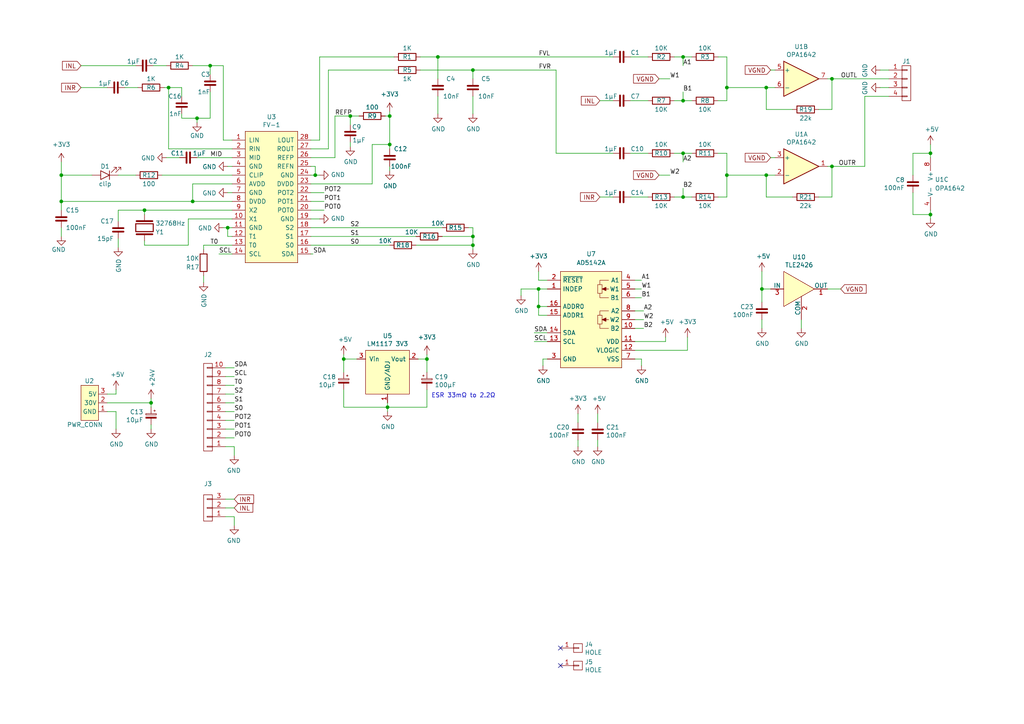
<source format=kicad_sch>
(kicad_sch (version 20211123) (generator eeschema)

  (uuid e63e39d7-6ac0-4ffd-8aa3-1841a4541b55)

  (paper "A4")

  (lib_symbols
    (symbol "myAmp:AD5142A" (pin_names (offset 0.635)) (in_bom yes) (on_board yes)
      (property "Reference" "U" (id 0) (at 0 -16.51 0)
        (effects (font (size 1.27 1.27)))
      )
      (property "Value" "AD5142A" (id 1) (at 0 14.605 0)
        (effects (font (size 1.27 1.27)))
      )
      (property "Footprint" "" (id 2) (at 26.4672 4.3128 0)
        (effects (font (size 1.27 1.27)) hide)
      )
      (property "Datasheet" "" (id 3) (at 26.4672 4.3128 0)
        (effects (font (size 1.27 1.27)) hide)
      )
      (property "ki_description" "Dual digital potentiometer 10k 256taps" (id 4) (at 0 0 0)
        (effects (font (size 1.27 1.27)) hide)
      )
      (symbol "AD5142A_0_1"
        (rectangle (start -8.89 12.7) (end 8.89 -15.24)
          (stroke (width 0) (type default) (color 0 0 0 0))
          (fill (type background))
        )
        (polyline
          (pts
            (xy 5.08 -1.27)
            (xy 3.81 -1.27)
          )
          (stroke (width 0) (type default) (color 0 0 0 0))
          (fill (type none))
        )
        (polyline
          (pts
            (xy 5.08 7.62)
            (xy 3.81 7.62)
          )
          (stroke (width 0) (type default) (color 0 0 0 0))
          (fill (type none))
        )
        (polyline
          (pts
            (xy 2.54 -2.54)
            (xy 2.54 -3.81)
            (xy 5.08 -3.81)
          )
          (stroke (width 0.127) (type default) (color 0 0 0 0))
          (fill (type none))
        )
        (polyline
          (pts
            (xy 2.54 0)
            (xy 2.54 1.27)
            (xy 5.08 1.27)
          )
          (stroke (width 0.127) (type default) (color 0 0 0 0))
          (fill (type none))
        )
        (polyline
          (pts
            (xy 2.54 6.35)
            (xy 2.54 5.08)
            (xy 5.08 5.08)
          )
          (stroke (width 0.127) (type default) (color 0 0 0 0))
          (fill (type none))
        )
        (polyline
          (pts
            (xy 2.54 8.89)
            (xy 2.54 10.16)
            (xy 5.08 10.16)
          )
          (stroke (width 0.127) (type default) (color 0 0 0 0))
          (fill (type none))
        )
      )
      (symbol "AD5142A_1_1"
        (polyline
          (pts
            (xy 3.175 -1.27)
            (xy 4.318 -0.762)
            (xy 4.318 -1.778)
            (xy 3.175 -1.27)
          )
          (stroke (width 0) (type default) (color 0 0 0 0))
          (fill (type outline))
        )
        (polyline
          (pts
            (xy 3.175 7.62)
            (xy 4.318 8.128)
            (xy 4.318 7.112)
            (xy 3.175 7.62)
          )
          (stroke (width 0) (type default) (color 0 0 0 0))
          (fill (type outline))
        )
        (rectangle (start 1.905 0) (end 3.175 -2.54)
          (stroke (width 0.127) (type default) (color 0 0 0 0))
          (fill (type none))
        )
        (rectangle (start 1.905 8.89) (end 3.175 6.35)
          (stroke (width 0.127) (type default) (color 0 0 0 0))
          (fill (type none))
        )
        (pin passive line (at -12.7 7.62 0) (length 3.81)
          (name "INDEP" (effects (font (size 1.27 1.27))))
          (number "1" (effects (font (size 1.27 1.27))))
        )
        (pin passive line (at 12.7 -3.81 180) (length 3.81)
          (name "B2" (effects (font (size 1.27 1.27))))
          (number "10" (effects (font (size 1.27 1.27))))
        )
        (pin passive line (at 12.7 -7.62 180) (length 3.81)
          (name "VDD" (effects (font (size 1.27 1.27))))
          (number "11" (effects (font (size 1.27 1.27))))
        )
        (pin passive line (at 12.7 -10.16 180) (length 3.81)
          (name "VLOGIC" (effects (font (size 1.27 1.27))))
          (number "12" (effects (font (size 1.27 1.27))))
        )
        (pin passive line (at -12.7 -7.62 0) (length 3.81)
          (name "SCL" (effects (font (size 1.27 1.27))))
          (number "13" (effects (font (size 1.27 1.27))))
        )
        (pin passive line (at -12.7 -5.08 0) (length 3.81)
          (name "SDA" (effects (font (size 1.27 1.27))))
          (number "14" (effects (font (size 1.27 1.27))))
        )
        (pin passive line (at -12.7 0 0) (length 3.81)
          (name "ADDR1" (effects (font (size 1.27 1.27))))
          (number "15" (effects (font (size 1.27 1.27))))
        )
        (pin passive line (at -12.7 2.54 0) (length 3.81)
          (name "ADDR0" (effects (font (size 1.27 1.27))))
          (number "16" (effects (font (size 1.27 1.27))))
        )
        (pin passive line (at -12.7 10.16 0) (length 3.81)
          (name "~{RESET}" (effects (font (size 1.27 1.27))))
          (number "2" (effects (font (size 1.27 1.27))))
        )
        (pin passive line (at -12.7 -12.7 0) (length 3.81)
          (name "GND" (effects (font (size 1.27 1.27))))
          (number "3" (effects (font (size 1.27 1.27))))
        )
        (pin passive line (at 12.7 10.16 180) (length 3.81)
          (name "A1" (effects (font (size 1.27 1.27))))
          (number "4" (effects (font (size 1.27 1.27))))
        )
        (pin passive line (at 12.7 7.62 180) (length 3.81)
          (name "W1" (effects (font (size 1.27 1.27))))
          (number "5" (effects (font (size 1.27 1.27))))
        )
        (pin passive line (at 12.7 5.08 180) (length 3.81)
          (name "B1" (effects (font (size 1.27 1.27))))
          (number "6" (effects (font (size 1.27 1.27))))
        )
        (pin passive line (at 12.7 -12.7 180) (length 3.81)
          (name "VSS" (effects (font (size 1.27 1.27))))
          (number "7" (effects (font (size 1.27 1.27))))
        )
        (pin passive line (at 12.7 1.27 180) (length 3.81)
          (name "A2" (effects (font (size 1.27 1.27))))
          (number "8" (effects (font (size 1.27 1.27))))
        )
        (pin passive line (at 12.7 -1.27 180) (length 3.81)
          (name "W2" (effects (font (size 1.27 1.27))))
          (number "9" (effects (font (size 1.27 1.27))))
        )
      )
    )
    (symbol "myAmp:C" (pin_numbers hide) (pin_names (offset 0.254)) (in_bom yes) (on_board yes)
      (property "Reference" "C" (id 0) (at 0.635 2.54 0)
        (effects (font (size 1.27 1.27)) (justify left))
      )
      (property "Value" "C" (id 1) (at 0.635 -2.54 0)
        (effects (font (size 1.27 1.27)) (justify left))
      )
      (property "Footprint" "" (id 2) (at 0.9652 -3.81 0)
        (effects (font (size 1.27 1.27)) hide)
      )
      (property "Datasheet" "" (id 3) (at 0 0 0)
        (effects (font (size 1.27 1.27)) hide)
      )
      (symbol "C_0_1"
        (polyline
          (pts
            (xy -1.524 -0.508)
            (xy 1.524 -0.508)
          )
          (stroke (width 0.508) (type default) (color 0 0 0 0))
          (fill (type none))
        )
        (polyline
          (pts
            (xy -1.524 0.508)
            (xy 1.524 0.508)
          )
          (stroke (width 0.508) (type default) (color 0 0 0 0))
          (fill (type none))
        )
      )
      (symbol "C_1_1"
        (pin passive line (at 0 2.54 270) (length 1.778)
          (name "~" (effects (font (size 1.27 1.27))))
          (number "1" (effects (font (size 1.27 1.27))))
        )
        (pin passive line (at 0 -2.54 90) (length 1.778)
          (name "~" (effects (font (size 1.27 1.27))))
          (number "2" (effects (font (size 1.27 1.27))))
        )
      )
    )
    (symbol "myAmp:CONN_01X03" (pin_names (offset 1.016) hide) (in_bom yes) (on_board yes)
      (property "Reference" "J" (id 0) (at 0 7.62 0)
        (effects (font (size 1.27 1.27)))
      )
      (property "Value" "CONN_01X03" (id 1) (at 2.54 1.27 90)
        (effects (font (size 1.27 1.27)) hide)
      )
      (property "Footprint" "" (id 2) (at 0 1.27 0)
        (effects (font (size 1.27 1.27)) hide)
      )
      (property "Datasheet" "" (id 3) (at 0 1.27 0)
        (effects (font (size 1.27 1.27)) hide)
      )
      (symbol "CONN_01X03_0_1"
        (rectangle (start -1.27 0.127) (end 0.254 -0.127)
          (stroke (width 0) (type default) (color 0 0 0 0))
          (fill (type none))
        )
        (rectangle (start -1.27 2.667) (end 0.254 2.413)
          (stroke (width 0) (type default) (color 0 0 0 0))
          (fill (type none))
        )
        (rectangle (start -1.27 3.81) (end 1.27 -3.81)
          (stroke (width 0) (type default) (color 0 0 0 0))
          (fill (type none))
        )
      )
      (symbol "CONN_01X03_1_1"
        (rectangle (start -1.27 -2.413) (end 0.254 -2.667)
          (stroke (width 0) (type default) (color 0 0 0 0))
          (fill (type none))
        )
        (pin passive line (at -5.08 2.54 0) (length 3.81)
          (name "~" (effects (font (size 1.27 1.27))))
          (number "1" (effects (font (size 1.27 1.27))))
        )
        (pin passive line (at -5.08 0 0) (length 3.81)
          (name "~" (effects (font (size 1.27 1.27))))
          (number "2" (effects (font (size 1.27 1.27))))
        )
        (pin passive line (at -5.08 -2.54 0) (length 3.81)
          (name "~" (effects (font (size 1.27 1.27))))
          (number "3" (effects (font (size 1.27 1.27))))
        )
      )
    )
    (symbol "myAmp:CONN_01X04" (pin_names (offset 1.016) hide) (in_bom yes) (on_board yes)
      (property "Reference" "J" (id 0) (at 0 6.35 0)
        (effects (font (size 1.27 1.27)))
      )
      (property "Value" "CONN_01X04" (id 1) (at 2.54 0 90)
        (effects (font (size 1.27 1.27)) hide)
      )
      (property "Footprint" "" (id 2) (at 0 0 0)
        (effects (font (size 1.27 1.27)) hide)
      )
      (property "Datasheet" "" (id 3) (at 0 0 0)
        (effects (font (size 1.27 1.27)) hide)
      )
      (symbol "CONN_01X04_0_1"
        (rectangle (start -1.27 -1.143) (end 0.254 -1.397)
          (stroke (width 0) (type default) (color 0 0 0 0))
          (fill (type none))
        )
        (rectangle (start -1.27 1.397) (end 0.254 1.143)
          (stroke (width 0) (type default) (color 0 0 0 0))
          (fill (type none))
        )
        (rectangle (start -1.27 5.08) (end 1.27 -5.08)
          (stroke (width 0) (type default) (color 0 0 0 0))
          (fill (type none))
        )
      )
      (symbol "CONN_01X04_1_1"
        (rectangle (start -1.27 -3.683) (end 0.254 -3.937)
          (stroke (width 0) (type default) (color 0 0 0 0))
          (fill (type none))
        )
        (rectangle (start -1.27 3.937) (end 0.254 3.683)
          (stroke (width 0) (type default) (color 0 0 0 0))
          (fill (type none))
        )
        (pin passive line (at -5.08 3.81 0) (length 3.81)
          (name "P1" (effects (font (size 1.27 1.27))))
          (number "1" (effects (font (size 1.27 1.27))))
        )
        (pin passive line (at -5.08 1.27 0) (length 3.81)
          (name "P2" (effects (font (size 1.27 1.27))))
          (number "2" (effects (font (size 1.27 1.27))))
        )
        (pin passive line (at -5.08 -1.27 0) (length 3.81)
          (name "~" (effects (font (size 1.27 1.27))))
          (number "3" (effects (font (size 1.27 1.27))))
        )
        (pin passive line (at -5.08 -3.81 0) (length 3.81)
          (name "~" (effects (font (size 1.27 1.27))))
          (number "4" (effects (font (size 1.27 1.27))))
        )
      )
    )
    (symbol "myAmp:CONN_01X10" (pin_names (offset 1.016) hide) (in_bom yes) (on_board yes)
      (property "Reference" "J" (id 0) (at 0 13.97 0)
        (effects (font (size 1.27 1.27)))
      )
      (property "Value" "CONN_01X10" (id 1) (at 2.54 0 90)
        (effects (font (size 1.27 1.27)) hide)
      )
      (property "Footprint" "" (id 2) (at 0 5.08 0)
        (effects (font (size 1.27 1.27)) hide)
      )
      (property "Datasheet" "" (id 3) (at 0 5.08 0)
        (effects (font (size 1.27 1.27)) hide)
      )
      (symbol "CONN_01X10_0_1"
        (rectangle (start -1.27 3.937) (end 0.254 3.683)
          (stroke (width 0) (type default) (color 0 0 0 0))
          (fill (type none))
        )
        (rectangle (start -1.27 6.477) (end 0.254 6.223)
          (stroke (width 0) (type default) (color 0 0 0 0))
          (fill (type none))
        )
        (rectangle (start -1.27 12.7) (end 1.27 -12.7)
          (stroke (width 0) (type default) (color 0 0 0 0))
          (fill (type none))
        )
      )
      (symbol "CONN_01X10_1_1"
        (rectangle (start -1.27 -11.303) (end 0.254 -11.557)
          (stroke (width 0) (type default) (color 0 0 0 0))
          (fill (type none))
        )
        (rectangle (start -1.27 -8.763) (end 0.254 -9.017)
          (stroke (width 0) (type default) (color 0 0 0 0))
          (fill (type none))
        )
        (rectangle (start -1.27 -6.223) (end 0.254 -6.477)
          (stroke (width 0) (type default) (color 0 0 0 0))
          (fill (type none))
        )
        (rectangle (start -1.27 -3.683) (end 0.254 -3.937)
          (stroke (width 0) (type default) (color 0 0 0 0))
          (fill (type none))
        )
        (rectangle (start -1.27 -1.143) (end 0.254 -1.397)
          (stroke (width 0) (type default) (color 0 0 0 0))
          (fill (type none))
        )
        (rectangle (start -1.27 1.397) (end 0.254 1.143)
          (stroke (width 0) (type default) (color 0 0 0 0))
          (fill (type none))
        )
        (rectangle (start -1.27 9.017) (end 0.254 8.763)
          (stroke (width 0) (type default) (color 0 0 0 0))
          (fill (type none))
        )
        (rectangle (start -1.27 11.557) (end 0.254 11.303)
          (stroke (width 0) (type default) (color 0 0 0 0))
          (fill (type none))
        )
        (pin passive line (at -5.08 11.43 0) (length 3.81)
          (name "P1" (effects (font (size 1.27 1.27))))
          (number "1" (effects (font (size 1.27 1.27))))
        )
        (pin passive line (at -5.08 -11.43 0) (length 3.81)
          (name "~" (effects (font (size 1.27 1.27))))
          (number "10" (effects (font (size 1.27 1.27))))
        )
        (pin passive line (at -5.08 8.89 0) (length 3.81)
          (name "P2" (effects (font (size 1.27 1.27))))
          (number "2" (effects (font (size 1.27 1.27))))
        )
        (pin passive line (at -5.08 6.35 0) (length 3.81)
          (name "~" (effects (font (size 1.27 1.27))))
          (number "3" (effects (font (size 1.27 1.27))))
        )
        (pin passive line (at -5.08 3.81 0) (length 3.81)
          (name "~" (effects (font (size 1.27 1.27))))
          (number "4" (effects (font (size 1.27 1.27))))
        )
        (pin passive line (at -5.08 1.27 0) (length 3.81)
          (name "~" (effects (font (size 1.27 1.27))))
          (number "5" (effects (font (size 1.27 1.27))))
        )
        (pin passive line (at -5.08 -1.27 0) (length 3.81)
          (name "~" (effects (font (size 1.27 1.27))))
          (number "6" (effects (font (size 1.27 1.27))))
        )
        (pin passive line (at -5.08 -3.81 0) (length 3.81)
          (name "~" (effects (font (size 1.27 1.27))))
          (number "7" (effects (font (size 1.27 1.27))))
        )
        (pin passive line (at -5.08 -6.35 0) (length 3.81)
          (name "~" (effects (font (size 1.27 1.27))))
          (number "8" (effects (font (size 1.27 1.27))))
        )
        (pin passive line (at -5.08 -8.89 0) (length 3.81)
          (name "~" (effects (font (size 1.27 1.27))))
          (number "9" (effects (font (size 1.27 1.27))))
        )
      )
    )
    (symbol "myAmp:CPOL" (pin_numbers hide) (pin_names (offset 0.254) hide) (in_bom yes) (on_board yes)
      (property "Reference" "C" (id 0) (at 0.254 1.778 0)
        (effects (font (size 1.27 1.27)) (justify left))
      )
      (property "Value" "CPOL" (id 1) (at 0.254 -2.032 0)
        (effects (font (size 1.27 1.27)) (justify left))
      )
      (property "Footprint" "" (id 2) (at 0 0 0)
        (effects (font (size 1.27 1.27)) hide)
      )
      (property "Datasheet" "" (id 3) (at 0 0 0)
        (effects (font (size 1.27 1.27)) hide)
      )
      (symbol "CPOL_0_1"
        (rectangle (start -1.524 -0.3048) (end 1.524 -0.6858)
          (stroke (width 0) (type default) (color 0 0 0 0))
          (fill (type outline))
        )
        (rectangle (start -1.524 0.6858) (end 1.524 0.3048)
          (stroke (width 0) (type default) (color 0 0 0 0))
          (fill (type none))
        )
        (polyline
          (pts
            (xy -1.27 1.524)
            (xy -0.762 1.524)
          )
          (stroke (width 0) (type default) (color 0 0 0 0))
          (fill (type none))
        )
        (polyline
          (pts
            (xy -1.016 1.27)
            (xy -1.016 1.778)
          )
          (stroke (width 0) (type default) (color 0 0 0 0))
          (fill (type none))
        )
      )
      (symbol "CPOL_1_1"
        (pin passive line (at 0 2.54 270) (length 1.8542)
          (name "~" (effects (font (size 1.27 1.27))))
          (number "1" (effects (font (size 1.27 1.27))))
        )
        (pin passive line (at 0 -2.54 90) (length 1.8542)
          (name "~" (effects (font (size 1.27 1.27))))
          (number "2" (effects (font (size 1.27 1.27))))
        )
      )
    )
    (symbol "myAmp:FV-1" (pin_names (offset 1.016)) (in_bom yes) (on_board yes)
      (property "Reference" "U" (id 0) (at 0 -20.32 0)
        (effects (font (size 1.27 1.27)))
      )
      (property "Value" "FV-1" (id 1) (at 0 20.32 0)
        (effects (font (size 1.27 1.27)))
      )
      (property "Footprint" "" (id 2) (at 0 0 0)
        (effects (font (size 1.27 1.27)) hide)
      )
      (property "Datasheet" "" (id 3) (at 0 0 0)
        (effects (font (size 1.27 1.27)) hide)
      )
      (symbol "FV-1_0_1"
        (rectangle (start -7.62 19.05) (end 7.62 -19.05)
          (stroke (width 0) (type default) (color 0 0 0 0))
          (fill (type background))
        )
      )
      (symbol "FV-1_1_1"
        (pin input line (at -11.43 16.51 0) (length 3.81)
          (name "LIN" (effects (font (size 1.27 1.27))))
          (number "1" (effects (font (size 1.27 1.27))))
        )
        (pin input line (at -11.43 -6.35 0) (length 3.81)
          (name "X1" (effects (font (size 1.27 1.27))))
          (number "10" (effects (font (size 1.27 1.27))))
        )
        (pin input line (at -11.43 -8.89 0) (length 3.81)
          (name "GND" (effects (font (size 1.27 1.27))))
          (number "11" (effects (font (size 1.27 1.27))))
        )
        (pin input line (at -11.43 -11.43 0) (length 3.81)
          (name "T1" (effects (font (size 1.27 1.27))))
          (number "12" (effects (font (size 1.27 1.27))))
        )
        (pin input line (at -11.43 -13.97 0) (length 3.81)
          (name "T0" (effects (font (size 1.27 1.27))))
          (number "13" (effects (font (size 1.27 1.27))))
        )
        (pin input line (at -11.43 -16.51 0) (length 3.81)
          (name "SCL" (effects (font (size 1.27 1.27))))
          (number "14" (effects (font (size 1.27 1.27))))
        )
        (pin input line (at 11.43 -16.51 180) (length 3.81)
          (name "SDA" (effects (font (size 1.27 1.27))))
          (number "15" (effects (font (size 1.27 1.27))))
        )
        (pin input line (at 11.43 -13.97 180) (length 3.81)
          (name "S0" (effects (font (size 1.27 1.27))))
          (number "16" (effects (font (size 1.27 1.27))))
        )
        (pin input line (at 11.43 -11.43 180) (length 3.81)
          (name "S1" (effects (font (size 1.27 1.27))))
          (number "17" (effects (font (size 1.27 1.27))))
        )
        (pin input line (at 11.43 -8.89 180) (length 3.81)
          (name "S2" (effects (font (size 1.27 1.27))))
          (number "18" (effects (font (size 1.27 1.27))))
        )
        (pin input line (at 11.43 -6.35 180) (length 3.81)
          (name "GND" (effects (font (size 1.27 1.27))))
          (number "19" (effects (font (size 1.27 1.27))))
        )
        (pin input line (at -11.43 13.97 0) (length 3.81)
          (name "RIN" (effects (font (size 1.27 1.27))))
          (number "2" (effects (font (size 1.27 1.27))))
        )
        (pin input line (at 11.43 -3.81 180) (length 3.81)
          (name "POT0" (effects (font (size 1.27 1.27))))
          (number "20" (effects (font (size 1.27 1.27))))
        )
        (pin input line (at 11.43 -1.27 180) (length 3.81)
          (name "POT1" (effects (font (size 1.27 1.27))))
          (number "21" (effects (font (size 1.27 1.27))))
        )
        (pin input line (at 11.43 1.27 180) (length 3.81)
          (name "POT2" (effects (font (size 1.27 1.27))))
          (number "22" (effects (font (size 1.27 1.27))))
        )
        (pin input line (at 11.43 3.81 180) (length 3.81)
          (name "DVDD" (effects (font (size 1.27 1.27))))
          (number "23" (effects (font (size 1.27 1.27))))
        )
        (pin input line (at 11.43 6.35 180) (length 3.81)
          (name "GND" (effects (font (size 1.27 1.27))))
          (number "24" (effects (font (size 1.27 1.27))))
        )
        (pin input line (at 11.43 8.89 180) (length 3.81)
          (name "REFN" (effects (font (size 1.27 1.27))))
          (number "25" (effects (font (size 1.27 1.27))))
        )
        (pin input line (at 11.43 11.43 180) (length 3.81)
          (name "REFP" (effects (font (size 1.27 1.27))))
          (number "26" (effects (font (size 1.27 1.27))))
        )
        (pin input line (at 11.43 13.97 180) (length 3.81)
          (name "ROUT" (effects (font (size 1.27 1.27))))
          (number "27" (effects (font (size 1.27 1.27))))
        )
        (pin input line (at 11.43 16.51 180) (length 3.81)
          (name "LOUT" (effects (font (size 1.27 1.27))))
          (number "28" (effects (font (size 1.27 1.27))))
        )
        (pin input line (at -11.43 11.43 0) (length 3.81)
          (name "MID" (effects (font (size 1.27 1.27))))
          (number "3" (effects (font (size 1.27 1.27))))
        )
        (pin input line (at -11.43 8.89 0) (length 3.81)
          (name "GND" (effects (font (size 1.27 1.27))))
          (number "4" (effects (font (size 1.27 1.27))))
        )
        (pin input line (at -11.43 6.35 0) (length 3.81)
          (name "CLIP" (effects (font (size 1.27 1.27))))
          (number "5" (effects (font (size 1.27 1.27))))
        )
        (pin input line (at -11.43 3.81 0) (length 3.81)
          (name "AVDD" (effects (font (size 1.27 1.27))))
          (number "6" (effects (font (size 1.27 1.27))))
        )
        (pin input line (at -11.43 1.27 0) (length 3.81)
          (name "GND" (effects (font (size 1.27 1.27))))
          (number "7" (effects (font (size 1.27 1.27))))
        )
        (pin input line (at -11.43 -1.27 0) (length 3.81)
          (name "DVDD" (effects (font (size 1.27 1.27))))
          (number "8" (effects (font (size 1.27 1.27))))
        )
        (pin input line (at -11.43 -3.81 0) (length 3.81)
          (name "X2" (effects (font (size 1.27 1.27))))
          (number "9" (effects (font (size 1.27 1.27))))
        )
      )
    )
    (symbol "myAmp:HOLE" (pin_names (offset 1.016) hide) (in_bom yes) (on_board yes)
      (property "Reference" "J" (id 0) (at 0 2.54 0)
        (effects (font (size 1.27 1.27)))
      )
      (property "Value" "HOLE" (id 1) (at 2.54 0 90)
        (effects (font (size 1.27 1.27)))
      )
      (property "Footprint" "" (id 2) (at 0 0 0)
        (effects (font (size 1.27 1.27)) hide)
      )
      (property "Datasheet" "" (id 3) (at 0 0 0)
        (effects (font (size 1.27 1.27)) hide)
      )
      (symbol "HOLE_0_1"
        (rectangle (start -1.27 0.127) (end 0.254 -0.127)
          (stroke (width 0) (type default) (color 0 0 0 0))
          (fill (type none))
        )
        (rectangle (start -1.27 1.27) (end 1.27 -1.27)
          (stroke (width 0) (type default) (color 0 0 0 0))
          (fill (type none))
        )
      )
      (symbol "HOLE_1_1"
        (pin passive line (at -5.08 0 0) (length 3.81)
          (name "P1" (effects (font (size 1.27 1.27))))
          (number "1" (effects (font (size 1.27 1.27))))
        )
      )
    )
    (symbol "myAmp:LED" (pin_numbers hide) (pin_names (offset 1.016) hide) (in_bom yes) (on_board yes)
      (property "Reference" "D" (id 0) (at 0 2.54 0)
        (effects (font (size 1.27 1.27)))
      )
      (property "Value" "LED" (id 1) (at 0 -2.54 0)
        (effects (font (size 1.27 1.27)))
      )
      (property "Footprint" "" (id 2) (at 0 0 0)
        (effects (font (size 1.27 1.27)) hide)
      )
      (property "Datasheet" "" (id 3) (at 0 0 0)
        (effects (font (size 1.27 1.27)) hide)
      )
      (property "ki_fp_filters" "LED* LED_SMD:* LED_THT:*" (id 4) (at 0 0 0)
        (effects (font (size 1.27 1.27)) hide)
      )
      (symbol "LED_0_1"
        (polyline
          (pts
            (xy -1.27 -1.27)
            (xy -1.27 1.27)
          )
          (stroke (width 0.2032) (type default) (color 0 0 0 0))
          (fill (type none))
        )
        (polyline
          (pts
            (xy 1.27 -1.27)
            (xy 1.27 1.27)
            (xy -1.27 0)
            (xy 1.27 -1.27)
          )
          (stroke (width 0.2032) (type default) (color 0 0 0 0))
          (fill (type none))
        )
        (polyline
          (pts
            (xy -3.048 -0.762)
            (xy -4.572 -2.286)
            (xy -3.81 -2.286)
            (xy -4.572 -2.286)
            (xy -4.572 -1.524)
          )
          (stroke (width 0) (type default) (color 0 0 0 0))
          (fill (type none))
        )
        (polyline
          (pts
            (xy -1.778 -0.762)
            (xy -3.302 -2.286)
            (xy -2.54 -2.286)
            (xy -3.302 -2.286)
            (xy -3.302 -1.524)
          )
          (stroke (width 0) (type default) (color 0 0 0 0))
          (fill (type none))
        )
      )
      (symbol "LED_1_1"
        (pin passive line (at -3.81 0 0) (length 2.54)
          (name "K" (effects (font (size 1.27 1.27))))
          (number "1" (effects (font (size 1.27 1.27))))
        )
        (pin passive line (at 3.81 0 180) (length 2.54)
          (name "A" (effects (font (size 1.27 1.27))))
          (number "2" (effects (font (size 1.27 1.27))))
        )
      )
    )
    (symbol "myAmp:LM1117" (pin_names (offset 1.016)) (in_bom yes) (on_board yes)
      (property "Reference" "U" (id 0) (at 5.08 -7.62 0)
        (effects (font (size 1.27 1.27)))
      )
      (property "Value" "LM1117" (id 1) (at 0 7.62 0)
        (effects (font (size 1.27 1.27)))
      )
      (property "Footprint" "" (id 2) (at 0 3.81 0)
        (effects (font (size 1.27 1.27)) hide)
      )
      (property "Datasheet" "" (id 3) (at 0 3.81 0)
        (effects (font (size 1.27 1.27)) hide)
      )
      (symbol "LM1117_0_1"
        (rectangle (start -6.35 6.35) (end 6.35 -6.35)
          (stroke (width 0) (type default) (color 0 0 0 0))
          (fill (type background))
        )
      )
      (symbol "LM1117_1_1"
        (pin input line (at 0 -8.89 90) (length 2.54)
          (name "GND/ADJ" (effects (font (size 1.27 1.27))))
          (number "1" (effects (font (size 1.27 1.27))))
        )
        (pin output line (at 8.89 3.81 180) (length 2.54)
          (name "Vout" (effects (font (size 1.27 1.27))))
          (number "2" (effects (font (size 1.27 1.27))))
        )
        (pin input line (at -8.89 3.81 0) (length 2.54)
          (name "Vin" (effects (font (size 1.27 1.27))))
          (number "3" (effects (font (size 1.27 1.27))))
        )
      )
    )
    (symbol "myAmp:NE5532" (pin_names (offset 0.127)) (in_bom yes) (on_board yes)
      (property "Reference" "U" (id 0) (at 0 5.08 0)
        (effects (font (size 1.27 1.27)) (justify left))
      )
      (property "Value" "NE5532" (id 1) (at 0 -5.08 0)
        (effects (font (size 1.27 1.27)) (justify left))
      )
      (property "Footprint" "" (id 2) (at 0 0 0)
        (effects (font (size 1.27 1.27)) hide)
      )
      (property "Datasheet" "" (id 3) (at 0 0 0)
        (effects (font (size 1.27 1.27)) hide)
      )
      (property "ki_locked" "" (id 4) (at 0 0 0)
        (effects (font (size 1.27 1.27)))
      )
      (property "ki_fp_filters" "SOIC*3.9x4.9mm*P1.27mm* DIP*W7.62mm* TO*99* OnSemi*Micro8* TSSOP*3x3mm*P0.65mm* TSSOP*4.4x3mm*P0.65mm* MSOP*3x3mm*P0.65mm* SSOP*3.9x4.9mm*P0.635mm* LFCSP*2x2mm*P0.5mm* *SIP* SOIC*5.3x6.2mm*P1.27mm*" (id 5) (at 0 0 0)
        (effects (font (size 1.27 1.27)) hide)
      )
      (symbol "NE5532_1_1"
        (polyline
          (pts
            (xy -5.08 5.08)
            (xy 5.08 0)
            (xy -5.08 -5.08)
            (xy -5.08 5.08)
          )
          (stroke (width 0.254) (type default) (color 0 0 0 0))
          (fill (type background))
        )
        (pin output line (at 7.62 0 180) (length 2.54)
          (name "~" (effects (font (size 1.27 1.27))))
          (number "1" (effects (font (size 1.27 1.27))))
        )
        (pin input line (at -7.62 -2.54 0) (length 2.54)
          (name "-" (effects (font (size 1.27 1.27))))
          (number "2" (effects (font (size 1.27 1.27))))
        )
        (pin input line (at -7.62 2.54 0) (length 2.54)
          (name "+" (effects (font (size 1.27 1.27))))
          (number "3" (effects (font (size 1.27 1.27))))
        )
      )
      (symbol "NE5532_2_1"
        (polyline
          (pts
            (xy -5.08 5.08)
            (xy 5.08 0)
            (xy -5.08 -5.08)
            (xy -5.08 5.08)
          )
          (stroke (width 0.254) (type default) (color 0 0 0 0))
          (fill (type background))
        )
        (pin input line (at -7.62 2.54 0) (length 2.54)
          (name "+" (effects (font (size 1.27 1.27))))
          (number "5" (effects (font (size 1.27 1.27))))
        )
        (pin input line (at -7.62 -2.54 0) (length 2.54)
          (name "-" (effects (font (size 1.27 1.27))))
          (number "6" (effects (font (size 1.27 1.27))))
        )
        (pin output line (at 7.62 0 180) (length 2.54)
          (name "~" (effects (font (size 1.27 1.27))))
          (number "7" (effects (font (size 1.27 1.27))))
        )
      )
      (symbol "NE5532_3_1"
        (pin power_in line (at -2.54 -7.62 90) (length 3.81)
          (name "V-" (effects (font (size 1.27 1.27))))
          (number "4" (effects (font (size 1.27 1.27))))
        )
        (pin power_in line (at -2.54 7.62 270) (length 3.81)
          (name "V+" (effects (font (size 1.27 1.27))))
          (number "8" (effects (font (size 1.27 1.27))))
        )
      )
    )
    (symbol "myAmp:PWR_CONN" (in_bom yes) (on_board yes)
      (property "Reference" "U" (id 0) (at -1.27 6.35 0)
        (effects (font (size 1.27 1.27)))
      )
      (property "Value" "PWR_CONN" (id 1) (at -1.27 -6.35 0)
        (effects (font (size 1.27 1.27)))
      )
      (property "Footprint" "" (id 2) (at 2.54 -1.27 0)
        (effects (font (size 1.27 1.27)) hide)
      )
      (property "Datasheet" "" (id 3) (at 2.54 -1.27 0)
        (effects (font (size 1.27 1.27)) hide)
      )
      (symbol "PWR_CONN_0_1"
        (rectangle (start -3.81 5.08) (end 1.27 -5.08)
          (stroke (width 0) (type default) (color 0 0 0 0))
          (fill (type background))
        )
      )
      (symbol "PWR_CONN_1_1"
        (pin passive line (at 3.81 2.54 180) (length 2.54)
          (name "GND" (effects (font (size 1.27 1.27))))
          (number "1" (effects (font (size 1.27 1.27))))
        )
        (pin passive line (at 3.81 0 180) (length 2.54)
          (name "30V" (effects (font (size 1.27 1.27))))
          (number "2" (effects (font (size 1.27 1.27))))
        )
        (pin passive line (at 3.81 -2.54 180) (length 2.54)
          (name "5V" (effects (font (size 1.27 1.27))))
          (number "3" (effects (font (size 1.27 1.27))))
        )
      )
    )
    (symbol "myAmp:QUARTZ" (pin_numbers hide) (pin_names (offset 1.016) hide) (in_bom yes) (on_board yes)
      (property "Reference" "Y" (id 0) (at 0 3.81 0)
        (effects (font (size 1.27 1.27)))
      )
      (property "Value" "QUARTZ" (id 1) (at 0 -3.81 0)
        (effects (font (size 1.27 1.27)))
      )
      (property "Footprint" "" (id 2) (at 0 0 0)
        (effects (font (size 1.27 1.27)) hide)
      )
      (property "Datasheet" "" (id 3) (at 0 0 0)
        (effects (font (size 1.27 1.27)) hide)
      )
      (symbol "QUARTZ_0_1"
        (rectangle (start -1.143 2.54) (end 1.143 -2.54)
          (stroke (width 0.3048) (type default) (color 0 0 0 0))
          (fill (type none))
        )
        (polyline
          (pts
            (xy -1.905 -2.286)
            (xy -1.905 2.286)
          )
          (stroke (width 0.508) (type default) (color 0 0 0 0))
          (fill (type none))
        )
        (polyline
          (pts
            (xy 1.905 -2.286)
            (xy 1.905 2.286)
          )
          (stroke (width 0.508) (type default) (color 0 0 0 0))
          (fill (type none))
        )
      )
      (symbol "QUARTZ_1_1"
        (pin passive line (at -3.81 0 0) (length 1.905)
          (name "1" (effects (font (size 1.27 1.27))))
          (number "1" (effects (font (size 1.27 1.27))))
        )
        (pin passive line (at 3.81 0 180) (length 1.905)
          (name "2" (effects (font (size 1.27 1.27))))
          (number "2" (effects (font (size 1.27 1.27))))
        )
      )
    )
    (symbol "myAmp:R" (pin_numbers hide) (pin_names (offset 0)) (in_bom yes) (on_board yes)
      (property "Reference" "R" (id 0) (at 2.032 0 90)
        (effects (font (size 1.27 1.27)))
      )
      (property "Value" "R" (id 1) (at 0 0 90)
        (effects (font (size 1.27 1.27)))
      )
      (property "Footprint" "" (id 2) (at -1.778 0 90)
        (effects (font (size 1.27 1.27)) hide)
      )
      (property "Datasheet" "" (id 3) (at 0 0 0)
        (effects (font (size 1.27 1.27)) hide)
      )
      (property "ki_fp_filters" "R_*" (id 4) (at 0 0 0)
        (effects (font (size 1.27 1.27)) hide)
      )
      (symbol "R_0_1"
        (rectangle (start -1.016 -2.54) (end 1.016 2.54)
          (stroke (width 0.254) (type default) (color 0 0 0 0))
          (fill (type none))
        )
      )
      (symbol "R_1_1"
        (pin passive line (at 0 3.81 270) (length 1.27)
          (name "~" (effects (font (size 1.27 1.27))))
          (number "1" (effects (font (size 1.27 1.27))))
        )
        (pin passive line (at 0 -3.81 90) (length 1.27)
          (name "~" (effects (font (size 1.27 1.27))))
          (number "2" (effects (font (size 1.27 1.27))))
        )
      )
    )
    (symbol "myAmp:TL072" (pin_names (offset 0.127)) (in_bom yes) (on_board yes)
      (property "Reference" "U" (id 0) (at 0 5.08 0)
        (effects (font (size 1.27 1.27)) (justify left))
      )
      (property "Value" "TL072" (id 1) (at 0 -5.08 0)
        (effects (font (size 1.27 1.27)) (justify left))
      )
      (property "Footprint" "" (id 2) (at 0 0 0)
        (effects (font (size 1.27 1.27)) hide)
      )
      (property "Datasheet" "" (id 3) (at 0 0 0)
        (effects (font (size 1.27 1.27)) hide)
      )
      (property "ki_locked" "" (id 4) (at 0 0 0)
        (effects (font (size 1.27 1.27)))
      )
      (property "ki_fp_filters" "SOIC*3.9x4.9mm*P1.27mm* DIP*W7.62mm* TO*99* OnSemi*Micro8* TSSOP*3x3mm*P0.65mm* TSSOP*4.4x3mm*P0.65mm* MSOP*3x3mm*P0.65mm* SSOP*3.9x4.9mm*P0.635mm* LFCSP*2x2mm*P0.5mm* *SIP* SOIC*5.3x6.2mm*P1.27mm*" (id 5) (at 0 0 0)
        (effects (font (size 1.27 1.27)) hide)
      )
      (symbol "TL072_1_1"
        (polyline
          (pts
            (xy -5.08 5.08)
            (xy 5.08 0)
            (xy -5.08 -5.08)
            (xy -5.08 5.08)
          )
          (stroke (width 0.254) (type default) (color 0 0 0 0))
          (fill (type background))
        )
        (pin output line (at 7.62 0 180) (length 2.54)
          (name "~" (effects (font (size 1.27 1.27))))
          (number "1" (effects (font (size 1.27 1.27))))
        )
        (pin input line (at -7.62 -2.54 0) (length 2.54)
          (name "-" (effects (font (size 1.27 1.27))))
          (number "2" (effects (font (size 1.27 1.27))))
        )
        (pin input line (at -7.62 2.54 0) (length 2.54)
          (name "+" (effects (font (size 1.27 1.27))))
          (number "3" (effects (font (size 1.27 1.27))))
        )
      )
      (symbol "TL072_2_1"
        (polyline
          (pts
            (xy -5.08 5.08)
            (xy 5.08 0)
            (xy -5.08 -5.08)
            (xy -5.08 5.08)
          )
          (stroke (width 0.254) (type default) (color 0 0 0 0))
          (fill (type background))
        )
        (pin input line (at -7.62 2.54 0) (length 2.54)
          (name "+" (effects (font (size 1.27 1.27))))
          (number "5" (effects (font (size 1.27 1.27))))
        )
        (pin input line (at -7.62 -2.54 0) (length 2.54)
          (name "-" (effects (font (size 1.27 1.27))))
          (number "6" (effects (font (size 1.27 1.27))))
        )
        (pin output line (at 7.62 0 180) (length 2.54)
          (name "~" (effects (font (size 1.27 1.27))))
          (number "7" (effects (font (size 1.27 1.27))))
        )
      )
      (symbol "TL072_3_1"
        (pin power_in line (at -2.54 -7.62 90) (length 3.81)
          (name "V-" (effects (font (size 1.27 1.27))))
          (number "4" (effects (font (size 1.27 1.27))))
        )
        (pin power_in line (at -2.54 7.62 270) (length 3.81)
          (name "V+" (effects (font (size 1.27 1.27))))
          (number "8" (effects (font (size 1.27 1.27))))
        )
      )
    )
    (symbol "myAmp:TLE2426" (pin_names (offset 0)) (in_bom yes) (on_board yes)
      (property "Reference" "U" (id 0) (at -6.35 -6.35 0)
        (effects (font (size 1.27 1.27)))
      )
      (property "Value" "TLE2426" (id 1) (at 1.27 5.08 0)
        (effects (font (size 1.27 1.27)))
      )
      (property "Footprint" "" (id 2) (at -15.24 -5.08 0)
        (effects (font (size 1.27 1.27)) hide)
      )
      (property "Datasheet" "" (id 3) (at -15.24 -5.08 0)
        (effects (font (size 1.27 1.27)) hide)
      )
      (symbol "TLE2426_0_1"
        (polyline
          (pts
            (xy -5.08 5.08)
            (xy -5.08 -5.08)
            (xy 3.81 0)
            (xy -5.08 5.08)
          )
          (stroke (width 0) (type default) (color 0 0 0 0))
          (fill (type background))
        )
      )
      (symbol "TLE2426_1_1"
        (pin input line (at 7.62 0 180) (length 3.81)
          (name "OUT" (effects (font (size 1.27 1.27))))
          (number "1" (effects (font (size 1.27 1.27))))
        )
        (pin input line (at 0 -8.89 90) (length 6.7056)
          (name "COM" (effects (font (size 1.27 1.27))))
          (number "2" (effects (font (size 1.27 1.27))))
        )
        (pin input line (at -8.89 0 0) (length 3.81)
          (name "IN" (effects (font (size 1.27 1.27))))
          (number "3" (effects (font (size 1.27 1.27))))
        )
      )
    )
    (symbol "power:+24V" (power) (pin_names (offset 0)) (in_bom yes) (on_board yes)
      (property "Reference" "#PWR" (id 0) (at 0 -3.81 0)
        (effects (font (size 1.27 1.27)) hide)
      )
      (property "Value" "+24V" (id 1) (at 0 3.556 0)
        (effects (font (size 1.27 1.27)))
      )
      (property "Footprint" "" (id 2) (at 0 0 0)
        (effects (font (size 1.27 1.27)) hide)
      )
      (property "Datasheet" "" (id 3) (at 0 0 0)
        (effects (font (size 1.27 1.27)) hide)
      )
      (property "ki_keywords" "power-flag" (id 4) (at 0 0 0)
        (effects (font (size 1.27 1.27)) hide)
      )
      (property "ki_description" "Power symbol creates a global label with name \"+24V\"" (id 5) (at 0 0 0)
        (effects (font (size 1.27 1.27)) hide)
      )
      (symbol "+24V_0_1"
        (polyline
          (pts
            (xy -0.762 1.27)
            (xy 0 2.54)
          )
          (stroke (width 0) (type default) (color 0 0 0 0))
          (fill (type none))
        )
        (polyline
          (pts
            (xy 0 0)
            (xy 0 2.54)
          )
          (stroke (width 0) (type default) (color 0 0 0 0))
          (fill (type none))
        )
        (polyline
          (pts
            (xy 0 2.54)
            (xy 0.762 1.27)
          )
          (stroke (width 0) (type default) (color 0 0 0 0))
          (fill (type none))
        )
      )
      (symbol "+24V_1_1"
        (pin power_in line (at 0 0 90) (length 0) hide
          (name "+24V" (effects (font (size 1.27 1.27))))
          (number "1" (effects (font (size 1.27 1.27))))
        )
      )
    )
    (symbol "power:+3.3V" (power) (pin_names (offset 0)) (in_bom yes) (on_board yes)
      (property "Reference" "#PWR" (id 0) (at 0 -3.81 0)
        (effects (font (size 1.27 1.27)) hide)
      )
      (property "Value" "+3.3V" (id 1) (at 0 3.556 0)
        (effects (font (size 1.27 1.27)))
      )
      (property "Footprint" "" (id 2) (at 0 0 0)
        (effects (font (size 1.27 1.27)) hide)
      )
      (property "Datasheet" "" (id 3) (at 0 0 0)
        (effects (font (size 1.27 1.27)) hide)
      )
      (property "ki_keywords" "power-flag" (id 4) (at 0 0 0)
        (effects (font (size 1.27 1.27)) hide)
      )
      (property "ki_description" "Power symbol creates a global label with name \"+3.3V\"" (id 5) (at 0 0 0)
        (effects (font (size 1.27 1.27)) hide)
      )
      (symbol "+3.3V_0_1"
        (polyline
          (pts
            (xy -0.762 1.27)
            (xy 0 2.54)
          )
          (stroke (width 0) (type default) (color 0 0 0 0))
          (fill (type none))
        )
        (polyline
          (pts
            (xy 0 0)
            (xy 0 2.54)
          )
          (stroke (width 0) (type default) (color 0 0 0 0))
          (fill (type none))
        )
        (polyline
          (pts
            (xy 0 2.54)
            (xy 0.762 1.27)
          )
          (stroke (width 0) (type default) (color 0 0 0 0))
          (fill (type none))
        )
      )
      (symbol "+3.3V_1_1"
        (pin power_in line (at 0 0 90) (length 0) hide
          (name "+3V3" (effects (font (size 1.27 1.27))))
          (number "1" (effects (font (size 1.27 1.27))))
        )
      )
    )
    (symbol "power:+5V" (power) (pin_names (offset 0)) (in_bom yes) (on_board yes)
      (property "Reference" "#PWR" (id 0) (at 0 -3.81 0)
        (effects (font (size 1.27 1.27)) hide)
      )
      (property "Value" "+5V" (id 1) (at 0 3.556 0)
        (effects (font (size 1.27 1.27)))
      )
      (property "Footprint" "" (id 2) (at 0 0 0)
        (effects (font (size 1.27 1.27)) hide)
      )
      (property "Datasheet" "" (id 3) (at 0 0 0)
        (effects (font (size 1.27 1.27)) hide)
      )
      (property "ki_keywords" "power-flag" (id 4) (at 0 0 0)
        (effects (font (size 1.27 1.27)) hide)
      )
      (property "ki_description" "Power symbol creates a global label with name \"+5V\"" (id 5) (at 0 0 0)
        (effects (font (size 1.27 1.27)) hide)
      )
      (symbol "+5V_0_1"
        (polyline
          (pts
            (xy -0.762 1.27)
            (xy 0 2.54)
          )
          (stroke (width 0) (type default) (color 0 0 0 0))
          (fill (type none))
        )
        (polyline
          (pts
            (xy 0 0)
            (xy 0 2.54)
          )
          (stroke (width 0) (type default) (color 0 0 0 0))
          (fill (type none))
        )
        (polyline
          (pts
            (xy 0 2.54)
            (xy 0.762 1.27)
          )
          (stroke (width 0) (type default) (color 0 0 0 0))
          (fill (type none))
        )
      )
      (symbol "+5V_1_1"
        (pin power_in line (at 0 0 90) (length 0) hide
          (name "+5V" (effects (font (size 1.27 1.27))))
          (number "1" (effects (font (size 1.27 1.27))))
        )
      )
    )
    (symbol "power:GND" (power) (pin_names (offset 0)) (in_bom yes) (on_board yes)
      (property "Reference" "#PWR" (id 0) (at 0 -6.35 0)
        (effects (font (size 1.27 1.27)) hide)
      )
      (property "Value" "GND" (id 1) (at 0 -3.81 0)
        (effects (font (size 1.27 1.27)))
      )
      (property "Footprint" "" (id 2) (at 0 0 0)
        (effects (font (size 1.27 1.27)) hide)
      )
      (property "Datasheet" "" (id 3) (at 0 0 0)
        (effects (font (size 1.27 1.27)) hide)
      )
      (property "ki_keywords" "power-flag" (id 4) (at 0 0 0)
        (effects (font (size 1.27 1.27)) hide)
      )
      (property "ki_description" "Power symbol creates a global label with name \"GND\" , ground" (id 5) (at 0 0 0)
        (effects (font (size 1.27 1.27)) hide)
      )
      (symbol "GND_0_1"
        (polyline
          (pts
            (xy 0 0)
            (xy 0 -1.27)
            (xy 1.27 -1.27)
            (xy 0 -2.54)
            (xy -1.27 -1.27)
            (xy 0 -1.27)
          )
          (stroke (width 0) (type default) (color 0 0 0 0))
          (fill (type none))
        )
      )
      (symbol "GND_1_1"
        (pin power_in line (at 0 0 270) (length 0) hide
          (name "GND" (effects (font (size 1.27 1.27))))
          (number "1" (effects (font (size 1.27 1.27))))
        )
      )
    )
  )

  (junction (at 101.6 33.655) (diameter 0) (color 0 0 0 0)
    (uuid 0243fdb1-a2ad-4904-bf4d-7cd0cea2dffc)
  )
  (junction (at 222.25 25.4) (diameter 0) (color 0 0 0 0)
    (uuid 057d308a-8ba1-422b-b3b7-7e9023089f79)
  )
  (junction (at 113.03 33.655) (diameter 0) (color 0 0 0 0)
    (uuid 0833b1db-223c-48a4-8188-05e0a2d45bfc)
  )
  (junction (at 112.395 118.11) (diameter 0) (color 0 0 0 0)
    (uuid 0dfdfa9f-1e3f-4e14-b64b-12bde76a80c7)
  )
  (junction (at 123.825 104.14) (diameter 0) (color 0 0 0 0)
    (uuid 151c5e38-647c-44e4-ac15-b4e10bed1148)
  )
  (junction (at 137.16 68.58) (diameter 0) (color 0 0 0 0)
    (uuid 1a6d2848-e78e-49fe-8978-e1890f07836f)
  )
  (junction (at 66.04 66.04) (diameter 0) (color 0 0 0 0)
    (uuid 1b54105e-6590-4d26-a763-ecfcf81eedc4)
  )
  (junction (at 198.12 44.45) (diameter 0) (color 0 0 0 0)
    (uuid 1d15fead-bb05-41b1-9462-debaa074f8f6)
  )
  (junction (at 210.82 50.8) (diameter 0) (color 0 0 0 0)
    (uuid 1ff2a03b-2645-4e81-a468-19778befb2ef)
  )
  (junction (at 241.3 48.26) (diameter 0) (color 0 0 0 0)
    (uuid 279e4f90-ff5e-4a14-92c5-f51cc8f93997)
  )
  (junction (at 48.895 25.4) (diameter 0) (color 0 0 0 0)
    (uuid 2f721f33-8cb8-4fe7-bb1a-09a8ead04c58)
  )
  (junction (at 91.44 50.8) (diameter 0) (color 0 0 0 0)
    (uuid 3f5fe6b7-98fc-4d3e-9567-f9f7202d1455)
  )
  (junction (at 198.12 29.21) (diameter 0) (color 0 0 0 0)
    (uuid 46e69041-2c68-4e50-b952-4312bd028dba)
  )
  (junction (at 210.82 25.4) (diameter 0) (color 0 0 0 0)
    (uuid 4cbc5e3b-1f61-4f63-88eb-61e71d1c76cc)
  )
  (junction (at 137.16 20.32) (diameter 0) (color 0 0 0 0)
    (uuid 4fb21471-41be-4be8-9687-66030f97befc)
  )
  (junction (at 222.25 50.8) (diameter 0) (color 0 0 0 0)
    (uuid 55072206-ffb3-4ffd-8420-58de0d81d008)
  )
  (junction (at 43.815 116.84) (diameter 0) (color 0 0 0 0)
    (uuid 5ca67d58-45fd-453b-9bee-8c6af89a55f9)
  )
  (junction (at 156.21 88.9) (diameter 0) (color 0 0 0 0)
    (uuid 5f50f739-8311-4670-b0cd-73512a4eb9c5)
  )
  (junction (at 198.12 57.15) (diameter 0) (color 0 0 0 0)
    (uuid 6136ad65-ee71-4c73-8837-6b6089860a08)
  )
  (junction (at 55.88 58.42) (diameter 0) (color 0 0 0 0)
    (uuid 631f7eb2-1828-4069-90b9-1f8e388c6776)
  )
  (junction (at 220.98 83.82) (diameter 0) (color 0 0 0 0)
    (uuid 71c77456-1405-42e3-95ed-69e629de0558)
  )
  (junction (at 198.12 16.51) (diameter 0) (color 0 0 0 0)
    (uuid 72fb5945-3a88-4f82-bf38-f49c02373f7e)
  )
  (junction (at 113.03 41.91) (diameter 0) (color 0 0 0 0)
    (uuid 7ba6d0a7-30c8-4d95-ab34-28437aef1433)
  )
  (junction (at 57.15 34.29) (diameter 0) (color 0 0 0 0)
    (uuid 7f31bf7d-939a-4634-ac37-0b2b25ba3b22)
  )
  (junction (at 137.16 71.12) (diameter 0) (color 0 0 0 0)
    (uuid 8e06ba1f-e3ba-4eb9-a10e-887dffd566d6)
  )
  (junction (at 17.78 58.42) (diameter 0) (color 0 0 0 0)
    (uuid 8f83e1ad-cfff-4c07-b250-48ee5c1ffd5e)
  )
  (junction (at 269.875 62.23) (diameter 0) (color 0 0 0 0)
    (uuid 9268805c-d7ce-4852-a779-ccbf0bd8795d)
  )
  (junction (at 41.91 60.96) (diameter 0) (color 0 0 0 0)
    (uuid 9f88134a-a927-4013-9a94-ea4e1c6bff5f)
  )
  (junction (at 241.3 22.86) (diameter 0) (color 0 0 0 0)
    (uuid a115f8da-4eb4-43c3-ad55-2747b69a9def)
  )
  (junction (at 156.21 83.82) (diameter 0) (color 0 0 0 0)
    (uuid a2f0e732-403f-4c5d-bbcd-270025eac6cd)
  )
  (junction (at 127 16.51) (diameter 0) (color 0 0 0 0)
    (uuid a97824f3-da98-4ea1-8d2c-066c349d2678)
  )
  (junction (at 60.96 19.05) (diameter 0) (color 0 0 0 0)
    (uuid aa2ea573-3f20-43c1-aa99-1f9c6031a9aa)
  )
  (junction (at 17.78 50.8) (diameter 0) (color 0 0 0 0)
    (uuid ceb57272-e7b9-428a-834d-74dccdf367eb)
  )
  (junction (at 269.875 44.45) (diameter 0) (color 0 0 0 0)
    (uuid dbad2a6f-48e6-4c41-b65a-3ecf84d5ce35)
  )
  (junction (at 99.695 104.14) (diameter 0) (color 0 0 0 0)
    (uuid e0c7ddff-8c90-465f-be62-21fb49b059fa)
  )

  (no_connect (at 162.56 193.04) (uuid 17e5a972-2586-4719-b86b-f15bc9dc2dbb))
  (no_connect (at 162.56 187.96) (uuid 17e5a972-2586-4719-b86b-f15bc9dc2dbc))

  (wire (pts (xy 60.96 26.67) (xy 60.96 34.29))
    (stroke (width 0) (type default) (color 0 0 0 0))
    (uuid 0351df45-d042-41d4-ba35-88092c7be2fc)
  )
  (wire (pts (xy 184.15 83.82) (xy 186.055 83.82))
    (stroke (width 0) (type default) (color 0 0 0 0))
    (uuid 04cee391-a304-4125-b85d-3a3ddfe7415f)
  )
  (wire (pts (xy 65.405 109.22) (xy 67.945 109.22))
    (stroke (width 0) (type default) (color 0 0 0 0))
    (uuid 059f06f4-8971-4ac1-84c8-d22505d08884)
  )
  (wire (pts (xy 156.21 88.9) (xy 158.75 88.9))
    (stroke (width 0) (type default) (color 0 0 0 0))
    (uuid 06304ea4-6d03-45c4-bcc0-2a93d4b98f67)
  )
  (wire (pts (xy 182.88 57.15) (xy 187.96 57.15))
    (stroke (width 0) (type default) (color 0 0 0 0))
    (uuid 0707c631-df08-4a63-b820-069e1bcbb19c)
  )
  (wire (pts (xy 158.75 83.82) (xy 156.21 83.82))
    (stroke (width 0) (type default) (color 0 0 0 0))
    (uuid 07da4a5a-cfe7-44a4-b48e-b3b1bf31963b)
  )
  (wire (pts (xy 67.31 68.58) (xy 66.04 68.58))
    (stroke (width 0) (type default) (color 0 0 0 0))
    (uuid 0867287d-2e6a-4d69-a366-c29f88198f2b)
  )
  (wire (pts (xy 156.21 78.74) (xy 156.21 81.28))
    (stroke (width 0) (type default) (color 0 0 0 0))
    (uuid 0a45902a-0b5f-4538-954a-fdeaf5947797)
  )
  (wire (pts (xy 184.15 90.17) (xy 186.69 90.17))
    (stroke (width 0) (type default) (color 0 0 0 0))
    (uuid 0b84f8e8-0884-4c0d-afb8-124138cfaecc)
  )
  (wire (pts (xy 39.37 50.8) (xy 34.29 50.8))
    (stroke (width 0) (type default) (color 0 0 0 0))
    (uuid 0d0bb7b2-a6e5-46d2-9492-a1aa6e5a7b2f)
  )
  (wire (pts (xy 17.78 58.42) (xy 55.88 58.42))
    (stroke (width 0) (type default) (color 0 0 0 0))
    (uuid 0ea496b8-ce85-4a77-8d29-ac126d44b916)
  )
  (wire (pts (xy 127 16.51) (xy 177.8 16.51))
    (stroke (width 0) (type default) (color 0 0 0 0))
    (uuid 0edab9e6-9113-4995-baa2-27d37e309e9b)
  )
  (wire (pts (xy 107.95 41.91) (xy 107.95 53.34))
    (stroke (width 0) (type default) (color 0 0 0 0))
    (uuid 0f22151c-f260-4674-b486-4710a2c42a55)
  )
  (wire (pts (xy 66.04 66.04) (xy 64.77 66.04))
    (stroke (width 0) (type default) (color 0 0 0 0))
    (uuid 0f41a909-27c4-4be2-9d5e-9ae2108c8ff5)
  )
  (wire (pts (xy 93.98 60.96) (xy 90.17 60.96))
    (stroke (width 0) (type default) (color 0 0 0 0))
    (uuid 0f54db53-a272-4955-88fb-d7ab00657bb0)
  )
  (wire (pts (xy 101.6 41.275) (xy 101.6 42.545))
    (stroke (width 0) (type default) (color 0 0 0 0))
    (uuid 10109f84-4940-47f8-8640-91f185ac9bc1)
  )
  (wire (pts (xy 65.405 121.92) (xy 67.945 121.92))
    (stroke (width 0) (type default) (color 0 0 0 0))
    (uuid 11b4f281-4c06-4542-8a95-51f007c034e6)
  )
  (wire (pts (xy 137.16 71.12) (xy 137.16 72.39))
    (stroke (width 0) (type default) (color 0 0 0 0))
    (uuid 12422a89-3d0c-485c-9386-f77121fd68fd)
  )
  (wire (pts (xy 195.58 29.21) (xy 198.12 29.21))
    (stroke (width 0) (type default) (color 0 0 0 0))
    (uuid 1353279e-34e6-4bfb-a17a-aa12fc62c538)
  )
  (wire (pts (xy 92.71 16.51) (xy 114.3 16.51))
    (stroke (width 0) (type default) (color 0 0 0 0))
    (uuid 13c0ff76-ed71-4cd9-abb0-92c376825d5d)
  )
  (wire (pts (xy 64.77 19.05) (xy 60.96 19.05))
    (stroke (width 0) (type default) (color 0 0 0 0))
    (uuid 14769dc5-8525-4984-8b15-a734ee247efa)
  )
  (wire (pts (xy 241.3 22.86) (xy 257.81 22.86))
    (stroke (width 0) (type default) (color 0 0 0 0))
    (uuid 158aad19-9736-45f6-b36f-9e02c74763a3)
  )
  (wire (pts (xy 40.005 25.4) (xy 36.195 25.4))
    (stroke (width 0) (type default) (color 0 0 0 0))
    (uuid 17b2d83c-0458-45f4-a201-35e99e6cf591)
  )
  (wire (pts (xy 210.82 25.4) (xy 222.25 25.4))
    (stroke (width 0) (type default) (color 0 0 0 0))
    (uuid 185ae891-d960-4a48-ae0b-c4dea9bfcfe7)
  )
  (wire (pts (xy 93.98 55.88) (xy 90.17 55.88))
    (stroke (width 0) (type default) (color 0 0 0 0))
    (uuid 1bf544e3-5940-4576-9291-2464e95c0ee2)
  )
  (wire (pts (xy 182.88 29.21) (xy 187.96 29.21))
    (stroke (width 0) (type default) (color 0 0 0 0))
    (uuid 1c2060be-3fa9-499b-b71b-36291f0bcaa4)
  )
  (wire (pts (xy 99.695 102.87) (xy 99.695 104.14))
    (stroke (width 0) (type default) (color 0 0 0 0))
    (uuid 1dfbf353-5b24-4c0f-8322-8fcd514ae75e)
  )
  (wire (pts (xy 57.15 45.72) (xy 67.31 45.72))
    (stroke (width 0) (type default) (color 0 0 0 0))
    (uuid 1e8701fc-ad24-40ea-846a-e3db538d6077)
  )
  (wire (pts (xy 210.82 25.4) (xy 210.82 29.21))
    (stroke (width 0) (type default) (color 0 0 0 0))
    (uuid 2357565c-e5d9-4c07-966c-18b4fc5556d8)
  )
  (wire (pts (xy 43.815 116.84) (xy 43.815 118.11))
    (stroke (width 0) (type default) (color 0 0 0 0))
    (uuid 23f9afdd-725d-4f12-ac89-b1da114faa91)
  )
  (wire (pts (xy 60.96 21.59) (xy 60.96 19.05))
    (stroke (width 0) (type default) (color 0 0 0 0))
    (uuid 240e5dac-6242-47a5-bbef-f76d11c715c0)
  )
  (wire (pts (xy 90.17 66.04) (xy 128.27 66.04))
    (stroke (width 0) (type default) (color 0 0 0 0))
    (uuid 24f7628d-681d-4f0e-8409-40a129e929d9)
  )
  (wire (pts (xy 257.81 25.4) (xy 255.27 25.4))
    (stroke (width 0) (type default) (color 0 0 0 0))
    (uuid 256352e6-0224-4a76-b6b9-9c912bc4437a)
  )
  (wire (pts (xy 65.405 144.78) (xy 67.945 144.78))
    (stroke (width 0) (type default) (color 0 0 0 0))
    (uuid 25d928dc-5155-48e5-b524-6a5db7adef05)
  )
  (wire (pts (xy 210.82 16.51) (xy 210.82 25.4))
    (stroke (width 0) (type default) (color 0 0 0 0))
    (uuid 25f643f7-350e-4d69-aa47-2c3575731e04)
  )
  (wire (pts (xy 99.695 104.14) (xy 99.695 107.95))
    (stroke (width 0) (type default) (color 0 0 0 0))
    (uuid 269f19c3-6824-45a8-be29-fa58d70cbb42)
  )
  (wire (pts (xy 59.055 80.01) (xy 59.055 81.915))
    (stroke (width 0) (type default) (color 0 0 0 0))
    (uuid 297b3bb0-b589-4c6b-adea-6771bd488aef)
  )
  (wire (pts (xy 220.98 83.82) (xy 220.98 87.63))
    (stroke (width 0) (type default) (color 0 0 0 0))
    (uuid 2bef89de-08c7-4a13-9d85-67948d429ca0)
  )
  (wire (pts (xy 156.21 83.82) (xy 156.21 88.9))
    (stroke (width 0) (type default) (color 0 0 0 0))
    (uuid 2d9fb2f6-99d4-4ab0-b6aa-155af414d012)
  )
  (wire (pts (xy 269.875 44.45) (xy 269.875 45.72))
    (stroke (width 0) (type default) (color 0 0 0 0))
    (uuid 2dab16fb-8e22-483e-b0c4-1b95ff5fe75a)
  )
  (wire (pts (xy 48.895 43.18) (xy 67.31 43.18))
    (stroke (width 0) (type default) (color 0 0 0 0))
    (uuid 2dc272bd-3aa2-45b5-889d-1d3c8aac80f8)
  )
  (wire (pts (xy 156.21 91.44) (xy 156.21 88.9))
    (stroke (width 0) (type default) (color 0 0 0 0))
    (uuid 2ddee3aa-4e97-4493-b35a-996a475f83bc)
  )
  (wire (pts (xy 65.405 149.86) (xy 67.945 149.86))
    (stroke (width 0) (type default) (color 0 0 0 0))
    (uuid 2e842263-c0ba-46fd-a760-6624d4c78278)
  )
  (wire (pts (xy 52.705 34.29) (xy 52.705 33.02))
    (stroke (width 0) (type default) (color 0 0 0 0))
    (uuid 30de10e8-04a9-44e3-9bc6-298a0ff59565)
  )
  (wire (pts (xy 67.31 60.96) (xy 41.91 60.96))
    (stroke (width 0) (type default) (color 0 0 0 0))
    (uuid 34764384-363c-403b-9ca1-a709b9eab540)
  )
  (wire (pts (xy 41.91 60.96) (xy 41.91 62.23))
    (stroke (width 0) (type default) (color 0 0 0 0))
    (uuid 37661aaa-a38e-4756-8f50-d95cfc0eabdd)
  )
  (wire (pts (xy 198.12 16.51) (xy 195.58 16.51))
    (stroke (width 0) (type default) (color 0 0 0 0))
    (uuid 37ba5092-40c8-4846-9918-61689070af38)
  )
  (wire (pts (xy 103.505 104.14) (xy 99.695 104.14))
    (stroke (width 0) (type default) (color 0 0 0 0))
    (uuid 38cfe839-c630-43d3-a9ec-6a89ba9e318a)
  )
  (wire (pts (xy 123.825 118.11) (xy 112.395 118.11))
    (stroke (width 0) (type default) (color 0 0 0 0))
    (uuid 3a41dd27-ec14-44d5-b505-aad1d829f79a)
  )
  (wire (pts (xy 90.17 71.12) (xy 113.03 71.12))
    (stroke (width 0) (type default) (color 0 0 0 0))
    (uuid 3a7648d8-121a-4921-9b92-9b35b76ce39b)
  )
  (wire (pts (xy 97.155 33.655) (xy 101.6 33.655))
    (stroke (width 0) (type default) (color 0 0 0 0))
    (uuid 3b838d52-596d-4e4d-a6ac-e4c8e7621137)
  )
  (wire (pts (xy 52.705 25.4) (xy 48.895 25.4))
    (stroke (width 0) (type default) (color 0 0 0 0))
    (uuid 3b892090-c47e-43b4-a712-f15921d4c393)
  )
  (wire (pts (xy 137.16 20.32) (xy 161.29 20.32))
    (stroke (width 0) (type default) (color 0 0 0 0))
    (uuid 3e0392c0-affc-4114-9de5-1f1cfe79418a)
  )
  (wire (pts (xy 208.28 44.45) (xy 210.82 44.45))
    (stroke (width 0) (type default) (color 0 0 0 0))
    (uuid 3e43b55d-76da-433e-9194-bbc3a497541b)
  )
  (wire (pts (xy 90.17 68.58) (xy 120.65 68.58))
    (stroke (width 0) (type default) (color 0 0 0 0))
    (uuid 3e903008-0276-4a73-8edb-5d9dfde6297c)
  )
  (wire (pts (xy 113.03 32.385) (xy 113.03 33.655))
    (stroke (width 0) (type default) (color 0 0 0 0))
    (uuid 3f31e9f8-86b9-4eb2-81f5-35199bf6bc0d)
  )
  (wire (pts (xy 137.16 66.04) (xy 135.89 66.04))
    (stroke (width 0) (type default) (color 0 0 0 0))
    (uuid 45008225-f50f-4d6b-b508-6730a9408caf)
  )
  (wire (pts (xy 46.99 50.8) (xy 67.31 50.8))
    (stroke (width 0) (type default) (color 0 0 0 0))
    (uuid 4e3d7c0d-12e3-42f2-b944-e4bcdbbcac2a)
  )
  (wire (pts (xy 65.405 119.38) (xy 67.945 119.38))
    (stroke (width 0) (type default) (color 0 0 0 0))
    (uuid 4f5684b9-6a37-4f31-9967-93ea0506b8df)
  )
  (wire (pts (xy 90.17 43.18) (xy 95.25 43.18))
    (stroke (width 0) (type default) (color 0 0 0 0))
    (uuid 4fb02e58-160a-4a39-9f22-d0c75e82ee72)
  )
  (wire (pts (xy 111.76 33.655) (xy 113.03 33.655))
    (stroke (width 0) (type default) (color 0 0 0 0))
    (uuid 5038e144-5119-49db-b6cf-f7c345f1cf03)
  )
  (wire (pts (xy 173.99 29.21) (xy 177.8 29.21))
    (stroke (width 0) (type default) (color 0 0 0 0))
    (uuid 504320bd-cfa7-4952-b386-fafd8ac8a19a)
  )
  (wire (pts (xy 222.25 25.4) (xy 224.79 25.4))
    (stroke (width 0) (type default) (color 0 0 0 0))
    (uuid 504f783f-4c28-4efc-8f25-0f891c412559)
  )
  (wire (pts (xy 90.17 45.72) (xy 97.155 45.72))
    (stroke (width 0) (type default) (color 0 0 0 0))
    (uuid 5163fb99-bb46-4035-9ff1-f0635c388526)
  )
  (wire (pts (xy 57.15 34.29) (xy 60.96 34.29))
    (stroke (width 0) (type default) (color 0 0 0 0))
    (uuid 532aa7b4-e510-4fdf-929a-5e916545c48a)
  )
  (wire (pts (xy 101.6 33.655) (xy 101.6 36.195))
    (stroke (width 0) (type default) (color 0 0 0 0))
    (uuid 54289b0d-97be-4ce8-bac9-4faaeef6f7d1)
  )
  (wire (pts (xy 97.155 45.72) (xy 97.155 33.655))
    (stroke (width 0) (type default) (color 0 0 0 0))
    (uuid 54365317-1355-4216-bb75-829375abc4ec)
  )
  (wire (pts (xy 198.12 26.67) (xy 198.12 29.21))
    (stroke (width 0) (type default) (color 0 0 0 0))
    (uuid 56be091e-2dc4-4ed3-b011-c7f328219736)
  )
  (wire (pts (xy 167.64 127.635) (xy 167.64 129.54))
    (stroke (width 0) (type default) (color 0 0 0 0))
    (uuid 594c88d5-636f-4cdd-b574-c4e1fb122908)
  )
  (wire (pts (xy 67.945 147.32) (xy 65.405 147.32))
    (stroke (width 0) (type default) (color 0 0 0 0))
    (uuid 5a19a818-38df-41d0-a7b0-0dfdb9483987)
  )
  (wire (pts (xy 154.94 99.06) (xy 158.75 99.06))
    (stroke (width 0) (type default) (color 0 0 0 0))
    (uuid 5b47d8bc-baeb-4be3-862c-8e26edadf83b)
  )
  (wire (pts (xy 223.52 45.72) (xy 224.79 45.72))
    (stroke (width 0) (type default) (color 0 0 0 0))
    (uuid 5b63cc64-810d-4f99-a76a-a479ca0ef650)
  )
  (wire (pts (xy 200.66 16.51) (xy 198.12 16.51))
    (stroke (width 0) (type default) (color 0 0 0 0))
    (uuid 5c0dc6f1-5f68-4cef-b58d-9e7c22be5cc8)
  )
  (wire (pts (xy 240.03 22.86) (xy 241.3 22.86))
    (stroke (width 0) (type default) (color 0 0 0 0))
    (uuid 5c320432-1a24-4af7-b431-656ad87aa6c1)
  )
  (wire (pts (xy 65.405 106.68) (xy 67.945 106.68))
    (stroke (width 0) (type default) (color 0 0 0 0))
    (uuid 5c382494-f56c-4be6-836e-aab930fc1813)
  )
  (wire (pts (xy 91.44 48.26) (xy 91.44 50.8))
    (stroke (width 0) (type default) (color 0 0 0 0))
    (uuid 5cbb5968-dbb5-4b84-864a-ead1cacf75b9)
  )
  (wire (pts (xy 220.98 78.74) (xy 220.98 83.82))
    (stroke (width 0) (type default) (color 0 0 0 0))
    (uuid 6199bec7-e7eb-4ae0-b9ec-c563e157d635)
  )
  (wire (pts (xy 101.6 33.655) (xy 104.14 33.655))
    (stroke (width 0) (type default) (color 0 0 0 0))
    (uuid 61ff0391-c464-4397-a6ff-c5a2454cc919)
  )
  (wire (pts (xy 222.25 50.8) (xy 224.79 50.8))
    (stroke (width 0) (type default) (color 0 0 0 0))
    (uuid 62835e43-b6d4-4604-bad5-5182e486da41)
  )
  (wire (pts (xy 210.82 44.45) (xy 210.82 50.8))
    (stroke (width 0) (type default) (color 0 0 0 0))
    (uuid 63c88580-bccf-46e2-8bef-e9347b5d20da)
  )
  (wire (pts (xy 120.65 71.12) (xy 137.16 71.12))
    (stroke (width 0) (type default) (color 0 0 0 0))
    (uuid 6475547d-3216-45a4-a15c-48314f1dd0f9)
  )
  (wire (pts (xy 65.405 124.46) (xy 67.945 124.46))
    (stroke (width 0) (type default) (color 0 0 0 0))
    (uuid 6542f274-bef9-4af9-a13b-8633057d6f63)
  )
  (wire (pts (xy 184.15 104.14) (xy 186.055 104.14))
    (stroke (width 0) (type default) (color 0 0 0 0))
    (uuid 66bc1db8-f944-4d44-a4b1-a05da9260c25)
  )
  (wire (pts (xy 67.31 48.26) (xy 66.04 48.26))
    (stroke (width 0) (type default) (color 0 0 0 0))
    (uuid 67621f9e-0a6a-4778-ad69-04dcf300659c)
  )
  (wire (pts (xy 220.98 92.71) (xy 220.98 95.25))
    (stroke (width 0) (type default) (color 0 0 0 0))
    (uuid 68b52f01-fa04-4908-bf88-60c62ace1cfa)
  )
  (wire (pts (xy 200.66 44.45) (xy 198.12 44.45))
    (stroke (width 0) (type default) (color 0 0 0 0))
    (uuid 6c384093-6528-41d7-bd03-aa3b16527ad1)
  )
  (wire (pts (xy 198.12 57.15) (xy 200.66 57.15))
    (stroke (width 0) (type default) (color 0 0 0 0))
    (uuid 6db75487-8686-4dba-a59d-cc5540bf7e22)
  )
  (wire (pts (xy 173.355 120.015) (xy 173.355 122.555))
    (stroke (width 0) (type default) (color 0 0 0 0))
    (uuid 6ecca530-a05a-4b35-8efd-e2834e66c794)
  )
  (wire (pts (xy 95.25 20.32) (xy 95.25 43.18))
    (stroke (width 0) (type default) (color 0 0 0 0))
    (uuid 70e15522-1572-4451-9c0d-6d36ac70d8c6)
  )
  (wire (pts (xy 210.82 50.8) (xy 210.82 57.15))
    (stroke (width 0) (type default) (color 0 0 0 0))
    (uuid 72a21c15-54fc-4e94-a27f-7c3d6e69a03f)
  )
  (wire (pts (xy 34.29 64.135) (xy 34.29 60.96))
    (stroke (width 0) (type default) (color 0 0 0 0))
    (uuid 74014266-6dd6-4ad5-892f-7ed663d9eb68)
  )
  (wire (pts (xy 222.25 57.15) (xy 229.87 57.15))
    (stroke (width 0) (type default) (color 0 0 0 0))
    (uuid 7441dc99-943a-4dad-884f-f78f21b79690)
  )
  (wire (pts (xy 67.31 66.04) (xy 66.04 66.04))
    (stroke (width 0) (type default) (color 0 0 0 0))
    (uuid 75286985-9fa5-4d30-89c5-493b6e63cd66)
  )
  (wire (pts (xy 137.16 20.32) (xy 137.16 22.86))
    (stroke (width 0) (type default) (color 0 0 0 0))
    (uuid 7599133e-c681-4202-85d9-c20dac196c64)
  )
  (wire (pts (xy 127 27.94) (xy 127 33.02))
    (stroke (width 0) (type default) (color 0 0 0 0))
    (uuid 78cbdd6c-4878-4cc5-9a58-0e506478e37d)
  )
  (wire (pts (xy 269.875 60.96) (xy 269.875 62.23))
    (stroke (width 0) (type default) (color 0 0 0 0))
    (uuid 79f285c9-e8bd-48b4-8480-aeff2d68612f)
  )
  (wire (pts (xy 65.405 129.54) (xy 67.945 129.54))
    (stroke (width 0) (type default) (color 0 0 0 0))
    (uuid 7a67fef6-d511-4048-a425-9c682c6c2966)
  )
  (wire (pts (xy 137.16 68.58) (xy 137.16 66.04))
    (stroke (width 0) (type default) (color 0 0 0 0))
    (uuid 7d34f6b1-ab31-49be-b011-c67fe67a8a56)
  )
  (wire (pts (xy 264.795 44.45) (xy 269.875 44.45))
    (stroke (width 0) (type default) (color 0 0 0 0))
    (uuid 7f92ce6f-3c6b-47dd-892c-e1aeb93074dc)
  )
  (wire (pts (xy 33.655 119.38) (xy 33.655 124.46))
    (stroke (width 0) (type default) (color 0 0 0 0))
    (uuid 825c70b0-4860-42b7-97dc-86bfa46e06fd)
  )
  (wire (pts (xy 121.92 16.51) (xy 127 16.51))
    (stroke (width 0) (type default) (color 0 0 0 0))
    (uuid 8412992d-8754-44de-9e08-115cec1a3eff)
  )
  (wire (pts (xy 241.3 22.86) (xy 241.3 31.75))
    (stroke (width 0) (type default) (color 0 0 0 0))
    (uuid 85dc366c-aced-4db7-994a-f59e7019ab3f)
  )
  (wire (pts (xy 112.395 116.84) (xy 112.395 118.11))
    (stroke (width 0) (type default) (color 0 0 0 0))
    (uuid 89a8e170-a222-41c0-b545-c9f4c5604011)
  )
  (wire (pts (xy 55.88 53.34) (xy 67.31 53.34))
    (stroke (width 0) (type default) (color 0 0 0 0))
    (uuid 8a650ebf-3f78-4ca4-a26b-a5028693e36d)
  )
  (wire (pts (xy 194.31 22.86) (xy 191.135 22.86))
    (stroke (width 0) (type default) (color 0 0 0 0))
    (uuid 8b11bd4c-2f2d-49bf-80dd-eebab4f3d582)
  )
  (wire (pts (xy 67.945 149.86) (xy 67.945 152.4))
    (stroke (width 0) (type default) (color 0 0 0 0))
    (uuid 8c0807a7-765b-4fa5-baaa-e09a2b610e6b)
  )
  (wire (pts (xy 137.16 71.12) (xy 137.16 68.58))
    (stroke (width 0) (type default) (color 0 0 0 0))
    (uuid 8c6a821f-8e19-48f3-8f44-9b340f7689bc)
  )
  (wire (pts (xy 41.91 69.85) (xy 41.91 71.12))
    (stroke (width 0) (type default) (color 0 0 0 0))
    (uuid 8df6afca-722e-4862-a255-8b68c182e58d)
  )
  (wire (pts (xy 199.39 101.6) (xy 199.39 97.79))
    (stroke (width 0) (type default) (color 0 0 0 0))
    (uuid 8fbd573c-0bd5-4c63-bac7-0fd5760257ec)
  )
  (wire (pts (xy 184.15 92.71) (xy 186.69 92.71))
    (stroke (width 0) (type default) (color 0 0 0 0))
    (uuid 91694459-c774-4902-a799-564e19b8ab68)
  )
  (wire (pts (xy 222.25 31.75) (xy 229.87 31.75))
    (stroke (width 0) (type default) (color 0 0 0 0))
    (uuid 919d3878-c5cf-4524-a807-3d621e2481e4)
  )
  (wire (pts (xy 167.64 120.015) (xy 167.64 122.555))
    (stroke (width 0) (type default) (color 0 0 0 0))
    (uuid 920ca194-1c9a-4e93-b6fa-263e6fd53b97)
  )
  (wire (pts (xy 55.88 53.34) (xy 55.88 58.42))
    (stroke (width 0) (type default) (color 0 0 0 0))
    (uuid 969a2985-d1c6-421a-a9a1-a1258f5ae119)
  )
  (wire (pts (xy 158.75 104.14) (xy 157.48 104.14))
    (stroke (width 0) (type default) (color 0 0 0 0))
    (uuid 96b9eb45-3daa-46e4-ab66-11faa64e285b)
  )
  (wire (pts (xy 123.825 102.87) (xy 123.825 104.14))
    (stroke (width 0) (type default) (color 0 0 0 0))
    (uuid 97833cf5-c138-40b9-9759-6392184489aa)
  )
  (wire (pts (xy 48.895 25.4) (xy 47.625 25.4))
    (stroke (width 0) (type default) (color 0 0 0 0))
    (uuid 978e8c2a-a825-46b3-aefe-0b42e74bb77d)
  )
  (wire (pts (xy 93.98 58.42) (xy 90.17 58.42))
    (stroke (width 0) (type default) (color 0 0 0 0))
    (uuid 97fe9c60-586f-4895-8504-4d3729f5f81a)
  )
  (wire (pts (xy 90.17 50.8) (xy 91.44 50.8))
    (stroke (width 0) (type default) (color 0 0 0 0))
    (uuid 98e81e80-1f85-4152-be3f-99785ea97751)
  )
  (wire (pts (xy 99.695 118.11) (xy 112.395 118.11))
    (stroke (width 0) (type default) (color 0 0 0 0))
    (uuid 98fe66f3-ec8b-4515-ae34-617f2124a7ec)
  )
  (wire (pts (xy 191.135 50.8) (xy 194.31 50.8))
    (stroke (width 0) (type default) (color 0 0 0 0))
    (uuid 9a93b9f5-04fa-4b9d-a8fc-1a71c825cf7d)
  )
  (wire (pts (xy 54.61 63.5) (xy 54.61 71.12))
    (stroke (width 0) (type default) (color 0 0 0 0))
    (uuid 9c2e8176-f1e2-43a3-bca8-0b1e37d54954)
  )
  (wire (pts (xy 67.31 55.88) (xy 66.04 55.88))
    (stroke (width 0) (type default) (color 0 0 0 0))
    (uuid 9dab0cb7-2557-4419-963b-5ae736517f62)
  )
  (wire (pts (xy 48.895 43.18) (xy 48.895 25.4))
    (stroke (width 0) (type default) (color 0 0 0 0))
    (uuid a0f51b9a-dba0-4849-ba90-0b742bb4883d)
  )
  (wire (pts (xy 198.12 44.45) (xy 195.58 44.45))
    (stroke (width 0) (type default) (color 0 0 0 0))
    (uuid a1571e70-4f40-42be-abc6-29bf576f6746)
  )
  (wire (pts (xy 128.27 68.58) (xy 137.16 68.58))
    (stroke (width 0) (type default) (color 0 0 0 0))
    (uuid a544eb0a-75db-4baf-bf54-9ca21744343b)
  )
  (wire (pts (xy 210.82 57.15) (xy 208.28 57.15))
    (stroke (width 0) (type default) (color 0 0 0 0))
    (uuid a56d02d6-f0d5-4829-a463-47ac32a5323c)
  )
  (wire (pts (xy 193.04 99.06) (xy 193.04 97.79))
    (stroke (width 0) (type default) (color 0 0 0 0))
    (uuid a5ba9ff0-0b7c-4a88-a2fb-c8861bbab472)
  )
  (wire (pts (xy 48.26 45.72) (xy 52.07 45.72))
    (stroke (width 0) (type default) (color 0 0 0 0))
    (uuid a7520ad3-0f8b-4788-92d4-8ffb277041e6)
  )
  (wire (pts (xy 65.405 116.84) (xy 67.945 116.84))
    (stroke (width 0) (type default) (color 0 0 0 0))
    (uuid a84c7ab6-4a6c-4147-94f4-983e81268798)
  )
  (wire (pts (xy 34.29 60.96) (xy 41.91 60.96))
    (stroke (width 0) (type default) (color 0 0 0 0))
    (uuid a9966192-6368-4301-86d8-f105da00fcb6)
  )
  (wire (pts (xy 57.15 34.29) (xy 57.15 35.56))
    (stroke (width 0) (type default) (color 0 0 0 0))
    (uuid ad02f633-76ca-43bc-aa43-82f531614d2f)
  )
  (wire (pts (xy 17.78 58.42) (xy 17.78 50.8))
    (stroke (width 0) (type default) (color 0 0 0 0))
    (uuid ad63dcf7-667a-40d9-a9a6-cd6446251d42)
  )
  (wire (pts (xy 186.055 104.14) (xy 186.055 106.045))
    (stroke (width 0) (type default) (color 0 0 0 0))
    (uuid ae879184-7f79-4c02-b619-0fc951c3087b)
  )
  (wire (pts (xy 90.17 48.26) (xy 91.44 48.26))
    (stroke (width 0) (type default) (color 0 0 0 0))
    (uuid afb8e687-4a13-41a1-b8c0-89a749e897fe)
  )
  (wire (pts (xy 66.04 68.58) (xy 66.04 66.04))
    (stroke (width 0) (type default) (color 0 0 0 0))
    (uuid afd3dbad-e7a8-4e4c-b77c-4065a69aefa2)
  )
  (wire (pts (xy 198.12 46.99) (xy 198.12 44.45))
    (stroke (width 0) (type default) (color 0 0 0 0))
    (uuid afe31b0f-954c-4b4c-821e-b2573108443e)
  )
  (wire (pts (xy 269.875 62.23) (xy 269.875 63.5))
    (stroke (width 0) (type default) (color 0 0 0 0))
    (uuid b06aeb67-af92-4d1b-a050-aebcc912964a)
  )
  (wire (pts (xy 17.78 50.8) (xy 26.67 50.8))
    (stroke (width 0) (type default) (color 0 0 0 0))
    (uuid b1169a2d-8998-4b50-a48d-c520bcc1b8e1)
  )
  (wire (pts (xy 17.78 46.99) (xy 17.78 50.8))
    (stroke (width 0) (type default) (color 0 0 0 0))
    (uuid b24efe78-9423-4fd2-ba33-6941c290c537)
  )
  (wire (pts (xy 240.03 48.26) (xy 241.3 48.26))
    (stroke (width 0) (type default) (color 0 0 0 0))
    (uuid b2cd7dca-aef1-4e09-a300-90bf42351f7c)
  )
  (wire (pts (xy 243.84 83.82) (xy 240.03 83.82))
    (stroke (width 0) (type default) (color 0 0 0 0))
    (uuid b603d26a-e034-42fb-8327-b60c5bf9cdd2)
  )
  (wire (pts (xy 156.21 81.28) (xy 158.75 81.28))
    (stroke (width 0) (type default) (color 0 0 0 0))
    (uuid b6b33111-d8d7-4314-9c77-e43c0688198f)
  )
  (wire (pts (xy 241.3 48.26) (xy 241.3 57.15))
    (stroke (width 0) (type default) (color 0 0 0 0))
    (uuid b7251413-fa4c-4ce4-8d3f-997ce1e916dc)
  )
  (wire (pts (xy 250.825 27.94) (xy 257.81 27.94))
    (stroke (width 0) (type default) (color 0 0 0 0))
    (uuid b8b86db1-510d-497e-a0a5-53f6d13d0c9b)
  )
  (wire (pts (xy 222.25 57.15) (xy 222.25 50.8))
    (stroke (width 0) (type default) (color 0 0 0 0))
    (uuid b8d9a6d8-dba8-4344-ae65-017aeea94df8)
  )
  (wire (pts (xy 232.41 92.71) (xy 232.41 95.25))
    (stroke (width 0) (type default) (color 0 0 0 0))
    (uuid b994142f-02ac-4881-9587-6d3df53c96d2)
  )
  (wire (pts (xy 43.815 116.84) (xy 43.815 115.57))
    (stroke (width 0) (type default) (color 0 0 0 0))
    (uuid ba5fc60c-b4bf-4612-85a9-8ff45655662e)
  )
  (wire (pts (xy 91.44 50.8) (xy 92.71 50.8))
    (stroke (width 0) (type default) (color 0 0 0 0))
    (uuid bb7f0588-d4d8-44bf-9ebf-3c533fe4d6ae)
  )
  (wire (pts (xy 31.115 119.38) (xy 33.655 119.38))
    (stroke (width 0) (type default) (color 0 0 0 0))
    (uuid bbb15673-6d42-42b8-9d51-7515b3ad9ee9)
  )
  (wire (pts (xy 154.94 96.52) (xy 158.75 96.52))
    (stroke (width 0) (type default) (color 0 0 0 0))
    (uuid bcaae21b-762c-4fa5-9e8c-bdbf9cebda51)
  )
  (wire (pts (xy 198.12 54.61) (xy 198.12 57.15))
    (stroke (width 0) (type default) (color 0 0 0 0))
    (uuid bd19fc89-dfa4-4e1e-8cd0-ab9c53d3f94a)
  )
  (wire (pts (xy 264.795 50.8) (xy 264.795 44.45))
    (stroke (width 0) (type default) (color 0 0 0 0))
    (uuid c1a2af31-0061-4cbd-8f6a-6a6f0ac9d90b)
  )
  (wire (pts (xy 23.495 19.05) (xy 39.37 19.05))
    (stroke (width 0) (type default) (color 0 0 0 0))
    (uuid c1c799a0-3c93-493a-9ad7-8a0561bc69ee)
  )
  (wire (pts (xy 173.99 57.15) (xy 177.8 57.15))
    (stroke (width 0) (type default) (color 0 0 0 0))
    (uuid c3a56073-2271-41b3-979b-770739878d07)
  )
  (wire (pts (xy 90.17 53.34) (xy 107.95 53.34))
    (stroke (width 0) (type default) (color 0 0 0 0))
    (uuid c41b3c8b-634e-435a-b582-96b83bbd4032)
  )
  (wire (pts (xy 250.825 48.26) (xy 250.825 27.94))
    (stroke (width 0) (type default) (color 0 0 0 0))
    (uuid c63895d8-b6cc-4b0b-9c50-93e47fa31e55)
  )
  (wire (pts (xy 43.815 123.19) (xy 43.815 124.46))
    (stroke (width 0) (type default) (color 0 0 0 0))
    (uuid c7701bb7-1bdd-4ae7-9ce9-a056fd52e2a2)
  )
  (wire (pts (xy 123.825 104.14) (xy 123.825 107.95))
    (stroke (width 0) (type default) (color 0 0 0 0))
    (uuid c7df8431-dcf5-4ab4-b8f8-21c1cafc5246)
  )
  (wire (pts (xy 31.115 116.84) (xy 43.815 116.84))
    (stroke (width 0) (type default) (color 0 0 0 0))
    (uuid c8a44971-63c1-4a19-879d-b6647b2dc08d)
  )
  (wire (pts (xy 195.58 57.15) (xy 198.12 57.15))
    (stroke (width 0) (type default) (color 0 0 0 0))
    (uuid c8f58c2d-07ec-4355-92b4-a1615dc2f910)
  )
  (wire (pts (xy 55.88 58.42) (xy 67.31 58.42))
    (stroke (width 0) (type default) (color 0 0 0 0))
    (uuid c950f8a6-10b7-403b-8d1d-731691ef6b2f)
  )
  (wire (pts (xy 31.115 114.3) (xy 33.655 114.3))
    (stroke (width 0) (type default) (color 0 0 0 0))
    (uuid c9667181-b3c7-4b01-b8b4-baa29a9aea63)
  )
  (wire (pts (xy 184.15 99.06) (xy 193.04 99.06))
    (stroke (width 0) (type default) (color 0 0 0 0))
    (uuid ca0e1faf-0362-4270-aa81-914a39683f42)
  )
  (wire (pts (xy 17.78 60.96) (xy 17.78 58.42))
    (stroke (width 0) (type default) (color 0 0 0 0))
    (uuid cad02fe5-2ff0-43a7-98bc-05753b7bf399)
  )
  (wire (pts (xy 269.875 41.91) (xy 269.875 44.45))
    (stroke (width 0) (type default) (color 0 0 0 0))
    (uuid caedb1a1-40dc-4d97-abdb-d65c69800cec)
  )
  (wire (pts (xy 59.055 71.12) (xy 67.31 71.12))
    (stroke (width 0) (type default) (color 0 0 0 0))
    (uuid cb66550a-3342-4dd4-9bf9-53e49409683f)
  )
  (wire (pts (xy 52.705 34.29) (xy 57.15 34.29))
    (stroke (width 0) (type default) (color 0 0 0 0))
    (uuid cc1abf5d-8c12-4385-ad8f-c4b84061c9d8)
  )
  (wire (pts (xy 17.78 66.04) (xy 17.78 68.58))
    (stroke (width 0) (type default) (color 0 0 0 0))
    (uuid cdfb07af-801b-44ba-8c30-d021a6ad3039)
  )
  (wire (pts (xy 113.03 48.26) (xy 113.03 49.53))
    (stroke (width 0) (type default) (color 0 0 0 0))
    (uuid ce83728b-bebd-48c2-8734-b6a50d837931)
  )
  (wire (pts (xy 184.15 95.25) (xy 186.69 95.25))
    (stroke (width 0) (type default) (color 0 0 0 0))
    (uuid cffdf559-6970-4c1d-8864-c9cf3f320a18)
  )
  (wire (pts (xy 223.52 20.32) (xy 224.79 20.32))
    (stroke (width 0) (type default) (color 0 0 0 0))
    (uuid d27b6d29-6e2d-4803-8b90-32d265a5b287)
  )
  (wire (pts (xy 123.825 113.03) (xy 123.825 118.11))
    (stroke (width 0) (type default) (color 0 0 0 0))
    (uuid d38aa458-d7c4-47af-ba08-2b6be506a3fd)
  )
  (wire (pts (xy 114.3 20.32) (xy 95.25 20.32))
    (stroke (width 0) (type default) (color 0 0 0 0))
    (uuid d3d7e298-1d39-4294-a3ab-c84cc0dc5e5a)
  )
  (wire (pts (xy 173.355 127.635) (xy 173.355 129.54))
    (stroke (width 0) (type default) (color 0 0 0 0))
    (uuid d4584d4c-f0a5-4f06-91df-7992866f4ee9)
  )
  (wire (pts (xy 52.705 27.94) (xy 52.705 25.4))
    (stroke (width 0) (type default) (color 0 0 0 0))
    (uuid d4c79d19-878b-491b-a3d0-ada734de3aec)
  )
  (wire (pts (xy 34.29 69.215) (xy 34.29 71.755))
    (stroke (width 0) (type default) (color 0 0 0 0))
    (uuid d5849155-560e-48b6-8a5c-292a506604f5)
  )
  (wire (pts (xy 237.49 31.75) (xy 241.3 31.75))
    (stroke (width 0) (type default) (color 0 0 0 0))
    (uuid d8abf568-bed0-48d8-a24e-fc44bedff660)
  )
  (wire (pts (xy 151.13 85.725) (xy 151.13 83.82))
    (stroke (width 0) (type default) (color 0 0 0 0))
    (uuid d977ace2-f803-48ed-8701-3ea36342004f)
  )
  (wire (pts (xy 151.13 83.82) (xy 156.21 83.82))
    (stroke (width 0) (type default) (color 0 0 0 0))
    (uuid da100cc7-984d-402c-b248-d4e4a28d2555)
  )
  (wire (pts (xy 137.16 33.02) (xy 137.16 27.94))
    (stroke (width 0) (type default) (color 0 0 0 0))
    (uuid da469d11-a8a4-414b-9449-d151eeaf4853)
  )
  (wire (pts (xy 99.695 113.03) (xy 99.695 118.11))
    (stroke (width 0) (type default) (color 0 0 0 0))
    (uuid da481376-0e49-44d3-91b8-aaa39b869dd1)
  )
  (wire (pts (xy 65.405 111.76) (xy 67.945 111.76))
    (stroke (width 0) (type default) (color 0 0 0 0))
    (uuid da48f6f8-2b4f-4c86-b68e-fd3bdd5fc344)
  )
  (wire (pts (xy 63.5 73.66) (xy 67.31 73.66))
    (stroke (width 0) (type default) (color 0 0 0 0))
    (uuid da6f4122-0ecc-496f-b0fd-e4abef534976)
  )
  (wire (pts (xy 184.15 81.28) (xy 186.055 81.28))
    (stroke (width 0) (type default) (color 0 0 0 0))
    (uuid dab06012-9511-4ac2-92ad-6aa72dc767d8)
  )
  (wire (pts (xy 237.49 57.15) (xy 241.3 57.15))
    (stroke (width 0) (type default) (color 0 0 0 0))
    (uuid dbcf71d3-aed9-473c-8da6-3f2d802997a4)
  )
  (wire (pts (xy 67.31 40.64) (xy 64.77 40.64))
    (stroke (width 0) (type default) (color 0 0 0 0))
    (uuid dd00c2e1-6027-4717-b312-4fab3ee52002)
  )
  (wire (pts (xy 92.71 63.5) (xy 90.17 63.5))
    (stroke (width 0) (type default) (color 0 0 0 0))
    (uuid dde3dba8-1b81-466c-93a3-c284ff4da1ef)
  )
  (wire (pts (xy 121.92 20.32) (xy 137.16 20.32))
    (stroke (width 0) (type default) (color 0 0 0 0))
    (uuid dde51ae5-b215-445e-92bb-4a12ec410531)
  )
  (wire (pts (xy 121.285 104.14) (xy 123.825 104.14))
    (stroke (width 0) (type default) (color 0 0 0 0))
    (uuid dde8619c-5a8c-40eb-9845-65e6a654222d)
  )
  (wire (pts (xy 127 16.51) (xy 127 22.86))
    (stroke (width 0) (type default) (color 0 0 0 0))
    (uuid df32840e-2912-4088-b54c-9a85f64c0265)
  )
  (wire (pts (xy 41.91 71.12) (xy 54.61 71.12))
    (stroke (width 0) (type default) (color 0 0 0 0))
    (uuid e1135c72-2c7f-410e-b331-30e4c46f2556)
  )
  (wire (pts (xy 264.795 55.88) (xy 264.795 62.23))
    (stroke (width 0) (type default) (color 0 0 0 0))
    (uuid e211fc4c-3181-40cc-9290-a8df1a9b176c)
  )
  (wire (pts (xy 90.17 73.66) (xy 90.805 73.66))
    (stroke (width 0) (type default) (color 0 0 0 0))
    (uuid e25ce415-914a-48fe-bf09-324317917b2e)
  )
  (wire (pts (xy 208.28 16.51) (xy 210.82 16.51))
    (stroke (width 0) (type default) (color 0 0 0 0))
    (uuid e3097b36-c90e-4749-b994-b18ef735ea26)
  )
  (wire (pts (xy 113.03 41.91) (xy 113.03 43.18))
    (stroke (width 0) (type default) (color 0 0 0 0))
    (uuid e31e097d-d857-4706-bb70-83167baaa6e0)
  )
  (wire (pts (xy 48.26 19.05) (xy 44.45 19.05))
    (stroke (width 0) (type default) (color 0 0 0 0))
    (uuid e43dbe34-ed17-4e35-a5c7-2f1679b3c415)
  )
  (wire (pts (xy 64.77 19.05) (xy 64.77 40.64))
    (stroke (width 0) (type default) (color 0 0 0 0))
    (uuid e472dac4-5b65-4920-b8b2-6065d140a69d)
  )
  (wire (pts (xy 255.27 20.32) (xy 257.81 20.32))
    (stroke (width 0) (type default) (color 0 0 0 0))
    (uuid e55ce93c-21d8-45ba-9a73-128a2ffef115)
  )
  (wire (pts (xy 158.75 91.44) (xy 156.21 91.44))
    (stroke (width 0) (type default) (color 0 0 0 0))
    (uuid e5ee29fe-42c6-454d-8f25-54adf1e899d3)
  )
  (wire (pts (xy 92.71 40.64) (xy 90.17 40.64))
    (stroke (width 0) (type default) (color 0 0 0 0))
    (uuid e615f7aa-337e-474d-9615-2ad82b1c44ca)
  )
  (wire (pts (xy 210.82 29.21) (xy 208.28 29.21))
    (stroke (width 0) (type default) (color 0 0 0 0))
    (uuid e6fdf062-8946-4c6b-8a4e-0713bfd356f1)
  )
  (wire (pts (xy 157.48 104.14) (xy 157.48 106.045))
    (stroke (width 0) (type default) (color 0 0 0 0))
    (uuid e797f937-3dc1-4163-b821-4a2a6c4f8148)
  )
  (wire (pts (xy 112.395 118.11) (xy 112.395 119.38))
    (stroke (width 0) (type default) (color 0 0 0 0))
    (uuid e7d81bce-286e-41e4-9181-3511e9c0455e)
  )
  (wire (pts (xy 23.495 25.4) (xy 31.115 25.4))
    (stroke (width 0) (type default) (color 0 0 0 0))
    (uuid eb06a4e3-138e-4c5a-99f8-acd928b97fdf)
  )
  (wire (pts (xy 33.655 114.3) (xy 33.655 113.03))
    (stroke (width 0) (type default) (color 0 0 0 0))
    (uuid ebd06df3-d52b-4cff-99a2-a771df6d3733)
  )
  (wire (pts (xy 222.25 31.75) (xy 222.25 25.4))
    (stroke (width 0) (type default) (color 0 0 0 0))
    (uuid ec54237f-8ba5-4ae1-8688-75eba386abce)
  )
  (wire (pts (xy 264.795 62.23) (xy 269.875 62.23))
    (stroke (width 0) (type default) (color 0 0 0 0))
    (uuid eca495ee-7159-4932-b8b2-5c9444b8a76b)
  )
  (wire (pts (xy 59.055 72.39) (xy 59.055 71.12))
    (stroke (width 0) (type default) (color 0 0 0 0))
    (uuid ecc4a228-3cdc-4714-8b0b-ef4c9648b8aa)
  )
  (wire (pts (xy 161.29 44.45) (xy 177.8 44.45))
    (stroke (width 0) (type default) (color 0 0 0 0))
    (uuid ecccfc7b-439e-4a7b-9747-b318c52268c5)
  )
  (wire (pts (xy 107.95 41.91) (xy 113.03 41.91))
    (stroke (width 0) (type default) (color 0 0 0 0))
    (uuid ef744c31-cb1f-40ea-9fe2-3c11769a3d4e)
  )
  (wire (pts (xy 113.03 33.655) (xy 113.03 41.91))
    (stroke (width 0) (type default) (color 0 0 0 0))
    (uuid eff8ee73-4187-45e2-ba47-9d303a697bd0)
  )
  (wire (pts (xy 241.3 48.26) (xy 250.825 48.26))
    (stroke (width 0) (type default) (color 0 0 0 0))
    (uuid f051c0cc-dc40-4390-9f45-288fc80d8394)
  )
  (wire (pts (xy 184.15 86.36) (xy 186.055 86.36))
    (stroke (width 0) (type default) (color 0 0 0 0))
    (uuid f0bc81c5-ca5b-4c10-8658-8cb5d820eeba)
  )
  (wire (pts (xy 184.15 101.6) (xy 199.39 101.6))
    (stroke (width 0) (type default) (color 0 0 0 0))
    (uuid f0d33edc-a80a-4393-8680-7415c8e637a1)
  )
  (wire (pts (xy 161.29 20.32) (xy 161.29 44.45))
    (stroke (width 0) (type default) (color 0 0 0 0))
    (uuid f132a66f-d77a-440d-850b-38942f28c6aa)
  )
  (wire (pts (xy 182.88 16.51) (xy 187.96 16.51))
    (stroke (width 0) (type default) (color 0 0 0 0))
    (uuid f39cbdaa-7526-4d9a-801e-c86dc235a475)
  )
  (wire (pts (xy 60.96 19.05) (xy 55.88 19.05))
    (stroke (width 0) (type default) (color 0 0 0 0))
    (uuid f40d350f-0d3e-4f8a-b004-d950f2f8f1ba)
  )
  (wire (pts (xy 198.12 29.21) (xy 200.66 29.21))
    (stroke (width 0) (type default) (color 0 0 0 0))
    (uuid f67e8a91-c4e2-47d2-9ffc-b37e4e93cc91)
  )
  (wire (pts (xy 65.405 127) (xy 67.945 127))
    (stroke (width 0) (type default) (color 0 0 0 0))
    (uuid f934bd36-a335-4b31-8519-63ce3ae848d3)
  )
  (wire (pts (xy 220.98 83.82) (xy 223.52 83.82))
    (stroke (width 0) (type default) (color 0 0 0 0))
    (uuid fc0a4225-db46-4d48-8163-d522602d57cd)
  )
  (wire (pts (xy 210.82 50.8) (xy 222.25 50.8))
    (stroke (width 0) (type default) (color 0 0 0 0))
    (uuid fc4021cd-b434-4640-8754-0d76a66fc87b)
  )
  (wire (pts (xy 198.12 19.05) (xy 198.12 16.51))
    (stroke (width 0) (type default) (color 0 0 0 0))
    (uuid fd193676-763a-4583-9b22-39ebe24c7ac4)
  )
  (wire (pts (xy 54.61 63.5) (xy 67.31 63.5))
    (stroke (width 0) (type default) (color 0 0 0 0))
    (uuid fd6a874e-7001-4b6e-8d6b-39add38c0e15)
  )
  (wire (pts (xy 65.405 114.3) (xy 67.945 114.3))
    (stroke (width 0) (type default) (color 0 0 0 0))
    (uuid fe3e19dc-11de-4718-a336-bc32cf2e158b)
  )
  (wire (pts (xy 182.88 44.45) (xy 187.96 44.45))
    (stroke (width 0) (type default) (color 0 0 0 0))
    (uuid fe54d9a4-115c-48fe-bdc6-3390062e7bd8)
  )
  (wire (pts (xy 67.945 129.54) (xy 67.945 132.08))
    (stroke (width 0) (type default) (color 0 0 0 0))
    (uuid ffb68a2c-0b15-46a6-9ed8-549645f9b8d1)
  )
  (wire (pts (xy 92.71 16.51) (xy 92.71 40.64))
    (stroke (width 0) (type default) (color 0 0 0 0))
    (uuid ffd175d1-912a-4224-be1e-a8198680f46b)
  )

  (text "ESR 33mΩ to 2.2Ω" (at 125.095 115.57 0)
    (effects (font (size 1.27 1.27)) (justify left bottom))
    (uuid bd793ae5-cde5-43f6-8def-1f95f35b1be6)
  )

  (label "MID" (at 60.96 45.72 0)
    (effects (font (size 1.27 1.27)) (justify left bottom))
    (uuid 0755aee5-bc01-4cb5-b830-583289df50a3)
  )
  (label "SCL" (at 154.94 99.06 0)
    (effects (font (size 1.27 1.27)) (justify left bottom))
    (uuid 097f5db1-ce5d-4eff-a266-5fc24f4a1d26)
  )
  (label "A2" (at 198.12 46.99 0)
    (effects (font (size 1.27 1.27)) (justify left bottom))
    (uuid 0f657223-a256-459f-93b7-219e5eae4005)
  )
  (label "B2" (at 198.12 54.61 0)
    (effects (font (size 1.27 1.27)) (justify left bottom))
    (uuid 16d3ebf9-ebea-400f-a285-25f590b56396)
  )
  (label "SDA" (at 154.94 96.52 0)
    (effects (font (size 1.27 1.27)) (justify left bottom))
    (uuid 1cbae304-ef9e-4751-a34e-4c2a62ce9487)
  )
  (label "SDA" (at 90.805 73.66 0)
    (effects (font (size 1.27 1.27)) (justify left bottom))
    (uuid 2b5a9ad3-7ec4-447d-916c-47adf5f9674f)
  )
  (label "S1" (at 67.945 116.84 0)
    (effects (font (size 1.27 1.27)) (justify left bottom))
    (uuid 3a596dc9-df47-40d3-890f-29d2d57feba7)
  )
  (label "POT2" (at 93.98 55.88 0)
    (effects (font (size 1.27 1.27)) (justify left bottom))
    (uuid 3d72a0f1-a52d-474b-b497-eb703b5b16ee)
  )
  (label "S0" (at 101.6 71.12 0)
    (effects (font (size 1.27 1.27)) (justify left bottom))
    (uuid 40165eda-4ba6-4565-9bb4-b9df6dbb08da)
  )
  (label "S2" (at 101.6 66.04 0)
    (effects (font (size 1.27 1.27)) (justify left bottom))
    (uuid 4780a290-d25c-4459-9579-eba3f7678762)
  )
  (label "POT1" (at 93.98 58.42 0)
    (effects (font (size 1.27 1.27)) (justify left bottom))
    (uuid 47c059a7-caa7-44c4-b23c-fb5145acc702)
  )
  (label "SDA" (at 67.945 106.68 0)
    (effects (font (size 1.27 1.27)) (justify left bottom))
    (uuid 590ea8d3-a45e-496c-885a-555bd676cca0)
  )
  (label "W1" (at 194.31 22.86 0)
    (effects (font (size 1.27 1.27)) (justify left bottom))
    (uuid 7740f56c-71e6-4377-adc4-c09f17ac4dee)
  )
  (label "REFP" (at 97.155 33.655 0)
    (effects (font (size 1.27 1.27)) (justify left bottom))
    (uuid 7a4ce4b3-518a-4819-b8b2-5127b3347c64)
  )
  (label "S1" (at 101.6 68.58 0)
    (effects (font (size 1.27 1.27)) (justify left bottom))
    (uuid 7e023245-2c2b-4e2b-bfb9-5d35176e88f2)
  )
  (label "OUTL" (at 243.84 22.86 0)
    (effects (font (size 1.27 1.27)) (justify left bottom))
    (uuid 84b61b6e-66a9-4ea8-b7c8-3bc955f61a8d)
  )
  (label "FVL" (at 156.21 16.51 0)
    (effects (font (size 1.27 1.27)) (justify left bottom))
    (uuid 870156da-a777-42ea-a351-8037edc2a16f)
  )
  (label "B1" (at 198.12 26.67 0)
    (effects (font (size 1.27 1.27)) (justify left bottom))
    (uuid 893cfadb-615c-4ced-be98-3755feaeaf79)
  )
  (label "W1" (at 186.055 83.82 0)
    (effects (font (size 1.27 1.27)) (justify left bottom))
    (uuid 8c0ad27b-a81b-483d-9fcd-62e8d5d12f08)
  )
  (label "W2" (at 186.69 92.71 0)
    (effects (font (size 1.27 1.27)) (justify left bottom))
    (uuid 8c37df74-aedb-43ef-9968-dc303e6b48df)
  )
  (label "POT1" (at 67.945 124.46 0)
    (effects (font (size 1.27 1.27)) (justify left bottom))
    (uuid 96cd6f3e-050b-4e8d-b4fc-e3ca3f4d7926)
  )
  (label "OUTR" (at 243.205 48.26 0)
    (effects (font (size 1.27 1.27)) (justify left bottom))
    (uuid 9a93ef03-ea77-4668-b045-42b78946981f)
  )
  (label "S2" (at 67.945 114.3 0)
    (effects (font (size 1.27 1.27)) (justify left bottom))
    (uuid 9de66348-10d3-4860-8c06-6a80e935ea31)
  )
  (label "S0" (at 67.945 119.38 0)
    (effects (font (size 1.27 1.27)) (justify left bottom))
    (uuid aaa27bc5-db15-44d1-a090-b54394bfe891)
  )
  (label "POT0" (at 93.98 60.96 0)
    (effects (font (size 1.27 1.27)) (justify left bottom))
    (uuid af140303-a7ab-4b1e-b761-621024ae12b7)
  )
  (label "POT2" (at 67.945 121.92 0)
    (effects (font (size 1.27 1.27)) (justify left bottom))
    (uuid b785a173-9cf9-47dc-ba53-cc0a365ad249)
  )
  (label "POT0" (at 67.945 127 0)
    (effects (font (size 1.27 1.27)) (justify left bottom))
    (uuid be150cbd-f3a3-4221-aecf-92d315c26365)
  )
  (label "A2" (at 186.69 90.17 0)
    (effects (font (size 1.27 1.27)) (justify left bottom))
    (uuid caacc20a-bf64-40c6-b88c-1ba777bb1b9d)
  )
  (label "A1" (at 186.055 81.28 0)
    (effects (font (size 1.27 1.27)) (justify left bottom))
    (uuid cd151f84-8058-42f6-b071-2e2e9d87f854)
  )
  (label "W2" (at 194.31 50.8 0)
    (effects (font (size 1.27 1.27)) (justify left bottom))
    (uuid cf23e085-f59d-4117-a9e4-af558936b731)
  )
  (label "FVR" (at 156.21 20.32 0)
    (effects (font (size 1.27 1.27)) (justify left bottom))
    (uuid d4eef571-25cd-4f68-a9db-51b3432f4328)
  )
  (label "T0" (at 67.945 111.76 0)
    (effects (font (size 1.27 1.27)) (justify left bottom))
    (uuid da1a2923-a74c-44a7-8463-9b58a05a8d08)
  )
  (label "A1" (at 198.12 19.05 0)
    (effects (font (size 1.27 1.27)) (justify left bottom))
    (uuid dbaa3313-66db-4486-9610-e95ff119f03c)
  )
  (label "B1" (at 186.055 86.36 0)
    (effects (font (size 1.27 1.27)) (justify left bottom))
    (uuid ddbf5bf5-b69c-40d1-84de-3807823f2d42)
  )
  (label "T0" (at 60.96 71.12 0)
    (effects (font (size 1.27 1.27)) (justify left bottom))
    (uuid df68c26a-03b5-4466-aecf-ba34b7dce6b7)
  )
  (label "B2" (at 186.69 95.25 0)
    (effects (font (size 1.27 1.27)) (justify left bottom))
    (uuid f0990901-f864-4050-9474-a0c0197295b0)
  )
  (label "SCL" (at 63.5 73.66 0)
    (effects (font (size 1.27 1.27)) (justify left bottom))
    (uuid f1782535-55f4-4299-bd4f-6f51b0b7259c)
  )
  (label "SCL" (at 67.945 109.22 0)
    (effects (font (size 1.27 1.27)) (justify left bottom))
    (uuid fd4f0bfb-6905-4d6e-9718-8904d6b7bf4a)
  )

  (global_label "VGND" (shape input) (at 243.84 83.82 0) (fields_autoplaced)
    (effects (font (size 1.27 1.27)) (justify left))
    (uuid 2d6718e7-f18d-444d-9792-ddf1a113460c)
    (property "Intersheet References" "${INTERSHEET_REFS}" (id 0) (at 152.4 -93.98 0)
      (effects (font (size 1.27 1.27)) hide)
    )
  )
  (global_label "INL" (shape input) (at 173.99 29.21 180) (fields_autoplaced)
    (effects (font (size 1.27 1.27)) (justify right))
    (uuid 33feb7bb-f5ab-4e32-b8f5-4f80702aeb3a)
    (property "Intersheet References" "${INTERSHEET_REFS}" (id 0) (at 168.7025 29.1306 0)
      (effects (font (size 1.27 1.27)) (justify right) hide)
    )
  )
  (global_label "VGND" (shape input) (at 223.52 45.72 180) (fields_autoplaced)
    (effects (font (size 1.27 1.27)) (justify right))
    (uuid 3cc5915d-39b7-411a-a2b1-4dc4d5b8b023)
    (property "Intersheet References" "${INTERSHEET_REFS}" (id 0) (at 314.96 223.52 0)
      (effects (font (size 1.27 1.27)) hide)
    )
  )
  (global_label "INR" (shape input) (at 67.945 144.78 0) (fields_autoplaced)
    (effects (font (size 1.27 1.27)) (justify left))
    (uuid 46796972-51a9-4027-bc0a-60dc03a90ff1)
    (property "Intersheet References" "${INTERSHEET_REFS}" (id 0) (at 73.4744 144.8594 0)
      (effects (font (size 1.27 1.27)) (justify left) hide)
    )
  )
  (global_label "VGND" (shape input) (at 223.52 20.32 180) (fields_autoplaced)
    (effects (font (size 1.27 1.27)) (justify right))
    (uuid 695b5076-3685-4dfe-9595-7b859d4a3cd7)
    (property "Intersheet References" "${INTERSHEET_REFS}" (id 0) (at 314.96 198.12 0)
      (effects (font (size 1.27 1.27)) hide)
    )
  )
  (global_label "INL" (shape input) (at 23.495 19.05 180) (fields_autoplaced)
    (effects (font (size 1.27 1.27)) (justify right))
    (uuid 721d1be9-236e-470b-ba69-f1cc6c43faf9)
    (property "Intersheet References" "${INTERSHEET_REFS}" (id 0) (at 18.2075 18.9706 0)
      (effects (font (size 1.27 1.27)) (justify right) hide)
    )
  )
  (global_label "INR" (shape input) (at 23.495 25.4 180) (fields_autoplaced)
    (effects (font (size 1.27 1.27)) (justify right))
    (uuid 8b1a15a5-9ca4-44e5-8c92-d681c350dd08)
    (property "Intersheet References" "${INTERSHEET_REFS}" (id 0) (at 17.9656 25.3206 0)
      (effects (font (size 1.27 1.27)) (justify right) hide)
    )
  )
  (global_label "INR" (shape input) (at 173.99 57.15 180) (fields_autoplaced)
    (effects (font (size 1.27 1.27)) (justify right))
    (uuid 9f700678-5ae6-41fd-bd4a-01d8d55cb3b6)
    (property "Intersheet References" "${INTERSHEET_REFS}" (id 0) (at 168.4606 57.0706 0)
      (effects (font (size 1.27 1.27)) (justify right) hide)
    )
  )
  (global_label "VGND" (shape input) (at 191.135 22.86 180) (fields_autoplaced)
    (effects (font (size 1.27 1.27)) (justify right))
    (uuid c0b0dabf-0384-4d7f-ae73-69e0c1b909b8)
    (property "Intersheet References" "${INTERSHEET_REFS}" (id 0) (at 282.575 200.66 0)
      (effects (font (size 1.27 1.27)) hide)
    )
  )
  (global_label "INL" (shape input) (at 67.945 147.32 0) (fields_autoplaced)
    (effects (font (size 1.27 1.27)) (justify left))
    (uuid ec5c2062-3a41-4636-8803-069e60a1641a)
    (property "Intersheet References" "${INTERSHEET_REFS}" (id 0) (at 73.2325 147.2406 0)
      (effects (font (size 1.27 1.27)) (justify left) hide)
    )
  )
  (global_label "VGND" (shape input) (at 191.135 50.8 180) (fields_autoplaced)
    (effects (font (size 1.27 1.27)) (justify right))
    (uuid ecbc30fe-10d7-49b2-8e1f-b517b50d1b67)
    (property "Intersheet References" "${INTERSHEET_REFS}" (id 0) (at 282.575 228.6 0)
      (effects (font (size 1.27 1.27)) hide)
    )
  )

  (symbol (lib_id "power:GND") (at 64.77 66.04 270) (unit 1)
    (in_bom yes) (on_board yes)
    (uuid 00000000-0000-0000-0000-00005ef230d8)
    (property "Reference" "#PWR020" (id 0) (at 58.42 66.04 0)
      (effects (font (size 1.27 1.27)) hide)
    )
    (property "Value" "GND" (id 1) (at 61.5188 66.167 90)
      (effects (font (size 1.27 1.27)) (justify right))
    )
    (property "Footprint" "" (id 2) (at 64.77 66.04 0)
      (effects (font (size 1.27 1.27)) hide)
    )
    (property "Datasheet" "" (id 3) (at 64.77 66.04 0)
      (effects (font (size 1.27 1.27)) hide)
    )
    (pin "1" (uuid ef855f52-01db-4405-9940-c5f27401f345))
  )

  (symbol (lib_id "power:GND") (at 66.04 55.88 270) (unit 1)
    (in_bom yes) (on_board yes)
    (uuid 00000000-0000-0000-0000-00005ef230eb)
    (property "Reference" "#PWR016" (id 0) (at 59.69 55.88 0)
      (effects (font (size 1.27 1.27)) hide)
    )
    (property "Value" "GND" (id 1) (at 62.7888 56.007 90)
      (effects (font (size 1.27 1.27)) (justify right))
    )
    (property "Footprint" "" (id 2) (at 66.04 55.88 0)
      (effects (font (size 1.27 1.27)) hide)
    )
    (property "Datasheet" "" (id 3) (at 66.04 55.88 0)
      (effects (font (size 1.27 1.27)) hide)
    )
    (pin "1" (uuid feb38b83-6d1c-4038-a568-147252bfbe12))
  )

  (symbol (lib_id "power:GND") (at 66.04 48.26 270) (unit 1)
    (in_bom yes) (on_board yes)
    (uuid 00000000-0000-0000-0000-00005ef230f2)
    (property "Reference" "#PWR010" (id 0) (at 59.69 48.26 0)
      (effects (font (size 1.27 1.27)) hide)
    )
    (property "Value" "GND" (id 1) (at 62.7888 48.387 90)
      (effects (font (size 1.27 1.27)) (justify right))
    )
    (property "Footprint" "" (id 2) (at 66.04 48.26 0)
      (effects (font (size 1.27 1.27)) hide)
    )
    (property "Datasheet" "" (id 3) (at 66.04 48.26 0)
      (effects (font (size 1.27 1.27)) hide)
    )
    (pin "1" (uuid df70582b-c4f2-479d-8c60-1cee46d8e0bc))
  )

  (symbol (lib_id "power:GND") (at 92.71 50.8 90) (unit 1)
    (in_bom yes) (on_board yes)
    (uuid 00000000-0000-0000-0000-00005ef230f9)
    (property "Reference" "#PWR012" (id 0) (at 99.06 50.8 0)
      (effects (font (size 1.27 1.27)) hide)
    )
    (property "Value" "GND" (id 1) (at 95.9612 50.673 90)
      (effects (font (size 1.27 1.27)) (justify right))
    )
    (property "Footprint" "" (id 2) (at 92.71 50.8 0)
      (effects (font (size 1.27 1.27)) hide)
    )
    (property "Datasheet" "" (id 3) (at 92.71 50.8 0)
      (effects (font (size 1.27 1.27)) hide)
    )
    (pin "1" (uuid 9e50feee-fd1e-48c9-aa44-dd6062da7f84))
  )

  (symbol (lib_id "power:GND") (at 92.71 63.5 90) (unit 1)
    (in_bom yes) (on_board yes)
    (uuid 00000000-0000-0000-0000-00005ef23100)
    (property "Reference" "#PWR019" (id 0) (at 99.06 63.5 0)
      (effects (font (size 1.27 1.27)) hide)
    )
    (property "Value" "GND" (id 1) (at 95.9612 63.373 90)
      (effects (font (size 1.27 1.27)) (justify right))
    )
    (property "Footprint" "" (id 2) (at 92.71 63.5 0)
      (effects (font (size 1.27 1.27)) hide)
    )
    (property "Datasheet" "" (id 3) (at 92.71 63.5 0)
      (effects (font (size 1.27 1.27)) hide)
    )
    (pin "1" (uuid 0270c5c4-c68e-47b7-a6f1-50651981be2d))
  )

  (symbol (lib_id "myAmp:R") (at 43.18 50.8 90) (unit 1)
    (in_bom yes) (on_board yes)
    (uuid 00000000-0000-0000-0000-00005ef23107)
    (property "Reference" "R12" (id 0) (at 43.18 50.8 90))
    (property "Value" "100" (id 1) (at 43.18 53.34 90))
    (property "Footprint" "myAmp:R_10MM" (id 2) (at 43.18 52.578 90)
      (effects (font (size 1.27 1.27)) hide)
    )
    (property "Datasheet" "" (id 3) (at 43.18 50.8 0)
      (effects (font (size 1.27 1.27)) hide)
    )
    (pin "1" (uuid 12d443ad-5d40-4934-b2b7-007530e8bfde))
    (pin "2" (uuid 468fcc7f-55f8-4783-b36e-f80ec4401b15))
  )

  (symbol (lib_id "myAmp:LED") (at 30.48 50.8 180) (unit 1)
    (in_bom yes) (on_board yes)
    (uuid 00000000-0000-0000-0000-00005ef2310d)
    (property "Reference" "D1" (id 0) (at 30.48 48.26 0))
    (property "Value" "clip" (id 1) (at 30.48 53.34 0))
    (property "Footprint" "myAmp:LED_D3.0mm" (id 2) (at 30.48 50.8 0)
      (effects (font (size 1.27 1.27)) hide)
    )
    (property "Datasheet" "" (id 3) (at 30.48 50.8 0)
      (effects (font (size 1.27 1.27)) hide)
    )
    (pin "1" (uuid 3e2d784c-b1ea-4086-bef2-82018cbe1d69))
    (pin "2" (uuid fbef883a-9c30-4b66-add6-8cab5f0ab881))
  )

  (symbol (lib_id "myAmp:R") (at 59.055 76.2 0) (unit 1)
    (in_bom yes) (on_board yes)
    (uuid 00000000-0000-0000-0000-00005ef23113)
    (property "Reference" "R17" (id 0) (at 55.88 77.47 0))
    (property "Value" "10K" (id 1) (at 55.88 74.93 0))
    (property "Footprint" "myAmp:R_10MM" (id 2) (at 57.277 76.2 90)
      (effects (font (size 1.27 1.27)) hide)
    )
    (property "Datasheet" "" (id 3) (at 59.055 76.2 0)
      (effects (font (size 1.27 1.27)) hide)
    )
    (pin "1" (uuid 5aec5c76-9c76-4aad-b7fa-9f497abad71a))
    (pin "2" (uuid f36426ed-7479-4f20-ba5d-0f7f3108a945))
  )

  (symbol (lib_id "myAmp:C") (at 54.61 45.72 90) (unit 1)
    (in_bom yes) (on_board yes)
    (uuid 00000000-0000-0000-0000-00005ef23125)
    (property "Reference" "C11" (id 0) (at 49.53 44.45 90)
      (effects (font (size 1.27 1.27)) (justify right))
    )
    (property "Value" "1µF" (id 1) (at 55.88 44.45 90)
      (effects (font (size 1.27 1.27)) (justify right))
    )
    (property "Footprint" "myAmp:C_1206" (id 2) (at 58.42 44.7548 0)
      (effects (font (size 1.27 1.27)) hide)
    )
    (property "Datasheet" "" (id 3) (at 54.61 45.72 0)
      (effects (font (size 1.27 1.27)) hide)
    )
    (pin "1" (uuid 638749f1-b1e7-4781-9f0f-dba065a717aa))
    (pin "2" (uuid 8c5a6fce-194d-4416-8856-cb66ff818319))
  )

  (symbol (lib_id "power:GND") (at 48.26 45.72 270) (unit 1)
    (in_bom yes) (on_board yes)
    (uuid 00000000-0000-0000-0000-00005ef2312b)
    (property "Reference" "#PWR09" (id 0) (at 41.91 45.72 0)
      (effects (font (size 1.27 1.27)) hide)
    )
    (property "Value" "GND" (id 1) (at 45.0088 45.847 90)
      (effects (font (size 1.27 1.27)) (justify right))
    )
    (property "Footprint" "" (id 2) (at 48.26 45.72 0)
      (effects (font (size 1.27 1.27)) hide)
    )
    (property "Datasheet" "" (id 3) (at 48.26 45.72 0)
      (effects (font (size 1.27 1.27)) hide)
    )
    (pin "1" (uuid 638185a1-f9cc-47fc-9abd-4b70c0817d94))
  )

  (symbol (lib_id "power:GND") (at 127 33.02 0) (unit 1)
    (in_bom yes) (on_board yes)
    (uuid 00000000-0000-0000-0000-00005ef23132)
    (property "Reference" "#PWR04" (id 0) (at 127 39.37 0)
      (effects (font (size 1.27 1.27)) hide)
    )
    (property "Value" "GND" (id 1) (at 127.127 37.4142 0))
    (property "Footprint" "" (id 2) (at 127 33.02 0)
      (effects (font (size 1.27 1.27)) hide)
    )
    (property "Datasheet" "" (id 3) (at 127 33.02 0)
      (effects (font (size 1.27 1.27)) hide)
    )
    (pin "1" (uuid ec94d7fb-8ff3-47fc-9bcb-6ab1990a40ec))
  )

  (symbol (lib_id "power:GND") (at 137.16 33.02 0) (unit 1)
    (in_bom yes) (on_board yes)
    (uuid 00000000-0000-0000-0000-00005ef23139)
    (property "Reference" "#PWR05" (id 0) (at 137.16 39.37 0)
      (effects (font (size 1.27 1.27)) hide)
    )
    (property "Value" "GND" (id 1) (at 137.287 37.4142 0))
    (property "Footprint" "" (id 2) (at 137.16 33.02 0)
      (effects (font (size 1.27 1.27)) hide)
    )
    (property "Datasheet" "" (id 3) (at 137.16 33.02 0)
      (effects (font (size 1.27 1.27)) hide)
    )
    (pin "1" (uuid fa7a6ff2-91e8-47a3-8788-97a1388c06f6))
  )

  (symbol (lib_id "myAmp:C") (at 101.6 38.735 0) (unit 1)
    (in_bom yes) (on_board yes)
    (uuid 00000000-0000-0000-0000-00005ef23144)
    (property "Reference" "C9" (id 0) (at 104.775 36.83 0)
      (effects (font (size 1.27 1.27)) (justify right))
    )
    (property "Value" "1µF" (id 1) (at 106.045 40.64 0)
      (effects (font (size 1.27 1.27)) (justify right))
    )
    (property "Footprint" "myAmp:C_1206" (id 2) (at 102.5652 42.545 0)
      (effects (font (size 1.27 1.27)) hide)
    )
    (property "Datasheet" "" (id 3) (at 101.6 38.735 0)
      (effects (font (size 1.27 1.27)) hide)
    )
    (pin "1" (uuid a064c737-c686-4181-95db-c4c0eab13acb))
    (pin "2" (uuid ca221485-8dbb-436e-8b3e-94c2d532aee3))
  )

  (symbol (lib_id "power:GND") (at 101.6 42.545 0) (unit 1)
    (in_bom yes) (on_board yes)
    (uuid 00000000-0000-0000-0000-00005ef2314c)
    (property "Reference" "#PWR08" (id 0) (at 101.6 48.895 0)
      (effects (font (size 1.27 1.27)) hide)
    )
    (property "Value" "GND" (id 1) (at 101.727 46.9392 0))
    (property "Footprint" "" (id 2) (at 101.6 42.545 0)
      (effects (font (size 1.27 1.27)) hide)
    )
    (property "Datasheet" "" (id 3) (at 101.6 42.545 0)
      (effects (font (size 1.27 1.27)) hide)
    )
    (pin "1" (uuid b576af53-9779-4b42-bea4-4d91783d8c4b))
  )

  (symbol (lib_id "myAmp:R") (at 107.95 33.655 270) (unit 1)
    (in_bom yes) (on_board yes)
    (uuid 00000000-0000-0000-0000-00005ef23154)
    (property "Reference" "R9" (id 0) (at 107.95 33.655 90))
    (property "Value" "100" (id 1) (at 107.95 31.115 90))
    (property "Footprint" "myAmp:R_10MM" (id 2) (at 107.95 31.877 90)
      (effects (font (size 1.27 1.27)) hide)
    )
    (property "Datasheet" "" (id 3) (at 107.95 33.655 0)
      (effects (font (size 1.27 1.27)) hide)
    )
    (pin "1" (uuid b8dbe2de-283b-405e-95ac-e8f8950e16ea))
    (pin "2" (uuid e226f21d-d833-4b38-a2cd-20826072ac2f))
  )

  (symbol (lib_id "myAmp:C") (at 113.03 45.72 0) (unit 1)
    (in_bom yes) (on_board yes)
    (uuid 00000000-0000-0000-0000-00005ef2316d)
    (property "Reference" "C12" (id 0) (at 118.11 43.18 0)
      (effects (font (size 1.27 1.27)) (justify right))
    )
    (property "Value" "100nF" (id 1) (at 119.38 48.26 0)
      (effects (font (size 1.27 1.27)) (justify right))
    )
    (property "Footprint" "myAmp:C_1206" (id 2) (at 113.9952 49.53 0)
      (effects (font (size 1.27 1.27)) hide)
    )
    (property "Datasheet" "" (id 3) (at 113.03 45.72 0)
      (effects (font (size 1.27 1.27)) hide)
    )
    (pin "1" (uuid d3bd2f73-786f-472c-89b7-10fd054df22c))
    (pin "2" (uuid cb61a608-4d4c-465e-98f1-04dc591a70ac))
  )

  (symbol (lib_id "power:GND") (at 113.03 49.53 0) (unit 1)
    (in_bom yes) (on_board yes)
    (uuid 00000000-0000-0000-0000-00005ef23173)
    (property "Reference" "#PWR011" (id 0) (at 113.03 55.88 0)
      (effects (font (size 1.27 1.27)) hide)
    )
    (property "Value" "GND" (id 1) (at 113.157 53.9242 0))
    (property "Footprint" "" (id 2) (at 113.03 49.53 0)
      (effects (font (size 1.27 1.27)) hide)
    )
    (property "Datasheet" "" (id 3) (at 113.03 49.53 0)
      (effects (font (size 1.27 1.27)) hide)
    )
    (pin "1" (uuid 79a5a253-5ade-4145-9002-16ea61146340))
  )

  (symbol (lib_id "myAmp:R") (at 116.84 71.12 90) (mirror x) (unit 1)
    (in_bom yes) (on_board yes)
    (uuid 00000000-0000-0000-0000-00005ef231bb)
    (property "Reference" "R18" (id 0) (at 116.84 71.12 90))
    (property "Value" "10K" (id 1) (at 111.76 69.85 90))
    (property "Footprint" "myAmp:R_10MM" (id 2) (at 116.84 69.342 90)
      (effects (font (size 1.27 1.27)) hide)
    )
    (property "Datasheet" "" (id 3) (at 116.84 71.12 0)
      (effects (font (size 1.27 1.27)) hide)
    )
    (pin "1" (uuid b5ea13a8-3e37-4201-b115-0647094f76a8))
    (pin "2" (uuid 229089b5-d96a-45a7-930c-5b21e68180d7))
  )

  (symbol (lib_id "myAmp:R") (at 124.46 68.58 270) (unit 1)
    (in_bom yes) (on_board yes)
    (uuid 00000000-0000-0000-0000-00005ef231c1)
    (property "Reference" "R16" (id 0) (at 124.46 68.58 90))
    (property "Value" "10K" (id 1) (at 119.38 67.31 90))
    (property "Footprint" "myAmp:R_10MM" (id 2) (at 124.46 66.802 90)
      (effects (font (size 1.27 1.27)) hide)
    )
    (property "Datasheet" "" (id 3) (at 124.46 68.58 0)
      (effects (font (size 1.27 1.27)) hide)
    )
    (pin "1" (uuid 6f80fbb2-ac4c-4cbd-929c-985047ad8ccc))
    (pin "2" (uuid e7a006ce-0f82-4892-91e0-922dbe7a9a24))
  )

  (symbol (lib_id "myAmp:R") (at 132.08 66.04 90) (unit 1)
    (in_bom yes) (on_board yes)
    (uuid 00000000-0000-0000-0000-00005ef231c7)
    (property "Reference" "R15" (id 0) (at 132.08 66.04 90))
    (property "Value" "10K" (id 1) (at 127 64.77 90))
    (property "Footprint" "myAmp:R_10MM" (id 2) (at 132.08 67.818 90)
      (effects (font (size 1.27 1.27)) hide)
    )
    (property "Datasheet" "" (id 3) (at 132.08 66.04 0)
      (effects (font (size 1.27 1.27)) hide)
    )
    (pin "1" (uuid a773823e-0f26-4fe7-b141-87b580d11b17))
    (pin "2" (uuid 1971aaa8-4fc8-4165-91ab-821ea2d686e3))
  )

  (symbol (lib_id "power:GND") (at 137.16 72.39 0) (unit 1)
    (in_bom yes) (on_board yes)
    (uuid 00000000-0000-0000-0000-00005ef231cd)
    (property "Reference" "#PWR021" (id 0) (at 137.16 78.74 0)
      (effects (font (size 1.27 1.27)) hide)
    )
    (property "Value" "GND" (id 1) (at 137.287 76.7842 0))
    (property "Footprint" "" (id 2) (at 137.16 72.39 0)
      (effects (font (size 1.27 1.27)) hide)
    )
    (property "Datasheet" "" (id 3) (at 137.16 72.39 0)
      (effects (font (size 1.27 1.27)) hide)
    )
    (pin "1" (uuid 58633a66-53a7-4a80-bb62-9adf9147da29))
  )

  (symbol (lib_id "myAmp:C") (at 41.91 19.05 270) (mirror x) (unit 1)
    (in_bom yes) (on_board yes)
    (uuid 00000000-0000-0000-0000-00005ef231e4)
    (property "Reference" "C2" (id 0) (at 45.72 17.78 90)
      (effects (font (size 1.27 1.27)) (justify right))
    )
    (property "Value" "1µF" (id 1) (at 40.64 17.78 90)
      (effects (font (size 1.27 1.27)) (justify right))
    )
    (property "Footprint" "myAmp:C_FILM_L7.2mm_W5.0mm_P5.00mm" (id 2) (at 38.1 18.0848 0)
      (effects (font (size 1.27 1.27)) hide)
    )
    (property "Datasheet" "" (id 3) (at 41.91 19.05 0)
      (effects (font (size 1.27 1.27)) hide)
    )
    (pin "1" (uuid 9e00edb4-f0f4-46bc-a82d-075ebfd0d3ed))
    (pin "2" (uuid 292c02f1-523d-4844-90f0-a744ec5ae311))
  )

  (symbol (lib_id "myAmp:R") (at 52.07 19.05 90) (unit 1)
    (in_bom yes) (on_board yes)
    (uuid 00000000-0000-0000-0000-00005ef231ed)
    (property "Reference" "R4" (id 0) (at 52.07 19.05 90))
    (property "Value" "1K" (id 1) (at 52.07 16.51 90))
    (property "Footprint" "myAmp:R_10MM" (id 2) (at 52.07 20.828 90)
      (effects (font (size 1.27 1.27)) hide)
    )
    (property "Datasheet" "" (id 3) (at 52.07 19.05 0)
      (effects (font (size 1.27 1.27)) hide)
    )
    (pin "1" (uuid f656a274-a08d-4499-8245-beb474616c55))
    (pin "2" (uuid 2b3bf4ed-88d9-4ab0-910a-0ad2b3b622a5))
  )

  (symbol (lib_id "power:GND") (at 57.15 35.56 0) (unit 1)
    (in_bom yes) (on_board yes)
    (uuid 00000000-0000-0000-0000-00005ef231f3)
    (property "Reference" "#PWR02" (id 0) (at 57.15 41.91 0)
      (effects (font (size 1.27 1.27)) hide)
    )
    (property "Value" "GND" (id 1) (at 57.15 39.37 0))
    (property "Footprint" "" (id 2) (at 57.15 35.56 0)
      (effects (font (size 1.27 1.27)) hide)
    )
    (property "Datasheet" "" (id 3) (at 57.15 35.56 0)
      (effects (font (size 1.27 1.27)) hide)
    )
    (pin "1" (uuid bc3f6e1f-c81e-4889-865a-0e223a5a22e2))
  )

  (symbol (lib_id "myAmp:C") (at 60.96 24.13 0) (mirror x) (unit 1)
    (in_bom yes) (on_board yes)
    (uuid 00000000-0000-0000-0000-00005ef231f9)
    (property "Reference" "C3" (id 0) (at 60.96 21.59 0)
      (effects (font (size 1.27 1.27)) (justify right))
    )
    (property "Value" "1nF" (id 1) (at 60.96 26.67 0)
      (effects (font (size 1.27 1.27)) (justify right))
    )
    (property "Footprint" "myAmp:C_1206" (id 2) (at 61.9252 20.32 0)
      (effects (font (size 1.27 1.27)) hide)
    )
    (property "Datasheet" "" (id 3) (at 60.96 24.13 0)
      (effects (font (size 1.27 1.27)) hide)
    )
    (pin "1" (uuid 9d3da282-0e78-426f-87a5-378da2e8e9cf))
    (pin "2" (uuid 790a7af5-fcf5-40e0-b396-fbdab7c5dbb1))
  )

  (symbol (lib_id "myAmp:FV-1") (at 78.74 57.15 0) (unit 1)
    (in_bom yes) (on_board yes)
    (uuid 00000000-0000-0000-0000-00005ef23204)
    (property "Reference" "U3" (id 0) (at 78.74 33.909 0))
    (property "Value" "FV-1" (id 1) (at 78.74 36.2204 0))
    (property "Footprint" "myAmp:SOIC-28_7.5x17.9mm_Pitch1.27mm" (id 2) (at 78.74 57.15 0)
      (effects (font (size 1.27 1.27)) hide)
    )
    (property "Datasheet" "" (id 3) (at 78.74 57.15 0)
      (effects (font (size 1.27 1.27)) hide)
    )
    (pin "1" (uuid 065bbab7-8db3-4432-af94-d82301097bd8))
    (pin "10" (uuid 11ff4295-88a4-4344-8a86-eb31e1762c79))
    (pin "11" (uuid 85e63610-ac9f-46a7-bbdc-5b101fccdd1d))
    (pin "12" (uuid 35119bf0-23c9-4bb2-becd-2a858b5cb4d5))
    (pin "13" (uuid d3006e26-11be-4e7f-bb12-87a5d58c58e2))
    (pin "14" (uuid 4fbf7295-52ca-4bf6-b81b-f54f8903681f))
    (pin "15" (uuid 98a311ac-38c5-418c-9c79-a5650558a468))
    (pin "16" (uuid 462f3238-fbc0-42d6-b76e-a63d29cc32e1))
    (pin "17" (uuid 0887e962-8f08-410d-9589-9308e22a7936))
    (pin "18" (uuid e4d2c258-274a-4398-b6a0-528d81ed8508))
    (pin "19" (uuid 24edf58e-a5f8-4553-99c5-1a11459c3da5))
    (pin "2" (uuid dc00fa94-a583-43b2-92cf-d179c920f4b4))
    (pin "20" (uuid 159574a9-ecec-48bb-adb0-3dc9e65d4e79))
    (pin "21" (uuid 82a9a530-e248-4dc9-896c-25f6d73fe113))
    (pin "22" (uuid a5c7f988-1d57-48d4-82d1-1deaeac9e184))
    (pin "23" (uuid 853b4aa5-bf64-4f10-b1c5-492731c47e3b))
    (pin "24" (uuid becc5b0d-0352-4ad7-ac5e-da033ca0b239))
    (pin "25" (uuid 68d14432-223b-47bb-bd26-18873cfb3df2))
    (pin "26" (uuid 1cd4cd25-b3d1-4eb2-9ee3-b812e12c968e))
    (pin "27" (uuid 81ee098e-cdb0-4a5b-b358-35fb3f1d56ba))
    (pin "28" (uuid 4d44b129-c661-445a-acd1-16280b0de7da))
    (pin "3" (uuid 5351e629-ee47-4afd-b6e5-171421799e39))
    (pin "4" (uuid 5a1ce9b7-22a6-4b53-b971-3e729d539c8a))
    (pin "5" (uuid fe2c9782-2ff0-473c-98b0-ea9a985143fb))
    (pin "6" (uuid 5bf810e2-0301-40b2-b0db-351f308659e8))
    (pin "7" (uuid 3a2b4e4a-e4df-4836-8ba6-f50f59704c20))
    (pin "8" (uuid c195be24-c988-452d-b72d-6611cbe671f7))
    (pin "9" (uuid 50d6612f-7f92-41c4-9e0a-c8c46e77f4d3))
  )

  (symbol (lib_id "myAmp:R") (at 118.11 16.51 270) (unit 1)
    (in_bom yes) (on_board yes)
    (uuid 00000000-0000-0000-0000-00005ef23215)
    (property "Reference" "R1" (id 0) (at 118.11 16.51 90))
    (property "Value" "1K" (id 1) (at 118.11 13.97 90))
    (property "Footprint" "myAmp:R_1206" (id 2) (at 118.11 14.732 90)
      (effects (font (size 1.27 1.27)) hide)
    )
    (property "Datasheet" "" (id 3) (at 118.11 16.51 0)
      (effects (font (size 1.27 1.27)) hide)
    )
    (pin "1" (uuid e7987f0c-e4c6-4aae-a5d6-e1cfea057719))
    (pin "2" (uuid 95ef5708-8f43-434f-b139-406a942bfd2d))
  )

  (symbol (lib_id "myAmp:C") (at 127 25.4 0) (unit 1)
    (in_bom yes) (on_board yes)
    (uuid 00000000-0000-0000-0000-00005ef2321b)
    (property "Reference" "C4" (id 0) (at 132.08 22.86 0)
      (effects (font (size 1.27 1.27)) (justify right))
    )
    (property "Value" "10nF" (id 1) (at 133.35 27.94 0)
      (effects (font (size 1.27 1.27)) (justify right))
    )
    (property "Footprint" "myAmp:C_1206" (id 2) (at 127.9652 29.21 0)
      (effects (font (size 1.27 1.27)) hide)
    )
    (property "Datasheet" "" (id 3) (at 127 25.4 0)
      (effects (font (size 1.27 1.27)) hide)
    )
    (pin "1" (uuid d5a6653e-3f63-4910-afbc-8ebf149f0d3d))
    (pin "2" (uuid 8ef3e563-c1f8-49c5-a3f8-41d88bb0ede4))
  )

  (symbol (lib_id "myAmp:C") (at 137.16 25.4 0) (unit 1)
    (in_bom yes) (on_board yes)
    (uuid 00000000-0000-0000-0000-00005ef23221)
    (property "Reference" "C5" (id 0) (at 142.24 22.86 0)
      (effects (font (size 1.27 1.27)) (justify right))
    )
    (property "Value" "10nF" (id 1) (at 143.51 27.94 0)
      (effects (font (size 1.27 1.27)) (justify right))
    )
    (property "Footprint" "myAmp:C_1206" (id 2) (at 138.1252 29.21 0)
      (effects (font (size 1.27 1.27)) hide)
    )
    (property "Datasheet" "" (id 3) (at 137.16 25.4 0)
      (effects (font (size 1.27 1.27)) hide)
    )
    (pin "1" (uuid 9273aad3-d4fd-4f46-88b0-3a63b54fdc41))
    (pin "2" (uuid cf646d51-a95b-4acb-92eb-03438484ca3f))
  )

  (symbol (lib_id "myAmp:R") (at 118.11 20.32 270) (mirror x) (unit 1)
    (in_bom yes) (on_board yes)
    (uuid 00000000-0000-0000-0000-00005ef2322d)
    (property "Reference" "R5" (id 0) (at 118.11 20.32 90))
    (property "Value" "1K" (id 1) (at 118.11 22.86 90))
    (property "Footprint" "myAmp:R_1206" (id 2) (at 118.11 22.098 90)
      (effects (font (size 1.27 1.27)) hide)
    )
    (property "Datasheet" "" (id 3) (at 118.11 20.32 0)
      (effects (font (size 1.27 1.27)) hide)
    )
    (pin "1" (uuid 64940337-2175-44aa-ab05-e1e92e28a356))
    (pin "2" (uuid f7925461-00b9-45fa-8499-f4088f9215ce))
  )

  (symbol (lib_id "myAmp:C") (at 17.78 63.5 180) (unit 1)
    (in_bom yes) (on_board yes)
    (uuid 00000000-0000-0000-0000-00005ef23251)
    (property "Reference" "C15" (id 0) (at 19.05 60.96 0)
      (effects (font (size 1.27 1.27)) (justify right))
    )
    (property "Value" "100nF" (id 1) (at 19.05 66.04 0)
      (effects (font (size 1.27 1.27)) (justify right))
    )
    (property "Footprint" "myAmp:C_1206" (id 2) (at 16.8148 59.69 0)
      (effects (font (size 1.27 1.27)) hide)
    )
    (property "Datasheet" "" (id 3) (at 17.78 63.5 0)
      (effects (font (size 1.27 1.27)) hide)
    )
    (pin "1" (uuid e702a3ea-106a-406d-9f17-c06eda1e35d1))
    (pin "2" (uuid 14c24f6d-c2bf-4b01-9d4b-7f0755e08445))
  )

  (symbol (lib_id "power:GND") (at 17.78 68.58 0) (unit 1)
    (in_bom yes) (on_board yes)
    (uuid 00000000-0000-0000-0000-00005ef23259)
    (property "Reference" "#PWR018" (id 0) (at 17.78 74.93 0)
      (effects (font (size 1.27 1.27)) hide)
    )
    (property "Value" "GND" (id 1) (at 19.05 72.39 0)
      (effects (font (size 1.27 1.27)) (justify right))
    )
    (property "Footprint" "" (id 2) (at 17.78 68.58 0)
      (effects (font (size 1.27 1.27)) hide)
    )
    (property "Datasheet" "" (id 3) (at 17.78 68.58 0)
      (effects (font (size 1.27 1.27)) hide)
    )
    (pin "1" (uuid 26a83821-4bc7-4e41-803f-5e8d19182c3e))
  )

  (symbol (lib_id "power:GND") (at 59.055 81.915 0) (unit 1)
    (in_bom yes) (on_board yes)
    (uuid 00000000-0000-0000-0000-00005f0abc9c)
    (property "Reference" "#PWR022" (id 0) (at 59.055 88.265 0)
      (effects (font (size 1.27 1.27)) hide)
    )
    (property "Value" "GND" (id 1) (at 59.182 85.1662 90)
      (effects (font (size 1.27 1.27)) (justify right))
    )
    (property "Footprint" "" (id 2) (at 59.055 81.915 0)
      (effects (font (size 1.27 1.27)) hide)
    )
    (property "Datasheet" "" (id 3) (at 59.055 81.915 0)
      (effects (font (size 1.27 1.27)) hide)
    )
    (pin "1" (uuid ff870511-3a90-49f1-9990-5aec7ad35822))
  )

  (symbol (lib_id "power:GND") (at 232.41 95.25 0) (unit 1)
    (in_bom yes) (on_board yes)
    (uuid 00000000-0000-0000-0000-000061a4e112)
    (property "Reference" "#PWR040" (id 0) (at 232.41 101.6 0)
      (effects (font (size 1.27 1.27)) hide)
    )
    (property "Value" "GND" (id 1) (at 232.537 99.6442 0))
    (property "Footprint" "" (id 2) (at 232.41 95.25 0)
      (effects (font (size 1.27 1.27)) hide)
    )
    (property "Datasheet" "" (id 3) (at 232.41 95.25 0)
      (effects (font (size 1.27 1.27)) hide)
    )
    (pin "1" (uuid 16b71e23-859c-4e16-8af1-5d30a5c2b726))
  )

  (symbol (lib_id "myAmp:TLE2426") (at 232.41 83.82 0) (unit 1)
    (in_bom yes) (on_board yes)
    (uuid 00000000-0000-0000-0000-000061a4fad8)
    (property "Reference" "U10" (id 0) (at 231.775 74.549 0))
    (property "Value" "TLE2426" (id 1) (at 231.775 76.8604 0))
    (property "Footprint" "myAmp:TO-92_Inline_Wide" (id 2) (at 217.17 88.9 0)
      (effects (font (size 1.27 1.27)) hide)
    )
    (property "Datasheet" "" (id 3) (at 217.17 88.9 0)
      (effects (font (size 1.27 1.27)) hide)
    )
    (pin "1" (uuid f4f8401f-00e2-4058-8b4d-acf3075d7f77))
    (pin "2" (uuid 198a2a45-a86c-4371-8a75-c6e4c84fad3d))
    (pin "3" (uuid 77482be5-b12a-41cb-b345-89c6c297fbe1))
  )

  (symbol (lib_id "myAmp:C") (at 220.98 90.17 0) (mirror x) (unit 1)
    (in_bom yes) (on_board yes)
    (uuid 00000000-0000-0000-0000-000061a5277b)
    (property "Reference" "C23" (id 0) (at 218.5924 89.0016 0)
      (effects (font (size 1.27 1.27)) (justify right))
    )
    (property "Value" "100nF" (id 1) (at 218.5924 91.313 0)
      (effects (font (size 1.27 1.27)) (justify right))
    )
    (property "Footprint" "myAmp:C_1206" (id 2) (at 221.9452 86.36 0)
      (effects (font (size 1.27 1.27)) hide)
    )
    (property "Datasheet" "" (id 3) (at 220.98 90.17 0)
      (effects (font (size 1.27 1.27)) hide)
    )
    (pin "1" (uuid 94d07718-2fcc-40a0-ad0e-c4bb67bc804a))
    (pin "2" (uuid f1d34821-cc17-42fc-b481-1c7f738497e3))
  )

  (symbol (lib_id "power:GND") (at 220.98 95.25 0) (unit 1)
    (in_bom yes) (on_board yes)
    (uuid 00000000-0000-0000-0000-000061a530d8)
    (property "Reference" "#PWR039" (id 0) (at 220.98 101.6 0)
      (effects (font (size 1.27 1.27)) hide)
    )
    (property "Value" "GND" (id 1) (at 221.107 99.6442 0))
    (property "Footprint" "" (id 2) (at 220.98 95.25 0)
      (effects (font (size 1.27 1.27)) hide)
    )
    (property "Datasheet" "" (id 3) (at 220.98 95.25 0)
      (effects (font (size 1.27 1.27)) hide)
    )
    (pin "1" (uuid a9d66172-b21f-445f-bff6-1303cec8590d))
  )

  (symbol (lib_id "power:GND") (at 33.655 124.46 0) (unit 1)
    (in_bom yes) (on_board yes)
    (uuid 00000000-0000-0000-0000-000061a6bc09)
    (property "Reference" "#PWR041" (id 0) (at 33.655 130.81 0)
      (effects (font (size 1.27 1.27)) hide)
    )
    (property "Value" "GND" (id 1) (at 33.782 128.8542 0))
    (property "Footprint" "" (id 2) (at 33.655 124.46 0)
      (effects (font (size 1.27 1.27)) hide)
    )
    (property "Datasheet" "" (id 3) (at 33.655 124.46 0)
      (effects (font (size 1.27 1.27)) hide)
    )
    (pin "1" (uuid 6ddca9c6-d93f-48af-8707-e3012416640e))
  )

  (symbol (lib_id "power:GND") (at 67.945 152.4 0) (mirror y) (unit 1)
    (in_bom yes) (on_board yes)
    (uuid 00000000-0000-0000-0000-000061a7e4c3)
    (property "Reference" "#PWR042" (id 0) (at 67.945 158.75 0)
      (effects (font (size 1.27 1.27)) hide)
    )
    (property "Value" "GND" (id 1) (at 67.818 156.7942 0))
    (property "Footprint" "" (id 2) (at 67.945 152.4 0)
      (effects (font (size 1.27 1.27)) hide)
    )
    (property "Datasheet" "" (id 3) (at 67.945 152.4 0)
      (effects (font (size 1.27 1.27)) hide)
    )
    (pin "1" (uuid 7c7cfeb1-8cd1-4c5f-8e65-42b386d94011))
  )

  (symbol (lib_id "myAmp:HOLE") (at 167.64 193.04 0) (unit 1)
    (in_bom yes) (on_board yes)
    (uuid 00000000-0000-0000-0000-000061b5a9cb)
    (property "Reference" "J5" (id 0) (at 169.5958 191.9986 0)
      (effects (font (size 1.27 1.27)) (justify left))
    )
    (property "Value" "HOLE" (id 1) (at 169.5958 194.31 0)
      (effects (font (size 1.27 1.27)) (justify left))
    )
    (property "Footprint" "myAmp:MountingHole" (id 2) (at 167.64 193.04 0)
      (effects (font (size 1.27 1.27)) hide)
    )
    (property "Datasheet" "" (id 3) (at 167.64 193.04 0)
      (effects (font (size 1.27 1.27)) hide)
    )
    (pin "1" (uuid 2b670198-954c-4e3b-b1b0-4485bbd2f4ee))
  )

  (symbol (lib_id "myAmp:HOLE") (at 167.64 187.96 0) (unit 1)
    (in_bom yes) (on_board yes)
    (uuid 00000000-0000-0000-0000-000061b5a9d1)
    (property "Reference" "J4" (id 0) (at 169.5958 186.9186 0)
      (effects (font (size 1.27 1.27)) (justify left))
    )
    (property "Value" "HOLE" (id 1) (at 169.5958 189.23 0)
      (effects (font (size 1.27 1.27)) (justify left))
    )
    (property "Footprint" "myAmp:MountingHole" (id 2) (at 167.64 187.96 0)
      (effects (font (size 1.27 1.27)) hide)
    )
    (property "Datasheet" "" (id 3) (at 167.64 187.96 0)
      (effects (font (size 1.27 1.27)) hide)
    )
    (pin "1" (uuid a4372ae3-288f-4a9a-96e7-306ddba718f6))
  )

  (symbol (lib_id "power:+5V") (at 33.655 113.03 0) (unit 1)
    (in_bom yes) (on_board yes)
    (uuid 00000000-0000-0000-0000-000061c66f74)
    (property "Reference" "#PWR037" (id 0) (at 33.655 116.84 0)
      (effects (font (size 1.27 1.27)) hide)
    )
    (property "Value" "+5V" (id 1) (at 34.036 108.6358 0))
    (property "Footprint" "" (id 2) (at 33.655 113.03 0)
      (effects (font (size 1.27 1.27)) hide)
    )
    (property "Datasheet" "" (id 3) (at 33.655 113.03 0)
      (effects (font (size 1.27 1.27)) hide)
    )
    (pin "1" (uuid 80bbd906-780d-49d4-9591-df6c1a36ee85))
  )

  (symbol (lib_id "power:+24V") (at 43.815 115.57 0) (unit 1)
    (in_bom yes) (on_board yes)
    (uuid 00000000-0000-0000-0000-0000621e31ab)
    (property "Reference" "#PWR038" (id 0) (at 43.815 119.38 0)
      (effects (font (size 1.27 1.27)) hide)
    )
    (property "Value" "+24V" (id 1) (at 44.196 112.3188 90)
      (effects (font (size 1.27 1.27)) (justify left))
    )
    (property "Footprint" "" (id 2) (at 43.815 115.57 0)
      (effects (font (size 1.27 1.27)) hide)
    )
    (property "Datasheet" "" (id 3) (at 43.815 115.57 0)
      (effects (font (size 1.27 1.27)) hide)
    )
    (pin "1" (uuid 2ab6f680-d446-4f8f-9f8c-8ce4722c87d3))
  )

  (symbol (lib_id "myAmp:LM1117") (at 112.395 107.95 0) (unit 1)
    (in_bom yes) (on_board yes)
    (uuid 00000000-0000-0000-0000-000062482818)
    (property "Reference" "U5" (id 0) (at 112.395 97.409 0))
    (property "Value" "LM1117 3V3" (id 1) (at 112.395 99.7204 0))
    (property "Footprint" "myAmp:SOT-223" (id 2) (at 112.395 104.14 0)
      (effects (font (size 1.27 1.27)) hide)
    )
    (property "Datasheet" "" (id 3) (at 112.395 104.14 0)
      (effects (font (size 1.27 1.27)) hide)
    )
    (pin "1" (uuid fc98aaf7-0aba-4c7e-a96d-56e31c31a588))
    (pin "2" (uuid 372eb80c-116e-4b19-abae-92abb6d35e81))
    (pin "3" (uuid e4da03fa-98df-4f6e-905c-6338b6b66b7e))
  )

  (symbol (lib_id "myAmp:CPOL") (at 99.695 110.49 0) (mirror y) (unit 1)
    (in_bom yes) (on_board yes)
    (uuid 00000000-0000-0000-0000-00006248281e)
    (property "Reference" "C18" (id 0) (at 97.4598 109.3216 0)
      (effects (font (size 1.27 1.27)) (justify left))
    )
    (property "Value" "10µF" (id 1) (at 97.4598 111.633 0)
      (effects (font (size 1.27 1.27)) (justify left))
    )
    (property "Footprint" "myAmp:CPOL_D4_P1.5" (id 2) (at 99.695 110.49 0)
      (effects (font (size 1.27 1.27)) hide)
    )
    (property "Datasheet" "" (id 3) (at 99.695 110.49 0)
      (effects (font (size 1.27 1.27)) hide)
    )
    (pin "1" (uuid de589fca-e528-4d9d-88c3-9fb59d406d80))
    (pin "2" (uuid c04e50f2-d5aa-4a23-a606-4b4ca7d7a313))
  )

  (symbol (lib_id "power:+5V") (at 99.695 102.87 0) (unit 1)
    (in_bom yes) (on_board yes)
    (uuid 00000000-0000-0000-0000-000062482827)
    (property "Reference" "#PWR025" (id 0) (at 99.695 106.68 0)
      (effects (font (size 1.27 1.27)) hide)
    )
    (property "Value" "+5V" (id 1) (at 100.076 98.4758 0))
    (property "Footprint" "" (id 2) (at 99.695 102.87 0)
      (effects (font (size 1.27 1.27)) hide)
    )
    (property "Datasheet" "" (id 3) (at 99.695 102.87 0)
      (effects (font (size 1.27 1.27)) hide)
    )
    (pin "1" (uuid e254fbf4-1596-4274-a2c3-cd2c87e0c836))
  )

  (symbol (lib_id "power:GND") (at 112.395 119.38 0) (unit 1)
    (in_bom yes) (on_board yes)
    (uuid 00000000-0000-0000-0000-00006248282f)
    (property "Reference" "#PWR028" (id 0) (at 112.395 125.73 0)
      (effects (font (size 1.27 1.27)) hide)
    )
    (property "Value" "GND" (id 1) (at 112.522 123.7742 0))
    (property "Footprint" "" (id 2) (at 112.395 119.38 0)
      (effects (font (size 1.27 1.27)) hide)
    )
    (property "Datasheet" "" (id 3) (at 112.395 119.38 0)
      (effects (font (size 1.27 1.27)) hide)
    )
    (pin "1" (uuid e93b4aa0-7fe2-4b97-9fb5-c5458e04e006))
  )

  (symbol (lib_id "myAmp:CPOL") (at 123.825 110.49 0) (unit 1)
    (in_bom yes) (on_board yes)
    (uuid 00000000-0000-0000-0000-000062482836)
    (property "Reference" "C19" (id 0) (at 126.0602 109.3216 0)
      (effects (font (size 1.27 1.27)) (justify left))
    )
    (property "Value" "100µF" (id 1) (at 126.0602 111.633 0)
      (effects (font (size 1.27 1.27)) (justify left))
    )
    (property "Footprint" "myAmp:CPOL_D6.3_P2.5" (id 2) (at 123.825 110.49 0)
      (effects (font (size 1.27 1.27)) hide)
    )
    (property "Datasheet" "" (id 3) (at 123.825 110.49 0)
      (effects (font (size 1.27 1.27)) hide)
    )
    (pin "1" (uuid 1d64fb24-a192-4276-96bc-30811b5dbebf))
    (pin "2" (uuid fb847691-a236-48f0-9f44-65a418dab540))
  )

  (symbol (lib_id "power:+3.3V") (at 156.21 78.74 0) (unit 1)
    (in_bom yes) (on_board yes)
    (uuid 007c08cb-cd2c-4ace-86d1-f3af0d57698a)
    (property "Reference" "#PWR033" (id 0) (at 156.21 82.55 0)
      (effects (font (size 1.27 1.27)) hide)
    )
    (property "Value" "+3.3V" (id 1) (at 156.21 74.295 0))
    (property "Footprint" "" (id 2) (at 156.21 78.74 0)
      (effects (font (size 1.27 1.27)) hide)
    )
    (property "Datasheet" "" (id 3) (at 156.21 78.74 0)
      (effects (font (size 1.27 1.27)) hide)
    )
    (pin "1" (uuid 5c3657b1-7b60-4b8f-b66f-d6747140ad2b))
  )

  (symbol (lib_id "myAmp:QUARTZ") (at 41.91 66.04 270) (unit 1)
    (in_bom yes) (on_board yes)
    (uuid 01a53dc9-6e72-4958-93fd-610a65fc9f32)
    (property "Reference" "Y1" (id 0) (at 45.085 67.31 90)
      (effects (font (size 1.27 1.27)) (justify left))
    )
    (property "Value" "32768Hz" (id 1) (at 45.085 64.77 90)
      (effects (font (size 1.27 1.27)) (justify left))
    )
    (property "Footprint" "myAmp:QUARTZ_85SMX" (id 2) (at 41.91 66.04 0)
      (effects (font (size 1.27 1.27)) hide)
    )
    (property "Datasheet" "" (id 3) (at 41.91 66.04 0)
      (effects (font (size 1.27 1.27)) hide)
    )
    (pin "1" (uuid 42243593-2f41-4a9e-bd3b-15b7e32fea5a))
    (pin "2" (uuid 089b928b-0c7f-4df0-8ea2-6a3dd72bdb27))
  )

  (symbol (lib_id "myAmp:R") (at 204.47 29.21 90) (mirror x) (unit 1)
    (in_bom yes) (on_board yes)
    (uuid 02c4dfc1-0446-4488-85cf-4d3c263354db)
    (property "Reference" "R8" (id 0) (at 204.47 29.21 90))
    (property "Value" "10K" (id 1) (at 204.47 31.75 90))
    (property "Footprint" "myAmp:R_1206" (id 2) (at 204.47 27.432 90)
      (effects (font (size 1.27 1.27)) hide)
    )
    (property "Datasheet" "" (id 3) (at 204.47 29.21 0)
      (effects (font (size 1.27 1.27)) hide)
    )
    (pin "1" (uuid ad73c87b-bd66-49d2-a9a7-314217b783ca))
    (pin "2" (uuid 06456003-47f7-4d54-970e-2ea7dd60fc51))
  )

  (symbol (lib_id "myAmp:CPOL") (at 43.815 120.65 0) (mirror y) (unit 1)
    (in_bom yes) (on_board yes)
    (uuid 042a21e0-913b-4710-b033-89e3a91f1aab)
    (property "Reference" "C13" (id 0) (at 41.5798 119.4816 0)
      (effects (font (size 1.27 1.27)) (justify left))
    )
    (property "Value" "10µF" (id 1) (at 41.5798 121.793 0)
      (effects (font (size 1.27 1.27)) (justify left))
    )
    (property "Footprint" "myAmp:CPOL_D6.3_P2.5" (id 2) (at 43.815 120.65 0)
      (effects (font (size 1.27 1.27)) hide)
    )
    (property "Datasheet" "" (id 3) (at 43.815 120.65 0)
      (effects (font (size 1.27 1.27)) hide)
    )
    (pin "1" (uuid 2f1336a6-7ed1-4fc3-80ce-909315512fd0))
    (pin "2" (uuid 28e4289c-7d0e-4cc8-a968-35c19cd63153))
  )

  (symbol (lib_id "power:+5V") (at 220.98 78.74 0) (unit 1)
    (in_bom yes) (on_board yes)
    (uuid 09e80a65-0b93-4312-9865-c88588f9086b)
    (property "Reference" "#PWR013" (id 0) (at 220.98 82.55 0)
      (effects (font (size 1.27 1.27)) hide)
    )
    (property "Value" "+5V" (id 1) (at 221.361 74.3458 0))
    (property "Footprint" "" (id 2) (at 220.98 78.74 0)
      (effects (font (size 1.27 1.27)) hide)
    )
    (property "Datasheet" "" (id 3) (at 220.98 78.74 0)
      (effects (font (size 1.27 1.27)) hide)
    )
    (pin "1" (uuid b666e9fd-fa48-4ef5-8766-a7d3091d0c5c))
  )

  (symbol (lib_id "myAmp:CONN_01X03") (at 60.325 147.32 180) (unit 1)
    (in_bom yes) (on_board yes) (fields_autoplaced)
    (uuid 0d130f12-4665-423a-8346-85342637ae67)
    (property "Reference" "J3" (id 0) (at 60.325 140.335 0))
    (property "Value" "CONN_01X03" (id 1) (at 57.785 148.59 90)
      (effects (font (size 1.27 1.27)) hide)
    )
    (property "Footprint" "myAmp:PIN_1x03" (id 2) (at 60.325 148.59 0)
      (effects (font (size 1.27 1.27)) hide)
    )
    (property "Datasheet" "" (id 3) (at 60.325 148.59 0)
      (effects (font (size 1.27 1.27)) hide)
    )
    (pin "1" (uuid dc973884-ded4-4b1d-b02a-543aa8af416b))
    (pin "2" (uuid 0d41a046-e5b4-4c49-a21f-5d563dc4371c))
    (pin "3" (uuid 6c3e7977-3de5-4653-9aab-fedd6d5bcab5))
  )

  (symbol (lib_id "myAmp:R") (at 191.77 29.21 90) (mirror x) (unit 1)
    (in_bom yes) (on_board yes)
    (uuid 11344e65-61ba-43a4-9419-489bb9f5afec)
    (property "Reference" "R7" (id 0) (at 191.77 29.21 90))
    (property "Value" "10K" (id 1) (at 191.77 31.75 90))
    (property "Footprint" "myAmp:R_1206" (id 2) (at 191.77 27.432 90)
      (effects (font (size 1.27 1.27)) hide)
    )
    (property "Datasheet" "" (id 3) (at 191.77 29.21 0)
      (effects (font (size 1.27 1.27)) hide)
    )
    (pin "1" (uuid 6caba216-7f89-4559-a20f-435fefc56032))
    (pin "2" (uuid 51ab285b-2404-43cd-b366-e266fe02d745))
  )

  (symbol (lib_id "power:+3.3V") (at 17.78 46.99 0) (unit 1)
    (in_bom yes) (on_board yes) (fields_autoplaced)
    (uuid 13a54ae3-22f0-4406-b5bc-1628209e7708)
    (property "Reference" "#PWR0106" (id 0) (at 17.78 50.8 0)
      (effects (font (size 1.27 1.27)) hide)
    )
    (property "Value" "+3.3V" (id 1) (at 17.78 41.91 0))
    (property "Footprint" "" (id 2) (at 17.78 46.99 0)
      (effects (font (size 1.27 1.27)) hide)
    )
    (property "Datasheet" "" (id 3) (at 17.78 46.99 0)
      (effects (font (size 1.27 1.27)) hide)
    )
    (pin "1" (uuid 9dfc8657-6c28-480c-80c2-ee0606e2d0f9))
  )

  (symbol (lib_id "myAmp:PWR_CONN") (at 27.305 116.84 0) (mirror x) (unit 1)
    (in_bom yes) (on_board yes)
    (uuid 1bbee457-a6b3-4f68-8607-daa9c3f4a984)
    (property "Reference" "U2" (id 0) (at 27.305 110.49 0)
      (effects (font (size 1.27 1.27)) (justify right))
    )
    (property "Value" "PWR_CONN" (id 1) (at 29.845 123.19 0)
      (effects (font (size 1.27 1.27)) (justify right))
    )
    (property "Footprint" "myAmp:PWR_CONN" (id 2) (at 29.845 115.57 0)
      (effects (font (size 1.27 1.27)) hide)
    )
    (property "Datasheet" "" (id 3) (at 29.845 115.57 0)
      (effects (font (size 1.27 1.27)) hide)
    )
    (pin "1" (uuid 30e8237d-252c-4464-afc5-907a1bec6c73))
    (pin "2" (uuid e71dea81-09de-4f94-a05e-2a85ce537c40))
    (pin "3" (uuid 1a55f54c-7f6f-4392-b020-7d75fd2b3fb5))
  )

  (symbol (lib_id "myAmp:R") (at 204.47 44.45 90) (unit 1)
    (in_bom yes) (on_board yes)
    (uuid 1c8840cd-f20a-431a-95ed-ee1e3afda2e1)
    (property "Reference" "R11" (id 0) (at 204.47 44.45 90))
    (property "Value" "10K" (id 1) (at 204.47 41.91 90))
    (property "Footprint" "myAmp:R_1206" (id 2) (at 204.47 46.228 90)
      (effects (font (size 1.27 1.27)) hide)
    )
    (property "Datasheet" "" (id 3) (at 204.47 44.45 0)
      (effects (font (size 1.27 1.27)) hide)
    )
    (pin "1" (uuid 1d1828e0-ef6a-4d62-86f7-04de80195c59))
    (pin "2" (uuid 6002c174-819c-4b8a-8065-100bc3cf0e98))
  )

  (symbol (lib_id "myAmp:CONN_01X04") (at 262.89 24.13 0) (unit 1)
    (in_bom yes) (on_board yes)
    (uuid 208852a4-c92a-4457-a020-d509b402d330)
    (property "Reference" "J1" (id 0) (at 262.89 17.78 0))
    (property "Value" "CONN_01X04" (id 1) (at 265.43 24.13 90)
      (effects (font (size 1.27 1.27)) hide)
    )
    (property "Footprint" "myAmp:PIN_1x04" (id 2) (at 262.89 24.13 0)
      (effects (font (size 1.27 1.27)) hide)
    )
    (property "Datasheet" "" (id 3) (at 262.89 24.13 0)
      (effects (font (size 1.27 1.27)) hide)
    )
    (pin "1" (uuid 420b1d11-9e30-4ae1-acfb-fa89a4b9c393))
    (pin "2" (uuid 51c712eb-6513-4a0f-8db4-ad2acb415d80))
    (pin "3" (uuid 4e6be61f-eaa0-45db-867d-8103ce1c52cc))
    (pin "4" (uuid 246a44c3-90fb-41e6-886b-06b92f51e86e))
  )

  (symbol (lib_id "myAmp:R") (at 191.77 16.51 90) (unit 1)
    (in_bom yes) (on_board yes)
    (uuid 21a98fd8-a677-4041-a72a-fa16dabfe8d3)
    (property "Reference" "R2" (id 0) (at 191.77 16.51 90))
    (property "Value" "10K" (id 1) (at 191.77 13.97 90))
    (property "Footprint" "myAmp:R_1206" (id 2) (at 191.77 18.288 90)
      (effects (font (size 1.27 1.27)) hide)
    )
    (property "Datasheet" "" (id 3) (at 191.77 16.51 0)
      (effects (font (size 1.27 1.27)) hide)
    )
    (pin "1" (uuid 639a2352-75a4-42a4-a513-d12a91ba9ae5))
    (pin "2" (uuid a2e3f1d8-3e18-4f01-aa94-137cd101809d))
  )

  (symbol (lib_id "myAmp:C") (at 180.34 29.21 90) (unit 1)
    (in_bom yes) (on_board yes)
    (uuid 2467f7d1-91b3-4bd2-abb6-f23c7361360b)
    (property "Reference" "C7" (id 0) (at 182.88 27.94 90)
      (effects (font (size 1.27 1.27)) (justify right))
    )
    (property "Value" "1µF" (id 1) (at 175.26 27.94 90)
      (effects (font (size 1.27 1.27)) (justify right))
    )
    (property "Footprint" "myAmp:C_FILM_L7.2mm_W5.0mm_P5.00mm" (id 2) (at 184.15 28.2448 0)
      (effects (font (size 1.27 1.27)) hide)
    )
    (property "Datasheet" "" (id 3) (at 180.34 29.21 0)
      (effects (font (size 1.27 1.27)) hide)
    )
    (pin "1" (uuid 51bf7a25-09cb-458d-97aa-3ccc536fdded))
    (pin "2" (uuid 6cb2afe7-1009-497c-9430-89ac7e540e59))
  )

  (symbol (lib_id "power:+3.3V") (at 167.64 120.015 0) (unit 1)
    (in_bom yes) (on_board yes)
    (uuid 2a0a6701-fd10-4546-b0e3-8c31cb92762f)
    (property "Reference" "#PWR0104" (id 0) (at 167.64 123.825 0)
      (effects (font (size 1.27 1.27)) hide)
    )
    (property "Value" "+3.3V" (id 1) (at 167.64 115.57 0))
    (property "Footprint" "" (id 2) (at 167.64 120.015 0)
      (effects (font (size 1.27 1.27)) hide)
    )
    (property "Datasheet" "" (id 3) (at 167.64 120.015 0)
      (effects (font (size 1.27 1.27)) hide)
    )
    (pin "1" (uuid b5dc3bdc-5a9c-4ed6-9b84-f7fe86767726))
  )

  (symbol (lib_id "power:+5V") (at 193.04 97.79 0) (unit 1)
    (in_bom yes) (on_board yes)
    (uuid 2e5deaaa-cf16-42fe-b54d-192c48883e1e)
    (property "Reference" "#PWR034" (id 0) (at 193.04 101.6 0)
      (effects (font (size 1.27 1.27)) hide)
    )
    (property "Value" "+5V" (id 1) (at 193.421 93.3958 0))
    (property "Footprint" "" (id 2) (at 193.04 97.79 0)
      (effects (font (size 1.27 1.27)) hide)
    )
    (property "Datasheet" "" (id 3) (at 193.04 97.79 0)
      (effects (font (size 1.27 1.27)) hide)
    )
    (pin "1" (uuid 6b49fe7d-da7c-4780-b094-5d2236d260da))
  )

  (symbol (lib_id "myAmp:C") (at 180.34 16.51 90) (unit 1)
    (in_bom yes) (on_board yes)
    (uuid 2f6ff2cb-c1c6-4a04-b4e8-f633c0bc46bc)
    (property "Reference" "C1" (id 0) (at 182.88 15.24 90)
      (effects (font (size 1.27 1.27)) (justify right))
    )
    (property "Value" "1µF" (id 1) (at 175.26 15.24 90)
      (effects (font (size 1.27 1.27)) (justify right))
    )
    (property "Footprint" "myAmp:C_FILM_L7.2mm_W5.0mm_P5.00mm" (id 2) (at 184.15 15.5448 0)
      (effects (font (size 1.27 1.27)) hide)
    )
    (property "Datasheet" "" (id 3) (at 180.34 16.51 0)
      (effects (font (size 1.27 1.27)) hide)
    )
    (pin "1" (uuid 5292f98b-2c83-4c64-93e5-363a90dff236))
    (pin "2" (uuid 1316ffae-54b5-461f-a1c3-c1dcd4a8204c))
  )

  (symbol (lib_id "power:+5V") (at 269.875 41.91 0) (unit 1)
    (in_bom yes) (on_board yes)
    (uuid 3ae248de-91c9-4cdd-8ea0-3f4d75e8402a)
    (property "Reference" "#PWR06" (id 0) (at 269.875 45.72 0)
      (effects (font (size 1.27 1.27)) hide)
    )
    (property "Value" "+5V" (id 1) (at 270.256 37.5158 0))
    (property "Footprint" "" (id 2) (at 269.875 41.91 0)
      (effects (font (size 1.27 1.27)) hide)
    )
    (property "Datasheet" "" (id 3) (at 269.875 41.91 0)
      (effects (font (size 1.27 1.27)) hide)
    )
    (pin "1" (uuid 23a123d9-5212-4405-b1a4-ffa013057567))
  )

  (symbol (lib_id "power:GND") (at 167.64 129.54 0) (unit 1)
    (in_bom yes) (on_board yes)
    (uuid 3bde5e21-243a-496a-b27f-ec63b711862f)
    (property "Reference" "#PWR0105" (id 0) (at 167.64 135.89 0)
      (effects (font (size 1.27 1.27)) hide)
    )
    (property "Value" "GND" (id 1) (at 167.767 133.9342 0))
    (property "Footprint" "" (id 2) (at 167.64 129.54 0)
      (effects (font (size 1.27 1.27)) hide)
    )
    (property "Datasheet" "" (id 3) (at 167.64 129.54 0)
      (effects (font (size 1.27 1.27)) hide)
    )
    (pin "1" (uuid ec052768-8bd7-428e-8486-bbb554674e77))
  )

  (symbol (lib_id "myAmp:C") (at 180.34 57.15 90) (unit 1)
    (in_bom yes) (on_board yes)
    (uuid 3cd1ca54-876a-4df6-8500-19a372da4c45)
    (property "Reference" "C14" (id 0) (at 182.88 55.88 90)
      (effects (font (size 1.27 1.27)) (justify right))
    )
    (property "Value" "1µF" (id 1) (at 175.26 55.88 90)
      (effects (font (size 1.27 1.27)) (justify right))
    )
    (property "Footprint" "myAmp:C_FILM_L7.2mm_W5.0mm_P5.00mm" (id 2) (at 184.15 56.1848 0)
      (effects (font (size 1.27 1.27)) hide)
    )
    (property "Datasheet" "" (id 3) (at 180.34 57.15 0)
      (effects (font (size 1.27 1.27)) hide)
    )
    (pin "1" (uuid 61d500a1-1002-4639-8fcd-443ce517485c))
    (pin "2" (uuid 25b632ac-156c-4438-983c-fc462415dea4))
  )

  (symbol (lib_id "myAmp:C") (at 180.34 44.45 90) (unit 1)
    (in_bom yes) (on_board yes)
    (uuid 44d033ea-30c1-466e-9df6-8dc703944615)
    (property "Reference" "C10" (id 0) (at 182.88 43.18 90)
      (effects (font (size 1.27 1.27)) (justify right))
    )
    (property "Value" "1µF" (id 1) (at 175.26 43.18 90)
      (effects (font (size 1.27 1.27)) (justify right))
    )
    (property "Footprint" "myAmp:C_FILM_L7.2mm_W5.0mm_P5.00mm" (id 2) (at 184.15 43.4848 0)
      (effects (font (size 1.27 1.27)) hide)
    )
    (property "Datasheet" "" (id 3) (at 180.34 44.45 0)
      (effects (font (size 1.27 1.27)) hide)
    )
    (pin "1" (uuid c8a9ad89-3a4c-4cda-a755-f966b27f5733))
    (pin "2" (uuid 1c962ece-d4a9-4d2b-a4bf-362bb0197f10))
  )

  (symbol (lib_id "power:GND") (at 151.13 85.725 0) (unit 1)
    (in_bom yes) (on_board yes)
    (uuid 46094466-648c-457b-b647-4bf314d982aa)
    (property "Reference" "#PWR032" (id 0) (at 151.13 92.075 0)
      (effects (font (size 1.27 1.27)) hide)
    )
    (property "Value" "GND" (id 1) (at 151.257 90.1192 0))
    (property "Footprint" "" (id 2) (at 151.13 85.725 0)
      (effects (font (size 1.27 1.27)) hide)
    )
    (property "Datasheet" "" (id 3) (at 151.13 85.725 0)
      (effects (font (size 1.27 1.27)) hide)
    )
    (pin "1" (uuid 0e248ca0-42b8-48c5-9a4f-f4c6cf3e7839))
  )

  (symbol (lib_id "power:GND") (at 269.875 63.5 0) (unit 1)
    (in_bom yes) (on_board yes)
    (uuid 464f994f-6657-4fe1-b46f-6f45a337b003)
    (property "Reference" "#PWR017" (id 0) (at 269.875 69.85 0)
      (effects (font (size 1.27 1.27)) hide)
    )
    (property "Value" "GND" (id 1) (at 270.002 67.8942 0))
    (property "Footprint" "" (id 2) (at 269.875 63.5 0)
      (effects (font (size 1.27 1.27)) hide)
    )
    (property "Datasheet" "" (id 3) (at 269.875 63.5 0)
      (effects (font (size 1.27 1.27)) hide)
    )
    (pin "1" (uuid eba6bb9d-9d0f-496a-94a4-9a1fa257a0fd))
  )

  (symbol (lib_id "myAmp:C") (at 264.795 53.34 0) (mirror x) (unit 1)
    (in_bom yes) (on_board yes)
    (uuid 480f53bf-3431-4e70-93f9-f65777c1538a)
    (property "Reference" "C8" (id 0) (at 262.4074 52.1716 0)
      (effects (font (size 1.27 1.27)) (justify right))
    )
    (property "Value" "100nF" (id 1) (at 262.4074 54.483 0)
      (effects (font (size 1.27 1.27)) (justify right))
    )
    (property "Footprint" "myAmp:C_1206" (id 2) (at 265.7602 49.53 0)
      (effects (font (size 1.27 1.27)) hide)
    )
    (property "Datasheet" "" (id 3) (at 264.795 53.34 0)
      (effects (font (size 1.27 1.27)) hide)
    )
    (pin "1" (uuid 74345e86-9d9b-47db-a0a4-12603be77b9b))
    (pin "2" (uuid 9f00996b-311a-4a5a-992e-134ac5f93d97))
  )

  (symbol (lib_id "myAmp:C") (at 33.655 25.4 270) (mirror x) (unit 1)
    (in_bom yes) (on_board yes)
    (uuid 48761929-2d29-4d6f-bcc9-62de6b41c261)
    (property "Reference" "C6" (id 0) (at 37.465 24.13 90)
      (effects (font (size 1.27 1.27)) (justify right))
    )
    (property "Value" "1µF" (id 1) (at 32.385 24.13 90)
      (effects (font (size 1.27 1.27)) (justify right))
    )
    (property "Footprint" "myAmp:C_FILM_L7.2mm_W5.0mm_P5.00mm" (id 2) (at 29.845 24.4348 0)
      (effects (font (size 1.27 1.27)) hide)
    )
    (property "Datasheet" "" (id 3) (at 33.655 25.4 0)
      (effects (font (size 1.27 1.27)) hide)
    )
    (pin "1" (uuid a6e6e335-314a-491e-9fea-d4c5e9206cd6))
    (pin "2" (uuid 1906a378-f52e-4f65-a6ad-c48ea4a98356))
  )

  (symbol (lib_id "power:GND") (at 255.27 20.32 270) (unit 1)
    (in_bom yes) (on_board yes)
    (uuid 4bb5c852-7b73-46b6-958d-48fece08ff9b)
    (property "Reference" "#PWR03" (id 0) (at 248.92 20.32 0)
      (effects (font (size 1.27 1.27)) hide)
    )
    (property "Value" "GND" (id 1) (at 250.8758 20.447 0))
    (property "Footprint" "" (id 2) (at 255.27 20.32 0)
      (effects (font (size 1.27 1.27)) hide)
    )
    (property "Datasheet" "" (id 3) (at 255.27 20.32 0)
      (effects (font (size 1.27 1.27)) hide)
    )
    (pin "1" (uuid 8c69c48d-6399-440a-acfc-449471de2037))
  )

  (symbol (lib_id "myAmp:R") (at 233.68 57.15 90) (mirror x) (unit 1)
    (in_bom yes) (on_board yes)
    (uuid 4d891cca-6043-4338-8338-7b6232dde34b)
    (property "Reference" "R21" (id 0) (at 233.68 57.15 90))
    (property "Value" "22k" (id 1) (at 233.68 59.69 90))
    (property "Footprint" "myAmp:R_1206" (id 2) (at 233.68 55.372 90)
      (effects (font (size 1.27 1.27)) hide)
    )
    (property "Datasheet" "" (id 3) (at 233.68 57.15 0)
      (effects (font (size 1.27 1.27)) hide)
    )
    (pin "1" (uuid b3d8f707-dd18-466c-b86b-4b2231220e3c))
    (pin "2" (uuid 99c7d49d-1a2e-4527-bf04-7a33f5f1076f))
  )

  (symbol (lib_id "myAmp:C") (at 52.705 30.48 0) (mirror x) (unit 1)
    (in_bom yes) (on_board yes)
    (uuid 559a25cf-aa40-4649-be5f-c2911fbcffb1)
    (property "Reference" "C16" (id 0) (at 52.705 27.94 0)
      (effects (font (size 1.27 1.27)) (justify right))
    )
    (property "Value" "1nF" (id 1) (at 52.705 33.02 0)
      (effects (font (size 1.27 1.27)) (justify right))
    )
    (property "Footprint" "myAmp:C_1206" (id 2) (at 53.6702 26.67 0)
      (effects (font (size 1.27 1.27)) hide)
    )
    (property "Datasheet" "" (id 3) (at 52.705 30.48 0)
      (effects (font (size 1.27 1.27)) hide)
    )
    (pin "1" (uuid 0a326f4c-11dc-44d4-901b-0abbdc610034))
    (pin "2" (uuid e259d7f3-e33d-401e-bc16-83698f1b0377))
  )

  (symbol (lib_id "power:+3.3V") (at 199.39 97.79 0) (unit 1)
    (in_bom yes) (on_board yes)
    (uuid 5e407c1d-dd9c-497a-a658-61da6c4f01db)
    (property "Reference" "#PWR035" (id 0) (at 199.39 101.6 0)
      (effects (font (size 1.27 1.27)) hide)
    )
    (property "Value" "+3.3V" (id 1) (at 199.39 93.345 0))
    (property "Footprint" "" (id 2) (at 199.39 97.79 0)
      (effects (font (size 1.27 1.27)) hide)
    )
    (property "Datasheet" "" (id 3) (at 199.39 97.79 0)
      (effects (font (size 1.27 1.27)) hide)
    )
    (pin "1" (uuid b61074d7-87fd-434e-89a1-a47de007b052))
  )

  (symbol (lib_id "power:+5V") (at 173.355 120.015 0) (unit 1)
    (in_bom yes) (on_board yes)
    (uuid 64536284-8d78-44f8-894e-9cd076c17640)
    (property "Reference" "#PWR0103" (id 0) (at 173.355 123.825 0)
      (effects (font (size 1.27 1.27)) hide)
    )
    (property "Value" "+5V" (id 1) (at 173.736 115.6208 0))
    (property "Footprint" "" (id 2) (at 173.355 120.015 0)
      (effects (font (size 1.27 1.27)) hide)
    )
    (property "Datasheet" "" (id 3) (at 173.355 120.015 0)
      (effects (font (size 1.27 1.27)) hide)
    )
    (pin "1" (uuid df263bb0-9eab-435e-ba34-16f1180050a1))
  )

  (symbol (lib_id "myAmp:R") (at 204.47 16.51 90) (unit 1)
    (in_bom yes) (on_board yes)
    (uuid 64790f26-fc0b-439d-9176-8f0913e4d878)
    (property "Reference" "R3" (id 0) (at 204.47 16.51 90))
    (property "Value" "10K" (id 1) (at 204.47 13.97 90))
    (property "Footprint" "myAmp:R_1206" (id 2) (at 204.47 18.288 90)
      (effects (font (size 1.27 1.27)) hide)
    )
    (property "Datasheet" "" (id 3) (at 204.47 16.51 0)
      (effects (font (size 1.27 1.27)) hide)
    )
    (pin "1" (uuid adecd9e3-c550-441e-bf65-511656ed1a9a))
    (pin "2" (uuid 1e70ee2f-9486-41b8-9a01-dbaaa10cffc6))
  )

  (symbol (lib_id "myAmp:R") (at 191.77 44.45 90) (unit 1)
    (in_bom yes) (on_board yes)
    (uuid 72d95b6f-c92a-43d5-9d3f-1403c61ef42a)
    (property "Reference" "R10" (id 0) (at 191.77 44.45 90))
    (property "Value" "10K" (id 1) (at 191.77 41.91 90))
    (property "Footprint" "myAmp:R_1206" (id 2) (at 191.77 46.228 90)
      (effects (font (size 1.27 1.27)) hide)
    )
    (property "Datasheet" "" (id 3) (at 191.77 44.45 0)
      (effects (font (size 1.27 1.27)) hide)
    )
    (pin "1" (uuid 6e73c79b-3b9f-46bf-98c4-16462bf4adaf))
    (pin "2" (uuid 7fed9ee8-035d-44c3-a220-a2db37b1c99c))
  )

  (symbol (lib_id "myAmp:C") (at 167.64 125.095 0) (mirror x) (unit 1)
    (in_bom yes) (on_board yes)
    (uuid 7d9e89d7-7936-4a54-a64b-0b337f6cd9f8)
    (property "Reference" "C20" (id 0) (at 165.2524 123.9266 0)
      (effects (font (size 1.27 1.27)) (justify right))
    )
    (property "Value" "100nF" (id 1) (at 165.2524 126.238 0)
      (effects (font (size 1.27 1.27)) (justify right))
    )
    (property "Footprint" "myAmp:C_1206" (id 2) (at 168.6052 121.285 0)
      (effects (font (size 1.27 1.27)) hide)
    )
    (property "Datasheet" "" (id 3) (at 167.64 125.095 0)
      (effects (font (size 1.27 1.27)) hide)
    )
    (pin "1" (uuid 0219947f-11af-4444-b030-b2e938d98237))
    (pin "2" (uuid c66a1f97-7499-47f7-ad92-65a42de27c73))
  )

  (symbol (lib_id "myAmp:R") (at 191.77 57.15 90) (mirror x) (unit 1)
    (in_bom yes) (on_board yes)
    (uuid 82bb8354-11f6-4c5d-af54-da8277e41571)
    (property "Reference" "R13" (id 0) (at 191.77 57.15 90))
    (property "Value" "10K" (id 1) (at 191.77 59.69 90))
    (property "Footprint" "myAmp:R_1206" (id 2) (at 191.77 55.372 90)
      (effects (font (size 1.27 1.27)) hide)
    )
    (property "Datasheet" "" (id 3) (at 191.77 57.15 0)
      (effects (font (size 1.27 1.27)) hide)
    )
    (pin "1" (uuid 9c5f31ef-7b3b-4f04-9323-c959c2c346b7))
    (pin "2" (uuid 9097ddf4-a696-49b2-80ad-265d3e36ccf0))
  )

  (symbol (lib_id "power:GND") (at 157.48 106.045 0) (unit 1)
    (in_bom yes) (on_board yes)
    (uuid 8dc8e352-504e-4f9d-ae8a-9c29399a1f7b)
    (property "Reference" "#PWR036" (id 0) (at 157.48 112.395 0)
      (effects (font (size 1.27 1.27)) hide)
    )
    (property "Value" "GND" (id 1) (at 157.607 110.4392 0))
    (property "Footprint" "" (id 2) (at 157.48 106.045 0)
      (effects (font (size 1.27 1.27)) hide)
    )
    (property "Datasheet" "" (id 3) (at 157.48 106.045 0)
      (effects (font (size 1.27 1.27)) hide)
    )
    (pin "1" (uuid 60e0c75f-ba9a-4cef-9a87-1a5eae1fdcdc))
  )

  (symbol (lib_id "power:GND") (at 34.29 71.755 0) (unit 1)
    (in_bom yes) (on_board yes)
    (uuid a2dd461e-62c9-4815-be73-9bde23eb871b)
    (property "Reference" "#PWR07" (id 0) (at 34.29 78.105 0)
      (effects (font (size 1.27 1.27)) hide)
    )
    (property "Value" "GND" (id 1) (at 34.417 75.0062 90)
      (effects (font (size 1.27 1.27)) (justify right))
    )
    (property "Footprint" "" (id 2) (at 34.29 71.755 0)
      (effects (font (size 1.27 1.27)) hide)
    )
    (property "Datasheet" "" (id 3) (at 34.29 71.755 0)
      (effects (font (size 1.27 1.27)) hide)
    )
    (pin "1" (uuid ec658622-73d7-46aa-b861-6858a0a499a3))
  )

  (symbol (lib_id "myAmp:NE5532") (at 272.415 53.34 0) (unit 3)
    (in_bom yes) (on_board yes) (fields_autoplaced)
    (uuid a779a7e1-963e-4e9b-8d8b-bc70e948d723)
    (property "Reference" "U1" (id 0) (at 271.145 52.0699 0)
      (effects (font (size 1.27 1.27)) (justify left))
    )
    (property "Value" "OPA1642" (id 1) (at 271.145 54.6099 0)
      (effects (font (size 1.27 1.27)) (justify left))
    )
    (property "Footprint" "myAmp:SOIC-8_3.9x4.9mm_P1.27mm" (id 2) (at 272.415 53.34 0)
      (effects (font (size 1.27 1.27)) hide)
    )
    (property "Datasheet" "" (id 3) (at 272.415 53.34 0)
      (effects (font (size 1.27 1.27)) hide)
    )
    (pin "1" (uuid df600b27-c49b-4f3a-ab47-0a111ae2f7e9))
    (pin "2" (uuid d73c6143-1b01-49f9-a226-ed08be3b3c77))
    (pin "3" (uuid 43076d2f-2cdf-4b86-9a96-fbf0d1e02262))
    (pin "5" (uuid 6341d692-3ca8-40cf-8663-ee3dc57a6df9))
    (pin "6" (uuid fd74f057-7e72-4d86-81e3-d72f29d1e2de))
    (pin "7" (uuid 6d18ea70-914f-4f1e-af1b-effc570f45c4))
    (pin "4" (uuid 914defc1-d5ca-4b91-9744-862fd01ced2a))
    (pin "8" (uuid 968c1883-7e9e-4f73-9ba0-a769366bfcef))
  )

  (symbol (lib_id "power:GND") (at 186.055 106.045 0) (unit 1)
    (in_bom yes) (on_board yes)
    (uuid adc60762-b1bb-4175-959c-e13d32e65127)
    (property "Reference" "#PWR043" (id 0) (at 186.055 112.395 0)
      (effects (font (size 1.27 1.27)) hide)
    )
    (property "Value" "GND" (id 1) (at 186.182 110.4392 0))
    (property "Footprint" "" (id 2) (at 186.055 106.045 0)
      (effects (font (size 1.27 1.27)) hide)
    )
    (property "Datasheet" "" (id 3) (at 186.055 106.045 0)
      (effects (font (size 1.27 1.27)) hide)
    )
    (pin "1" (uuid 41135e34-bd7a-4934-9eb8-f638632304d0))
  )

  (symbol (lib_id "power:GND") (at 67.945 132.08 0) (mirror y) (unit 1)
    (in_bom yes) (on_board yes)
    (uuid b24221fb-805d-4711-8ed0-a8bced96ae36)
    (property "Reference" "#PWR0102" (id 0) (at 67.945 138.43 0)
      (effects (font (size 1.27 1.27)) hide)
    )
    (property "Value" "GND" (id 1) (at 67.818 136.4742 0))
    (property "Footprint" "" (id 2) (at 67.945 132.08 0)
      (effects (font (size 1.27 1.27)) hide)
    )
    (property "Datasheet" "" (id 3) (at 67.945 132.08 0)
      (effects (font (size 1.27 1.27)) hide)
    )
    (pin "1" (uuid bd6c434e-9c1c-4f5f-be45-fccb849ea5aa))
  )

  (symbol (lib_id "myAmp:AD5142A") (at 171.45 91.44 0) (unit 1)
    (in_bom yes) (on_board yes) (fields_autoplaced)
    (uuid ba07ed31-1c42-443f-9928-452fd2f3ca0c)
    (property "Reference" "U7" (id 0) (at 171.45 73.66 0))
    (property "Value" "AD5142A" (id 1) (at 171.45 76.2 0))
    (property "Footprint" "myAmp:TSSOP-16_4.4x5mm_P0.65mm" (id 2) (at 197.9172 87.1272 0)
      (effects (font (size 1.27 1.27)) hide)
    )
    (property "Datasheet" "" (id 3) (at 197.9172 87.1272 0)
      (effects (font (size 1.27 1.27)) hide)
    )
    (pin "1" (uuid e163e06b-b59e-455a-88d5-894d6d018940))
    (pin "10" (uuid d7f0dd56-e12b-448d-a0e0-f3e526a29299))
    (pin "11" (uuid 6a78951c-1bf3-4193-9600-2c111147f774))
    (pin "12" (uuid 2a7dc561-fd35-441a-991e-f1d65810d35b))
    (pin "13" (uuid aafbc55b-4c86-4d1f-a59f-b094ac1130cf))
    (pin "14" (uuid 2aabd815-d411-48fb-8c12-3222b8c41c33))
    (pin "15" (uuid 32091b88-c46c-483a-a657-b727d18c3019))
    (pin "16" (uuid 877499d0-4ea1-469d-9d95-398b47b7fe66))
    (pin "2" (uuid 939c06f7-9864-458b-a0f5-ffb3d6612b06))
    (pin "3" (uuid bc55d551-e4cf-4b21-bb92-19e25275b694))
    (pin "4" (uuid aca4961e-a561-4474-8605-30ab55d320cb))
    (pin "5" (uuid 1c92c3d6-fc17-4aa3-8f09-954d31db9635))
    (pin "6" (uuid 46303ac1-3602-444d-83e3-a958056d297e))
    (pin "7" (uuid d6fb2228-3aa4-438a-adc2-9335a65ba518))
    (pin "8" (uuid 3ebaa761-11ac-414b-8256-248e345dab92))
    (pin "9" (uuid 21aa536b-80fe-4580-bb38-5dc1440cda92))
  )

  (symbol (lib_id "myAmp:C") (at 173.355 125.095 180) (unit 1)
    (in_bom yes) (on_board yes)
    (uuid bc37407b-5e62-4c17-be93-58ae68376151)
    (property "Reference" "C21" (id 0) (at 175.7426 123.9266 0)
      (effects (font (size 1.27 1.27)) (justify right))
    )
    (property "Value" "100nF" (id 1) (at 175.7426 126.238 0)
      (effects (font (size 1.27 1.27)) (justify right))
    )
    (property "Footprint" "myAmp:C_1206" (id 2) (at 172.3898 121.285 0)
      (effects (font (size 1.27 1.27)) hide)
    )
    (property "Datasheet" "" (id 3) (at 173.355 125.095 0)
      (effects (font (size 1.27 1.27)) hide)
    )
    (pin "1" (uuid ff496969-5dd7-417e-8967-3bd1c5f4f783))
    (pin "2" (uuid dba13a14-5428-4d07-9c10-392d1f411fe4))
  )

  (symbol (lib_id "power:GND") (at 43.815 124.46 0) (unit 1)
    (in_bom yes) (on_board yes)
    (uuid c426fe09-5204-4d05-86b8-413cd7dd5845)
    (property "Reference" "#PWR046" (id 0) (at 43.815 130.81 0)
      (effects (font (size 1.27 1.27)) hide)
    )
    (property "Value" "GND" (id 1) (at 43.942 128.8542 0))
    (property "Footprint" "" (id 2) (at 43.815 124.46 0)
      (effects (font (size 1.27 1.27)) hide)
    )
    (property "Datasheet" "" (id 3) (at 43.815 124.46 0)
      (effects (font (size 1.27 1.27)) hide)
    )
    (pin "1" (uuid 446d1481-0de3-4413-927c-a6db18f6e9cd))
  )

  (symbol (lib_id "myAmp:TL072") (at 232.41 48.26 0) (unit 1)
    (in_bom yes) (on_board yes)
    (uuid c63e1f50-3466-402f-b4f3-04e169a49b85)
    (property "Reference" "U1" (id 0) (at 232.41 38.9382 0))
    (property "Value" "OPA1642" (id 1) (at 232.41 41.2496 0))
    (property "Footprint" "myAmp:SOIC-8_3.9x4.9mm_P1.27mm" (id 2) (at 232.41 48.26 0)
      (effects (font (size 1.27 1.27)) hide)
    )
    (property "Datasheet" "" (id 3) (at 232.41 48.26 0)
      (effects (font (size 1.27 1.27)) hide)
    )
    (pin "1" (uuid 0c62fc33-3086-4f58-b488-8c41b975b0ac))
    (pin "2" (uuid 3938f0d4-62be-4378-94bd-e070f126a8bf))
    (pin "3" (uuid 771e03f3-9f97-442a-a238-18973b234c1f))
    (pin "5" (uuid 78726bc3-3039-4e56-abf0-a36bf4f6985e))
    (pin "6" (uuid c4419099-d32a-4dc9-95d1-93a91db08f16))
    (pin "7" (uuid 4a45acf6-581b-4a02-a0a8-9f82653de655))
    (pin "4" (uuid 0b3e3679-b77e-402a-bf7d-4cb880c019a7))
    (pin "8" (uuid be1a070c-cf36-4f4c-ac00-1f96b38858ff))
  )

  (symbol (lib_id "myAmp:CONN_01X10") (at 60.325 118.11 180) (unit 1)
    (in_bom yes) (on_board yes) (fields_autoplaced)
    (uuid cb4227fe-a95b-4520-825f-5cab83f00bb3)
    (property "Reference" "J2" (id 0) (at 60.325 102.87 0))
    (property "Value" "CONN_01X10" (id 1) (at 57.785 118.11 90)
      (effects (font (size 1.27 1.27)) hide)
    )
    (property "Footprint" "myAmp:PIN_1x10" (id 2) (at 60.325 123.19 0)
      (effects (font (size 1.27 1.27)) hide)
    )
    (property "Datasheet" "" (id 3) (at 60.325 123.19 0)
      (effects (font (size 1.27 1.27)) hide)
    )
    (pin "1" (uuid bd145b7f-48dd-4783-bcdf-e30e006eb2b4))
    (pin "10" (uuid de219827-de8d-4f61-90f8-1d5647ac475b))
    (pin "2" (uuid 7eabd04c-0451-40e9-94f9-8bf6f3542605))
    (pin "3" (uuid 327591e5-ef63-44ec-918e-d2be134548c6))
    (pin "4" (uuid 16c8fee1-123b-43c8-8b6c-d7ddb3601b7e))
    (pin "5" (uuid 01267d2b-734c-469b-b601-84ef109ef662))
    (pin "6" (uuid 48ce9dfb-cdb6-49d0-9d84-13f125d4860b))
    (pin "7" (uuid dd31a943-8fbd-46e4-83bc-c65590cbfb51))
    (pin "8" (uuid dd33ae84-035c-4833-a8dd-f0bd2a9f1cd3))
    (pin "9" (uuid b0b3e86b-34e2-4ea7-9b95-00df7366d820))
  )

  (symbol (lib_id "power:GND") (at 173.355 129.54 0) (unit 1)
    (in_bom yes) (on_board yes)
    (uuid ce7b68b8-d571-4f48-b452-22784075efe2)
    (property "Reference" "#PWR0107" (id 0) (at 173.355 135.89 0)
      (effects (font (size 1.27 1.27)) hide)
    )
    (property "Value" "GND" (id 1) (at 173.482 133.9342 0))
    (property "Footprint" "" (id 2) (at 173.355 129.54 0)
      (effects (font (size 1.27 1.27)) hide)
    )
    (property "Datasheet" "" (id 3) (at 173.355 129.54 0)
      (effects (font (size 1.27 1.27)) hide)
    )
    (pin "1" (uuid 57a58b73-039d-46b4-863f-13bc5431d0a4))
  )

  (symbol (lib_id "power:+3.3V") (at 123.825 102.87 0) (unit 1)
    (in_bom yes) (on_board yes) (fields_autoplaced)
    (uuid dacfbdbe-1711-4ac2-a295-264c1e339d26)
    (property "Reference" "#PWR0101" (id 0) (at 123.825 106.68 0)
      (effects (font (size 1.27 1.27)) hide)
    )
    (property "Value" "+3.3V" (id 1) (at 123.825 97.79 0))
    (property "Footprint" "" (id 2) (at 123.825 102.87 0)
      (effects (font (size 1.27 1.27)) hide)
    )
    (property "Datasheet" "" (id 3) (at 123.825 102.87 0)
      (effects (font (size 1.27 1.27)) hide)
    )
    (pin "1" (uuid 77857483-cd73-407b-8eed-24f28377562c))
  )

  (symbol (lib_id "myAmp:R") (at 43.815 25.4 90) (unit 1)
    (in_bom yes) (on_board yes)
    (uuid de09724b-3a6b-4bbf-bac6-fc1c8443c264)
    (property "Reference" "R6" (id 0) (at 43.815 25.4 90))
    (property "Value" "1K" (id 1) (at 43.815 22.86 90))
    (property "Footprint" "myAmp:R_10MM" (id 2) (at 43.815 27.178 90)
      (effects (font (size 1.27 1.27)) hide)
    )
    (property "Datasheet" "" (id 3) (at 43.815 25.4 0)
      (effects (font (size 1.27 1.27)) hide)
    )
    (pin "1" (uuid 1dde9f69-cd38-41e4-8384-dbca32cf7f57))
    (pin "2" (uuid f121d796-07c8-44d9-acea-eb85209ced2f))
  )

  (symbol (lib_id "power:+3.3V") (at 113.03 32.385 0) (unit 1)
    (in_bom yes) (on_board yes) (fields_autoplaced)
    (uuid deea24ed-f21e-407b-b39f-ba5e486ba828)
    (property "Reference" "#PWR0108" (id 0) (at 113.03 36.195 0)
      (effects (font (size 1.27 1.27)) hide)
    )
    (property "Value" "+3.3V" (id 1) (at 113.03 27.305 0))
    (property "Footprint" "" (id 2) (at 113.03 32.385 0)
      (effects (font (size 1.27 1.27)) hide)
    )
    (property "Datasheet" "" (id 3) (at 113.03 32.385 0)
      (effects (font (size 1.27 1.27)) hide)
    )
    (pin "1" (uuid 7ea7f142-e501-4ee0-81a4-3c14811d2438))
  )

  (symbol (lib_id "myAmp:R") (at 233.68 31.75 90) (mirror x) (unit 1)
    (in_bom yes) (on_board yes)
    (uuid e45791be-818a-4a82-9405-4145c532398f)
    (property "Reference" "R19" (id 0) (at 233.68 31.75 90))
    (property "Value" "22k" (id 1) (at 233.68 34.29 90))
    (property "Footprint" "myAmp:R_1206" (id 2) (at 233.68 29.972 90)
      (effects (font (size 1.27 1.27)) hide)
    )
    (property "Datasheet" "" (id 3) (at 233.68 31.75 0)
      (effects (font (size 1.27 1.27)) hide)
    )
    (pin "1" (uuid 001718bb-d2c2-4f65-8bcd-85126f042e21))
    (pin "2" (uuid 2f90b56b-00f1-4d40-b24d-54d43a15e38d))
  )

  (symbol (lib_id "myAmp:TL072") (at 232.41 22.86 0) (unit 2)
    (in_bom yes) (on_board yes)
    (uuid edefe1f9-9bbb-43de-b94b-698bbf9a9b93)
    (property "Reference" "U1" (id 0) (at 232.41 13.5382 0))
    (property "Value" "OPA1642" (id 1) (at 232.41 15.8496 0))
    (property "Footprint" "myAmp:SOIC-8_3.9x4.9mm_P1.27mm" (id 2) (at 232.41 22.86 0)
      (effects (font (size 1.27 1.27)) hide)
    )
    (property "Datasheet" "" (id 3) (at 232.41 22.86 0)
      (effects (font (size 1.27 1.27)) hide)
    )
    (pin "1" (uuid c5231b4b-3d02-48eb-8a60-aa8286ed447e))
    (pin "2" (uuid 31c6b62f-91e0-4380-a5f8-b6f01a0eba95))
    (pin "3" (uuid 8315d288-c306-4197-b47f-5d51e036642d))
    (pin "5" (uuid 3ef38d53-6da0-45be-95eb-aea4a8303d9e))
    (pin "6" (uuid cdb56cb3-69e3-4086-974e-486244b492e0))
    (pin "7" (uuid a70777e6-274e-43dc-8ab2-341677ee02e6))
    (pin "4" (uuid 2a675450-553c-40d1-8441-a372f21a8114))
    (pin "8" (uuid 1a391b5b-fa85-4df1-82ee-4514cd20eb64))
  )

  (symbol (lib_id "myAmp:R") (at 204.47 57.15 90) (mirror x) (unit 1)
    (in_bom yes) (on_board yes)
    (uuid f1916564-c35b-4006-bafe-883fb94614d5)
    (property "Reference" "R14" (id 0) (at 204.47 57.15 90))
    (property "Value" "10K" (id 1) (at 204.47 59.69 90))
    (property "Footprint" "myAmp:R_1206" (id 2) (at 204.47 55.372 90)
      (effects (font (size 1.27 1.27)) hide)
    )
    (property "Datasheet" "" (id 3) (at 204.47 57.15 0)
      (effects (font (size 1.27 1.27)) hide)
    )
    (pin "1" (uuid 639ca422-47e3-433d-8434-ccd322d0201f))
    (pin "2" (uuid 8bcab020-9724-426f-89a5-891ae82cafe3))
  )

  (symbol (lib_id "myAmp:C") (at 34.29 66.675 0) (mirror x) (unit 1)
    (in_bom yes) (on_board yes)
    (uuid f430b371-8066-4be6-bc7e-a097b5e7aae9)
    (property "Reference" "C17" (id 0) (at 33.02 64.135 0)
      (effects (font (size 1.27 1.27)) (justify right))
    )
    (property "Value" "15pF" (id 1) (at 33.02 69.215 0)
      (effects (font (size 1.27 1.27)) (justify right))
    )
    (property "Footprint" "myAmp:C_1206" (id 2) (at 35.2552 62.865 0)
      (effects (font (size 1.27 1.27)) hide)
    )
    (property "Datasheet" "" (id 3) (at 34.29 66.675 0)
      (effects (font (size 1.27 1.27)) hide)
    )
    (pin "1" (uuid 981175fc-6f78-46c2-b648-d2926233e175))
    (pin "2" (uuid fc18d96e-f373-4e8d-afbf-73b48bb278bc))
  )

  (symbol (lib_id "power:GND") (at 255.27 25.4 270) (unit 1)
    (in_bom yes) (on_board yes)
    (uuid f477e48c-ee20-474b-b17e-bd5e976db4c5)
    (property "Reference" "#PWR01" (id 0) (at 248.92 25.4 0)
      (effects (font (size 1.27 1.27)) hide)
    )
    (property "Value" "GND" (id 1) (at 250.8758 25.527 0))
    (property "Footprint" "" (id 2) (at 255.27 25.4 0)
      (effects (font (size 1.27 1.27)) hide)
    )
    (property "Datasheet" "" (id 3) (at 255.27 25.4 0)
      (effects (font (size 1.27 1.27)) hide)
    )
    (pin "1" (uuid 14e1bbc5-b134-444c-8ee0-2824f139dbc6))
  )

  (sheet_instances
    (path "/" (page "1"))
  )

  (symbol_instances
    (path "/f477e48c-ee20-474b-b17e-bd5e976db4c5"
      (reference "#PWR01") (unit 1) (value "GND") (footprint "")
    )
    (path "/00000000-0000-0000-0000-00005ef231f3"
      (reference "#PWR02") (unit 1) (value "GND") (footprint "")
    )
    (path "/4bb5c852-7b73-46b6-958d-48fece08ff9b"
      (reference "#PWR03") (unit 1) (value "GND") (footprint "")
    )
    (path "/00000000-0000-0000-0000-00005ef23132"
      (reference "#PWR04") (unit 1) (value "GND") (footprint "")
    )
    (path "/00000000-0000-0000-0000-00005ef23139"
      (reference "#PWR05") (unit 1) (value "GND") (footprint "")
    )
    (path "/3ae248de-91c9-4cdd-8ea0-3f4d75e8402a"
      (reference "#PWR06") (unit 1) (value "+5V") (footprint "")
    )
    (path "/a2dd461e-62c9-4815-be73-9bde23eb871b"
      (reference "#PWR07") (unit 1) (value "GND") (footprint "")
    )
    (path "/00000000-0000-0000-0000-00005ef2314c"
      (reference "#PWR08") (unit 1) (value "GND") (footprint "")
    )
    (path "/00000000-0000-0000-0000-00005ef2312b"
      (reference "#PWR09") (unit 1) (value "GND") (footprint "")
    )
    (path "/00000000-0000-0000-0000-00005ef230f2"
      (reference "#PWR010") (unit 1) (value "GND") (footprint "")
    )
    (path "/00000000-0000-0000-0000-00005ef23173"
      (reference "#PWR011") (unit 1) (value "GND") (footprint "")
    )
    (path "/00000000-0000-0000-0000-00005ef230f9"
      (reference "#PWR012") (unit 1) (value "GND") (footprint "")
    )
    (path "/09e80a65-0b93-4312-9865-c88588f9086b"
      (reference "#PWR013") (unit 1) (value "+5V") (footprint "")
    )
    (path "/00000000-0000-0000-0000-00005ef230eb"
      (reference "#PWR016") (unit 1) (value "GND") (footprint "")
    )
    (path "/464f994f-6657-4fe1-b46f-6f45a337b003"
      (reference "#PWR017") (unit 1) (value "GND") (footprint "")
    )
    (path "/00000000-0000-0000-0000-00005ef23259"
      (reference "#PWR018") (unit 1) (value "GND") (footprint "")
    )
    (path "/00000000-0000-0000-0000-00005ef23100"
      (reference "#PWR019") (unit 1) (value "GND") (footprint "")
    )
    (path "/00000000-0000-0000-0000-00005ef230d8"
      (reference "#PWR020") (unit 1) (value "GND") (footprint "")
    )
    (path "/00000000-0000-0000-0000-00005ef231cd"
      (reference "#PWR021") (unit 1) (value "GND") (footprint "")
    )
    (path "/00000000-0000-0000-0000-00005f0abc9c"
      (reference "#PWR022") (unit 1) (value "GND") (footprint "")
    )
    (path "/00000000-0000-0000-0000-000062482827"
      (reference "#PWR025") (unit 1) (value "+5V") (footprint "")
    )
    (path "/00000000-0000-0000-0000-00006248282f"
      (reference "#PWR028") (unit 1) (value "GND") (footprint "")
    )
    (path "/46094466-648c-457b-b647-4bf314d982aa"
      (reference "#PWR032") (unit 1) (value "GND") (footprint "")
    )
    (path "/007c08cb-cd2c-4ace-86d1-f3af0d57698a"
      (reference "#PWR033") (unit 1) (value "+3.3V") (footprint "")
    )
    (path "/2e5deaaa-cf16-42fe-b54d-192c48883e1e"
      (reference "#PWR034") (unit 1) (value "+5V") (footprint "")
    )
    (path "/5e407c1d-dd9c-497a-a658-61da6c4f01db"
      (reference "#PWR035") (unit 1) (value "+3.3V") (footprint "")
    )
    (path "/8dc8e352-504e-4f9d-ae8a-9c29399a1f7b"
      (reference "#PWR036") (unit 1) (value "GND") (footprint "")
    )
    (path "/00000000-0000-0000-0000-000061c66f74"
      (reference "#PWR037") (unit 1) (value "+5V") (footprint "")
    )
    (path "/00000000-0000-0000-0000-0000621e31ab"
      (reference "#PWR038") (unit 1) (value "+24V") (footprint "")
    )
    (path "/00000000-0000-0000-0000-000061a530d8"
      (reference "#PWR039") (unit 1) (value "GND") (footprint "")
    )
    (path "/00000000-0000-0000-0000-000061a4e112"
      (reference "#PWR040") (unit 1) (value "GND") (footprint "")
    )
    (path "/00000000-0000-0000-0000-000061a6bc09"
      (reference "#PWR041") (unit 1) (value "GND") (footprint "")
    )
    (path "/00000000-0000-0000-0000-000061a7e4c3"
      (reference "#PWR042") (unit 1) (value "GND") (footprint "")
    )
    (path "/adc60762-b1bb-4175-959c-e13d32e65127"
      (reference "#PWR043") (unit 1) (value "GND") (footprint "")
    )
    (path "/c426fe09-5204-4d05-86b8-413cd7dd5845"
      (reference "#PWR046") (unit 1) (value "GND") (footprint "")
    )
    (path "/dacfbdbe-1711-4ac2-a295-264c1e339d26"
      (reference "#PWR0101") (unit 1) (value "+3.3V") (footprint "")
    )
    (path "/b24221fb-805d-4711-8ed0-a8bced96ae36"
      (reference "#PWR0102") (unit 1) (value "GND") (footprint "")
    )
    (path "/64536284-8d78-44f8-894e-9cd076c17640"
      (reference "#PWR0103") (unit 1) (value "+5V") (footprint "")
    )
    (path "/2a0a6701-fd10-4546-b0e3-8c31cb92762f"
      (reference "#PWR0104") (unit 1) (value "+3.3V") (footprint "")
    )
    (path "/3bde5e21-243a-496a-b27f-ec63b711862f"
      (reference "#PWR0105") (unit 1) (value "GND") (footprint "")
    )
    (path "/13a54ae3-22f0-4406-b5bc-1628209e7708"
      (reference "#PWR0106") (unit 1) (value "+3.3V") (footprint "")
    )
    (path "/ce7b68b8-d571-4f48-b452-22784075efe2"
      (reference "#PWR0107") (unit 1) (value "GND") (footprint "")
    )
    (path "/deea24ed-f21e-407b-b39f-ba5e486ba828"
      (reference "#PWR0108") (unit 1) (value "+3.3V") (footprint "")
    )
    (path "/2f6ff2cb-c1c6-4a04-b4e8-f633c0bc46bc"
      (reference "C1") (unit 1) (value "1µF") (footprint "myAmp:C_FILM_L7.2mm_W5.0mm_P5.00mm")
    )
    (path "/00000000-0000-0000-0000-00005ef231e4"
      (reference "C2") (unit 1) (value "1µF") (footprint "myAmp:C_FILM_L7.2mm_W5.0mm_P5.00mm")
    )
    (path "/00000000-0000-0000-0000-00005ef231f9"
      (reference "C3") (unit 1) (value "1nF") (footprint "myAmp:C_1206")
    )
    (path "/00000000-0000-0000-0000-00005ef2321b"
      (reference "C4") (unit 1) (value "10nF") (footprint "myAmp:C_1206")
    )
    (path "/00000000-0000-0000-0000-00005ef23221"
      (reference "C5") (unit 1) (value "10nF") (footprint "myAmp:C_1206")
    )
    (path "/48761929-2d29-4d6f-bcc9-62de6b41c261"
      (reference "C6") (unit 1) (value "1µF") (footprint "myAmp:C_FILM_L7.2mm_W5.0mm_P5.00mm")
    )
    (path "/2467f7d1-91b3-4bd2-abb6-f23c7361360b"
      (reference "C7") (unit 1) (value "1µF") (footprint "myAmp:C_FILM_L7.2mm_W5.0mm_P5.00mm")
    )
    (path "/480f53bf-3431-4e70-93f9-f65777c1538a"
      (reference "C8") (unit 1) (value "100nF") (footprint "myAmp:C_1206")
    )
    (path "/00000000-0000-0000-0000-00005ef23144"
      (reference "C9") (unit 1) (value "1µF") (footprint "myAmp:C_1206")
    )
    (path "/44d033ea-30c1-466e-9df6-8dc703944615"
      (reference "C10") (unit 1) (value "1µF") (footprint "myAmp:C_FILM_L7.2mm_W5.0mm_P5.00mm")
    )
    (path "/00000000-0000-0000-0000-00005ef23125"
      (reference "C11") (unit 1) (value "1µF") (footprint "myAmp:C_1206")
    )
    (path "/00000000-0000-0000-0000-00005ef2316d"
      (reference "C12") (unit 1) (value "100nF") (footprint "myAmp:C_1206")
    )
    (path "/042a21e0-913b-4710-b033-89e3a91f1aab"
      (reference "C13") (unit 1) (value "10µF") (footprint "myAmp:CPOL_D6.3_P2.5")
    )
    (path "/3cd1ca54-876a-4df6-8500-19a372da4c45"
      (reference "C14") (unit 1) (value "1µF") (footprint "myAmp:C_FILM_L7.2mm_W5.0mm_P5.00mm")
    )
    (path "/00000000-0000-0000-0000-00005ef23251"
      (reference "C15") (unit 1) (value "100nF") (footprint "myAmp:C_1206")
    )
    (path "/559a25cf-aa40-4649-be5f-c2911fbcffb1"
      (reference "C16") (unit 1) (value "1nF") (footprint "myAmp:C_1206")
    )
    (path "/f430b371-8066-4be6-bc7e-a097b5e7aae9"
      (reference "C17") (unit 1) (value "15pF") (footprint "myAmp:C_1206")
    )
    (path "/00000000-0000-0000-0000-00006248281e"
      (reference "C18") (unit 1) (value "10µF") (footprint "myAmp:CPOL_D4_P1.5")
    )
    (path "/00000000-0000-0000-0000-000062482836"
      (reference "C19") (unit 1) (value "100µF") (footprint "myAmp:CPOL_D6.3_P2.5")
    )
    (path "/7d9e89d7-7936-4a54-a64b-0b337f6cd9f8"
      (reference "C20") (unit 1) (value "100nF") (footprint "myAmp:C_1206")
    )
    (path "/bc37407b-5e62-4c17-be93-58ae68376151"
      (reference "C21") (unit 1) (value "100nF") (footprint "myAmp:C_1206")
    )
    (path "/00000000-0000-0000-0000-000061a5277b"
      (reference "C23") (unit 1) (value "100nF") (footprint "myAmp:C_1206")
    )
    (path "/00000000-0000-0000-0000-00005ef2310d"
      (reference "D1") (unit 1) (value "clip") (footprint "myAmp:LED_D3.0mm")
    )
    (path "/208852a4-c92a-4457-a020-d509b402d330"
      (reference "J1") (unit 1) (value "CONN_01X04") (footprint "myAmp:PIN_1x04")
    )
    (path "/cb4227fe-a95b-4520-825f-5cab83f00bb3"
      (reference "J2") (unit 1) (value "CONN_01X10") (footprint "myAmp:PIN_1x10")
    )
    (path "/0d130f12-4665-423a-8346-85342637ae67"
      (reference "J3") (unit 1) (value "CONN_01X03") (footprint "myAmp:PIN_1x03")
    )
    (path "/00000000-0000-0000-0000-000061b5a9d1"
      (reference "J4") (unit 1) (value "HOLE") (footprint "myAmp:MountingHole")
    )
    (path "/00000000-0000-0000-0000-000061b5a9cb"
      (reference "J5") (unit 1) (value "HOLE") (footprint "myAmp:MountingHole")
    )
    (path "/00000000-0000-0000-0000-00005ef23215"
      (reference "R1") (unit 1) (value "1K") (footprint "myAmp:R_1206")
    )
    (path "/21a98fd8-a677-4041-a72a-fa16dabfe8d3"
      (reference "R2") (unit 1) (value "10K") (footprint "myAmp:R_1206")
    )
    (path "/64790f26-fc0b-439d-9176-8f0913e4d878"
      (reference "R3") (unit 1) (value "10K") (footprint "myAmp:R_1206")
    )
    (path "/00000000-0000-0000-0000-00005ef231ed"
      (reference "R4") (unit 1) (value "1K") (footprint "myAmp:R_10MM")
    )
    (path "/00000000-0000-0000-0000-00005ef2322d"
      (reference "R5") (unit 1) (value "1K") (footprint "myAmp:R_1206")
    )
    (path "/de09724b-3a6b-4bbf-bac6-fc1c8443c264"
      (reference "R6") (unit 1) (value "1K") (footprint "myAmp:R_10MM")
    )
    (path "/11344e65-61ba-43a4-9419-489bb9f5afec"
      (reference "R7") (unit 1) (value "10K") (footprint "myAmp:R_1206")
    )
    (path "/02c4dfc1-0446-4488-85cf-4d3c263354db"
      (reference "R8") (unit 1) (value "10K") (footprint "myAmp:R_1206")
    )
    (path "/00000000-0000-0000-0000-00005ef23154"
      (reference "R9") (unit 1) (value "100") (footprint "myAmp:R_10MM")
    )
    (path "/72d95b6f-c92a-43d5-9d3f-1403c61ef42a"
      (reference "R10") (unit 1) (value "10K") (footprint "myAmp:R_1206")
    )
    (path "/1c8840cd-f20a-431a-95ed-ee1e3afda2e1"
      (reference "R11") (unit 1) (value "10K") (footprint "myAmp:R_1206")
    )
    (path "/00000000-0000-0000-0000-00005ef23107"
      (reference "R12") (unit 1) (value "100") (footprint "myAmp:R_10MM")
    )
    (path "/82bb8354-11f6-4c5d-af54-da8277e41571"
      (reference "R13") (unit 1) (value "10K") (footprint "myAmp:R_1206")
    )
    (path "/f1916564-c35b-4006-bafe-883fb94614d5"
      (reference "R14") (unit 1) (value "10K") (footprint "myAmp:R_1206")
    )
    (path "/00000000-0000-0000-0000-00005ef231c7"
      (reference "R15") (unit 1) (value "10K") (footprint "myAmp:R_10MM")
    )
    (path "/00000000-0000-0000-0000-00005ef231c1"
      (reference "R16") (unit 1) (value "10K") (footprint "myAmp:R_10MM")
    )
    (path "/00000000-0000-0000-0000-00005ef23113"
      (reference "R17") (unit 1) (value "10K") (footprint "myAmp:R_10MM")
    )
    (path "/00000000-0000-0000-0000-00005ef231bb"
      (reference "R18") (unit 1) (value "10K") (footprint "myAmp:R_10MM")
    )
    (path "/e45791be-818a-4a82-9405-4145c532398f"
      (reference "R19") (unit 1) (value "22k") (footprint "myAmp:R_1206")
    )
    (path "/4d891cca-6043-4338-8338-7b6232dde34b"
      (reference "R21") (unit 1) (value "22k") (footprint "myAmp:R_1206")
    )
    (path "/c63e1f50-3466-402f-b4f3-04e169a49b85"
      (reference "U1") (unit 1) (value "OPA1642") (footprint "myAmp:SOIC-8_3.9x4.9mm_P1.27mm")
    )
    (path "/edefe1f9-9bbb-43de-b94b-698bbf9a9b93"
      (reference "U1") (unit 2) (value "OPA1642") (footprint "myAmp:SOIC-8_3.9x4.9mm_P1.27mm")
    )
    (path "/a779a7e1-963e-4e9b-8d8b-bc70e948d723"
      (reference "U1") (unit 3) (value "OPA1642") (footprint "myAmp:SOIC-8_3.9x4.9mm_P1.27mm")
    )
    (path "/1bbee457-a6b3-4f68-8607-daa9c3f4a984"
      (reference "U2") (unit 1) (value "PWR_CONN") (footprint "myAmp:PWR_CONN")
    )
    (path "/00000000-0000-0000-0000-00005ef23204"
      (reference "U3") (unit 1) (value "FV-1") (footprint "myAmp:SOIC-28_7.5x17.9mm_Pitch1.27mm")
    )
    (path "/00000000-0000-0000-0000-000062482818"
      (reference "U5") (unit 1) (value "LM1117 3V3") (footprint "myAmp:SOT-223")
    )
    (path "/ba07ed31-1c42-443f-9928-452fd2f3ca0c"
      (reference "U7") (unit 1) (value "AD5142A") (footprint "myAmp:TSSOP-16_4.4x5mm_P0.65mm")
    )
    (path "/00000000-0000-0000-0000-000061a4fad8"
      (reference "U10") (unit 1) (value "TLE2426") (footprint "myAmp:TO-92_Inline_Wide")
    )
    (path "/01a53dc9-6e72-4958-93fd-610a65fc9f32"
      (reference "Y1") (unit 1) (value "32768Hz") (footprint "myAmp:QUARTZ_85SMX")
    )
  )
)

</source>
